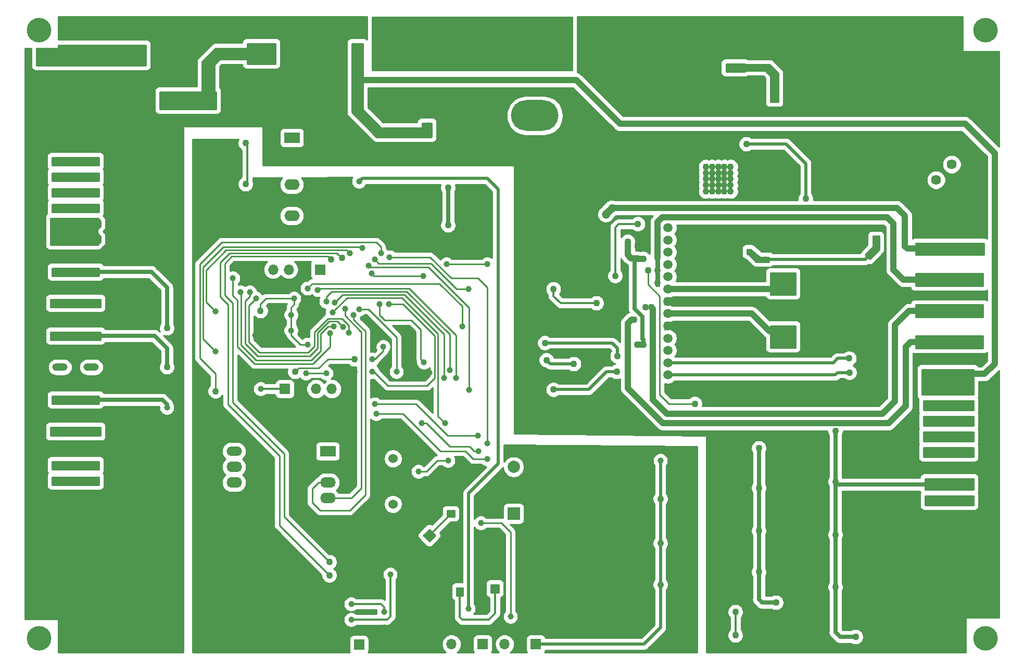
<source format=gbl>
G04 #@! TF.GenerationSoftware,KiCad,Pcbnew,(5.1.2)-2*
G04 #@! TF.CreationDate,2019-11-06T08:34:27+07:00*
G04 #@! TF.ProjectId,ph_door_fume_hood_controller_hw,70685f64-6f6f-4725-9f66-756d655f686f,VinhTho*
G04 #@! TF.SameCoordinates,Original*
G04 #@! TF.FileFunction,Copper,L2,Bot*
G04 #@! TF.FilePolarity,Positive*
%FSLAX46Y46*%
G04 Gerber Fmt 4.6, Leading zero omitted, Abs format (unit mm)*
G04 Created by KiCad (PCBNEW (5.1.2)-2) date 2019-11-06 08:34:27*
%MOMM*%
%LPD*%
G04 APERTURE LIST*
%ADD10C,4.000000*%
%ADD11R,1.700000X1.700000*%
%ADD12O,1.700000X1.700000*%
%ADD13C,1.500000*%
%ADD14O,2.500000X1.250000*%
%ADD15O,7.724000X5.000000*%
%ADD16O,0.850000X0.850000*%
%ADD17O,2.999740X1.501140*%
%ADD18C,1.524000*%
%ADD19C,2.000000*%
%ADD20R,2.000000X2.000000*%
%ADD21O,2.500000X1.750000*%
%ADD22R,2.500000X1.750000*%
%ADD23O,2.524000X1.524000*%
%ADD24O,2.524000X1.724000*%
%ADD25R,2.524000X1.724000*%
%ADD26C,1.100000*%
%ADD27C,1.624000*%
%ADD28O,4.000000X2.500000*%
%ADD29C,1.000000*%
%ADD30C,0.500000*%
%ADD31C,0.700000*%
%ADD32C,1.000000*%
%ADD33C,0.254000*%
%ADD34C,0.350000*%
G04 APERTURE END LIST*
D10*
X64008000Y-37846000D03*
X64008000Y-136906000D03*
X217932000Y-136906000D03*
X217932000Y-37846000D03*
D11*
X109728000Y-76835000D03*
D12*
X107188000Y-76835000D03*
X104648000Y-76835000D03*
X102108000Y-76835000D03*
D13*
X166324000Y-70008000D03*
X166324000Y-72008000D03*
X166324000Y-74008000D03*
X166324000Y-76008000D03*
X166324000Y-78008000D03*
X166324000Y-80008000D03*
X166324000Y-82008000D03*
X166324000Y-84008000D03*
X166324000Y-86008000D03*
X166324000Y-88008000D03*
X166324000Y-90008000D03*
X166324000Y-92008000D03*
X166324000Y-94008000D03*
D14*
X72540000Y-108665000D03*
X72540000Y-111205000D03*
X67460000Y-108665000D03*
X67460000Y-111205000D03*
D15*
X144701400Y-39766000D03*
X144676000Y-51766000D03*
D16*
X100288000Y-136153000D03*
X96188000Y-136153000D03*
D17*
X208280000Y-73406000D03*
X215900000Y-73406000D03*
X208280000Y-78486000D03*
X215900000Y-78486000D03*
X208280000Y-83566000D03*
X215900000Y-83566000D03*
X208280000Y-88646000D03*
X215900000Y-88646000D03*
X73660000Y-46736000D03*
X66040000Y-46736000D03*
X73660000Y-41656000D03*
X66040000Y-41656000D03*
D14*
X67460000Y-82313500D03*
X67460000Y-79773500D03*
X67460000Y-77233500D03*
X72540000Y-82313500D03*
X72540000Y-79773500D03*
X72540000Y-77233500D03*
D12*
X111633000Y-96266000D03*
X109093000Y-96266000D03*
X106553000Y-96266000D03*
D11*
X104013000Y-96266000D03*
D18*
X121596000Y-115032000D03*
X121596000Y-107632000D03*
D19*
X141224000Y-108986000D03*
D20*
X141224000Y-116586000D03*
D21*
X105156000Y-68072000D03*
X105156000Y-65532000D03*
X105156000Y-62992000D03*
X105156000Y-57912000D03*
D22*
X105156000Y-55372000D03*
D23*
X95758000Y-106426000D03*
D24*
X95758000Y-108966000D03*
X95758000Y-111506000D03*
X110998000Y-114046000D03*
X110998000Y-111506000D03*
X110998000Y-108966000D03*
D25*
X110998000Y-106426000D03*
D26*
X176503000Y-60087000D03*
X175503000Y-60087000D03*
X174503000Y-60087000D03*
X173503000Y-60087000D03*
X172503000Y-60087000D03*
X176503000Y-61087000D03*
X175503000Y-61087000D03*
X174503000Y-61087000D03*
X173503000Y-61087000D03*
X172503000Y-61087000D03*
X176503000Y-62087000D03*
X175503000Y-62087000D03*
X174503000Y-62087000D03*
X173503000Y-62087000D03*
X172503000Y-62087000D03*
X176503000Y-63087000D03*
X175503000Y-63087000D03*
X174503000Y-63087000D03*
X173503000Y-63087000D03*
X172503000Y-63087000D03*
X172503000Y-64087000D03*
X173503000Y-64087000D03*
X174503000Y-64087000D03*
X175503000Y-64087000D03*
X176503000Y-64087000D03*
D12*
X131113000Y-137841000D03*
X133653000Y-137841000D03*
D11*
X136193000Y-137841000D03*
D12*
X139749000Y-137841000D03*
X142289000Y-137841000D03*
D11*
X144829000Y-137841000D03*
D14*
X67460000Y-103141500D03*
X67460000Y-100601500D03*
X67460000Y-98061500D03*
X72540000Y-103141500D03*
X72540000Y-100601500D03*
X72540000Y-98061500D03*
X67460000Y-92727500D03*
X67460000Y-90187500D03*
X67460000Y-87647500D03*
X72540000Y-92727500D03*
X72540000Y-90187500D03*
X72540000Y-87647500D03*
D27*
X212470000Y-59690000D03*
X209930000Y-62230000D03*
X209930000Y-57150000D03*
D28*
X78232000Y-41656000D03*
X100232000Y-41656000D03*
D14*
X72540000Y-66802000D03*
X72540000Y-69342000D03*
X72540000Y-71882000D03*
X67460000Y-66802000D03*
X67460000Y-69342000D03*
X67460000Y-71882000D03*
X67460000Y-59182000D03*
X72540000Y-59182000D03*
X72540000Y-61722000D03*
X67460000Y-64262000D03*
X72540000Y-64262000D03*
X67460000Y-61722000D03*
X209400000Y-98922333D03*
X209400000Y-96382333D03*
X209400000Y-93842333D03*
X214480000Y-98922333D03*
X214480000Y-96382333D03*
X214480000Y-93842333D03*
X214480000Y-106542333D03*
X209400000Y-106542333D03*
X209400000Y-104002333D03*
X214480000Y-101462333D03*
X209400000Y-101462333D03*
X214480000Y-104002333D03*
X209402000Y-114381666D03*
X209402000Y-111841666D03*
X214482000Y-114381666D03*
X214482000Y-111841666D03*
D11*
X116078000Y-137922000D03*
D12*
X113538000Y-137922000D03*
D29*
X128270000Y-69723000D03*
X135890000Y-68453000D03*
X127381000Y-98679000D03*
X127508000Y-93599000D03*
X102997000Y-86741000D03*
X124841000Y-88265000D03*
X102997000Y-84201000D03*
X130619500Y-109982000D03*
X128524000Y-128905000D03*
X130429000Y-124841000D03*
X120142000Y-135128000D03*
X114046000Y-123063000D03*
X119126000Y-124587000D03*
D26*
X115316000Y-93472000D03*
X113030000Y-93472000D03*
X91948000Y-71374000D03*
X92710000Y-65278000D03*
D29*
X159004000Y-112268000D03*
X159004000Y-110998000D03*
X159004000Y-113538000D03*
D26*
X98425000Y-67437000D03*
X90297000Y-58039000D03*
X90297000Y-59436000D03*
X96647000Y-60706000D03*
X98806000Y-71120000D03*
X103378000Y-78740000D03*
X90805000Y-100965000D03*
X92075000Y-100965000D03*
X114808000Y-100457000D03*
X114808000Y-101727000D03*
X114808000Y-102997000D03*
X111760000Y-70358000D03*
D29*
X149860000Y-119126000D03*
X149860000Y-120523000D03*
X149860000Y-121920000D03*
X151257000Y-119126000D03*
X151257000Y-120523000D03*
X151257000Y-121920000D03*
X136017000Y-121412000D03*
X136017000Y-122682000D03*
X136017000Y-123952000D03*
X123698000Y-125349000D03*
X123698000Y-126619000D03*
X123698000Y-127889000D03*
X123698000Y-129159000D03*
X124460000Y-137160000D03*
X125857000Y-137160000D03*
X125095000Y-138303000D03*
X94996000Y-121920000D03*
X96520000Y-121920000D03*
X98044000Y-121920000D03*
X94996000Y-123444000D03*
X96520000Y-123444000D03*
X98044000Y-123444000D03*
X116078000Y-117856000D03*
X117094000Y-118872000D03*
X117602000Y-117602000D03*
X101727000Y-88646000D03*
X99187000Y-87503000D03*
X107442000Y-86995000D03*
X97629000Y-78232000D03*
X121031000Y-73025000D03*
X122555000Y-73025000D03*
X135636000Y-70231000D03*
X136906000Y-70231000D03*
X118491000Y-89916000D03*
X118999000Y-95885000D03*
D26*
X153670000Y-80772000D03*
X159893000Y-98806000D03*
X164592000Y-50038000D03*
X164592000Y-47244000D03*
X164592000Y-48641000D03*
D29*
X183642000Y-125730000D03*
X178816000Y-105918000D03*
X183642000Y-105156000D03*
X158115000Y-85852000D03*
D26*
X145034000Y-75946000D03*
X162306000Y-73025000D03*
X159766000Y-61214000D03*
X162052000Y-61214000D03*
X152400000Y-71628000D03*
X152400000Y-73025000D03*
X153670000Y-72390000D03*
D29*
X148590000Y-84582000D03*
X148590000Y-85852000D03*
X158115000Y-83312000D03*
X155956000Y-83566000D03*
X155956000Y-91440000D03*
X154051000Y-99568000D03*
X155575000Y-97536000D03*
X166370000Y-96139000D03*
X170942000Y-95631000D03*
X172212000Y-95631000D03*
X188468000Y-129667000D03*
X188468000Y-130937000D03*
X189865000Y-79946500D03*
X189865000Y-81216500D03*
X189865000Y-82486500D03*
X189865000Y-78676500D03*
D26*
X186436000Y-50800000D03*
X187833000Y-50800000D03*
X189230000Y-50800000D03*
X172593000Y-48133000D03*
X174117000Y-48133000D03*
X175641000Y-48133000D03*
X178358800Y-95859600D03*
X179832000Y-95859600D03*
X179070000Y-86614000D03*
X179070000Y-88138000D03*
X179070000Y-89662000D03*
X172466000Y-86868000D03*
X172466000Y-88392000D03*
X172466000Y-89916000D03*
X142494000Y-83820000D03*
X142494000Y-82296000D03*
X142494000Y-92202000D03*
X142494000Y-93726000D03*
X143764000Y-92964000D03*
X162306000Y-70993000D03*
X151003000Y-92202000D03*
X151003000Y-92202000D03*
X146558000Y-91567000D03*
X161290000Y-89027000D03*
X162306000Y-89027000D03*
X162306000Y-75057000D03*
X161290000Y-75008000D03*
X159766000Y-72263000D03*
X159766000Y-73533000D03*
X160084500Y-74738500D03*
D29*
X116078000Y-83312000D03*
X122174000Y-93472000D03*
D26*
X130556000Y-63500000D03*
X130556000Y-69596000D03*
X165100000Y-114173000D03*
X165100000Y-121412000D03*
X165100000Y-128143000D03*
D29*
X138176000Y-128778000D03*
X132448300Y-129235200D03*
X127508000Y-120142000D03*
X131064000Y-116586000D03*
X105500500Y-81534000D03*
X105038000Y-84201000D03*
X105038000Y-86741000D03*
X100076000Y-96266000D03*
D26*
X115316000Y-91440000D03*
X105664000Y-93472000D03*
X100060000Y-83550000D03*
D29*
X107696000Y-89027000D03*
X120015000Y-89408000D03*
X118237000Y-91440000D03*
X165100000Y-107950000D03*
D26*
X97629000Y-56245000D03*
X97629000Y-62891333D03*
D29*
X118237000Y-93472000D03*
X120904000Y-82423000D03*
X119380000Y-82423000D03*
X126619000Y-91948000D03*
X135890000Y-118110000D03*
X140716000Y-133350000D03*
D26*
X200152000Y-73406000D03*
X180848000Y-75184000D03*
D29*
X179832000Y-74168000D03*
X182118000Y-75184000D03*
D26*
X199136000Y-74422000D03*
X200152000Y-71882000D03*
X176530000Y-43933000D03*
X176530000Y-43933000D03*
X183642000Y-47625000D03*
D29*
X177936000Y-43933000D03*
X183642000Y-48895000D03*
X114808000Y-133858000D03*
X121158000Y-126492000D03*
X116078000Y-62484000D03*
X133858000Y-132080000D03*
X111355301Y-87164381D03*
X95579000Y-78231986D03*
X96774000Y-80518000D03*
X111941018Y-86117021D03*
X119634000Y-74168000D03*
D26*
X92730000Y-96642852D03*
D29*
X113515883Y-86214049D03*
X98298000Y-80518000D03*
X116586000Y-73343830D03*
X92729986Y-90144685D03*
X114427000Y-87121996D03*
X99314000Y-81534000D03*
X92729972Y-83646520D03*
X114553992Y-74168000D03*
D26*
X195834000Y-93599000D03*
D29*
X126238000Y-101854000D03*
X135509000Y-106426002D03*
X118872000Y-100330000D03*
X136906000Y-107696000D03*
X136906000Y-105156000D03*
X121031000Y-74803000D03*
D26*
X146304000Y-88773000D03*
X158109000Y-90932000D03*
X177292000Y-132588000D03*
X177292000Y-136398000D03*
X157226000Y-66802000D03*
X156210000Y-67818000D03*
X156718000Y-67310000D03*
X164592000Y-74930000D03*
X164592000Y-76962000D03*
X164592000Y-78994000D03*
X163575928Y-82931000D03*
X162687000Y-82931000D03*
X160782000Y-84963000D03*
D29*
X84836000Y-99314000D03*
D26*
X84836000Y-92710000D03*
X84836000Y-86360000D03*
X120396000Y-43688000D03*
X123444000Y-43688000D03*
X128016000Y-43688000D03*
X124968000Y-43688000D03*
X118872000Y-43688000D03*
X121920000Y-43688000D03*
X126492000Y-43688000D03*
X120396000Y-42164000D03*
X123444000Y-42164000D03*
X128016000Y-42164000D03*
X124968000Y-42164000D03*
X118872000Y-42164000D03*
X121920000Y-42164000D03*
X126492000Y-42164000D03*
X120396000Y-40640000D03*
X123444000Y-40640000D03*
X128016000Y-40640000D03*
X124968000Y-40640000D03*
X118872000Y-40640000D03*
X121920000Y-40640000D03*
X126492000Y-40640000D03*
X120396000Y-39116000D03*
X123444000Y-39116000D03*
X128016000Y-39116000D03*
X124968000Y-39116000D03*
X118872000Y-39116000D03*
X121920000Y-39116000D03*
X126492000Y-39116000D03*
X128016000Y-37592000D03*
X126492000Y-37592000D03*
X124968000Y-37592000D03*
X123444000Y-37592000D03*
X121920000Y-37592000D03*
X120396000Y-37592000D03*
X118872000Y-37592000D03*
D29*
X115189000Y-84201000D03*
X113792000Y-83185000D03*
D26*
X179070000Y-56388000D03*
X188722000Y-65297990D03*
D29*
X132842000Y-86106000D03*
X107696000Y-79883000D03*
D26*
X163068000Y-76962000D03*
X170688000Y-98679000D03*
X147701000Y-80010000D03*
X154686000Y-82296000D03*
D29*
X133858000Y-80010000D03*
X118618000Y-75184000D03*
D26*
X185945500Y-86868024D03*
X184531000Y-86550500D03*
X185945500Y-88438000D03*
X183642000Y-87820500D03*
X184594500Y-88963500D03*
X147701000Y-96384000D03*
X157988000Y-93472000D03*
X157734000Y-77851000D03*
X161417000Y-69405500D03*
D29*
X133985000Y-96393000D03*
X117602000Y-76200000D03*
D26*
X185945486Y-78994014D03*
X184404000Y-77978000D03*
X184404000Y-80264000D03*
X183578500Y-79057500D03*
X195782000Y-91297000D03*
X111252000Y-126619000D03*
X113284000Y-74930000D03*
X111252000Y-124460000D03*
X111506002Y-75184000D03*
D29*
X110744000Y-93726000D03*
X107442000Y-93737021D03*
X125730000Y-109728000D03*
X130556000Y-107950000D03*
X114808000Y-131318000D03*
X120142000Y-132588000D03*
X135382000Y-103886000D03*
X118618000Y-98742500D03*
X130048000Y-101854000D03*
X111760000Y-83820000D03*
X129921000Y-94488000D03*
X112141000Y-82169000D03*
X110744000Y-82042000D03*
X130810000Y-93218000D03*
X131826000Y-94488000D03*
X109347000Y-80137006D03*
X130302000Y-75946000D03*
X136906000Y-75946000D03*
X118110000Y-77470000D03*
X126491996Y-77851000D03*
D26*
X181102000Y-105918000D03*
X115824000Y-42164000D03*
X127000000Y-54610000D03*
X181102000Y-112395000D03*
X181102000Y-119380000D03*
X181102000Y-126102018D03*
X193548000Y-120015000D03*
X193548000Y-128524000D03*
X183896000Y-131064000D03*
X196850000Y-136652000D03*
X115824000Y-40640000D03*
D29*
X127381000Y-53340000D03*
D26*
X193548000Y-111379000D03*
X193548000Y-103104010D03*
D30*
X151003000Y-92202000D02*
X147193000Y-92202000D01*
X147193000Y-92202000D02*
X146558000Y-91567000D01*
X146558000Y-91567000D02*
X146558000Y-91567000D01*
X162306000Y-75057000D02*
X162306000Y-75057000D01*
D31*
X162306000Y-88249183D02*
X162306000Y-89027000D01*
X162179000Y-88122183D02*
X162306000Y-88249183D01*
X162179000Y-84455000D02*
X162179000Y-88122183D01*
X160909000Y-83185000D02*
X162179000Y-84455000D01*
D32*
X162306000Y-75057000D02*
X160909000Y-75057000D01*
D31*
X160909000Y-75057000D02*
X160909000Y-83185000D01*
D32*
X159766000Y-74422000D02*
X159766000Y-73533000D01*
X161339000Y-75008000D02*
X160352000Y-75008000D01*
X160352000Y-75008000D02*
X159766000Y-74422000D01*
X159766000Y-72390000D02*
X159766000Y-72263000D01*
X159766000Y-73533000D02*
X159766000Y-72390000D01*
X162306000Y-89027000D02*
X161290000Y-89027000D01*
D33*
X122174000Y-92764894D02*
X122174000Y-93472000D01*
X122174000Y-87884000D02*
X122174000Y-92764894D01*
X116078000Y-83312000D02*
X117602000Y-83312000D01*
X117602000Y-83312000D02*
X122174000Y-87884000D01*
D30*
X165100000Y-107950000D02*
X165100000Y-107950000D01*
X165100000Y-114173000D02*
X165100000Y-114173000D01*
X165100000Y-114173000D02*
X165100000Y-121412000D01*
X165100000Y-121412000D02*
X165100000Y-121412000D01*
X165100000Y-121412000D02*
X165100000Y-128143000D01*
X165100000Y-128143000D02*
X165100000Y-128143000D01*
D31*
X130556000Y-63500000D02*
X130556000Y-69596000D01*
D30*
X165100000Y-135128000D02*
X165100000Y-128143000D01*
X144829000Y-137841000D02*
X162387000Y-137841000D01*
X162387000Y-137841000D02*
X165100000Y-135128000D01*
D34*
X138176000Y-128778000D02*
X138176000Y-132842000D01*
X138176000Y-132842000D02*
X137160000Y-133858000D01*
X137160000Y-133858000D02*
X132842000Y-133858000D01*
X132842000Y-133858000D02*
X132448300Y-133464300D01*
X132448300Y-133464300D02*
X132448300Y-129235200D01*
X132448300Y-129235200D02*
X132448300Y-129235200D01*
X127508000Y-120142000D02*
X131064000Y-116586000D01*
D33*
X105500500Y-82509000D02*
X105029000Y-82980500D01*
X105500500Y-81534000D02*
X105500500Y-82509000D01*
X105029000Y-82980500D02*
X105029000Y-84192000D01*
X105029000Y-84192000D02*
X105038000Y-84201000D01*
X105038000Y-84201000D02*
X105038000Y-86741000D01*
D34*
X104013000Y-96266000D02*
X100076000Y-96266000D01*
D33*
X100060000Y-82439000D02*
X100060000Y-83550000D01*
X105500500Y-81534000D02*
X100965000Y-81534000D01*
X100965000Y-81534000D02*
X100060000Y-82439000D01*
X106213999Y-92922001D02*
X105664000Y-93472000D01*
X111005068Y-91440000D02*
X109535057Y-92910011D01*
X106225989Y-92910011D02*
X106213999Y-92922001D01*
X115316000Y-91440000D02*
X111005068Y-91440000D01*
X109535057Y-92910011D02*
X106225989Y-92910011D01*
X106553000Y-89027000D02*
X107696000Y-89027000D01*
X105038000Y-86741000D02*
X105038000Y-87512000D01*
X105038000Y-87512000D02*
X106553000Y-89027000D01*
X120015000Y-90115106D02*
X118690106Y-91440000D01*
X120015000Y-89408000D02*
X120015000Y-90115106D01*
X118690106Y-91440000D02*
X118237000Y-91440000D01*
D30*
X165100000Y-107950000D02*
X165100000Y-114173000D01*
D34*
X97917000Y-62603333D02*
X97629000Y-62891333D01*
X97629000Y-56245000D02*
X97917000Y-56533000D01*
X97917000Y-56533000D02*
X97917000Y-62603333D01*
D33*
X120904000Y-82423000D02*
X120904000Y-82423000D01*
X120904000Y-82423000D02*
X120904000Y-82423000D01*
X118491000Y-93472000D02*
X120777000Y-95758000D01*
X120777000Y-95758000D02*
X127127000Y-95758000D01*
X123190000Y-82423000D02*
X120904000Y-82423000D01*
X118237000Y-93472000D02*
X118491000Y-93472000D01*
X127127000Y-95758000D02*
X128397000Y-94488000D01*
X128397000Y-94488000D02*
X128397000Y-87630000D01*
X128397000Y-87630000D02*
X123190000Y-82423000D01*
X135890000Y-118110000D02*
X139192000Y-118110000D01*
X139192000Y-118110000D02*
X140716000Y-119634000D01*
X140716000Y-119634000D02*
X140716000Y-133350000D01*
X140716000Y-133350000D02*
X140716000Y-133350000D01*
X126119001Y-91448001D02*
X126619000Y-91948000D01*
X126119001Y-86622001D02*
X126119001Y-91448001D01*
X124587000Y-85090000D02*
X126119001Y-86622001D01*
X120269000Y-85090000D02*
X124587000Y-85090000D01*
X119380000Y-82423000D02*
X119380000Y-84201000D01*
X119380000Y-84201000D02*
X120269000Y-85090000D01*
D30*
X200152000Y-73406000D02*
X200152000Y-73406000D01*
X181625817Y-75184000D02*
X180848000Y-75184000D01*
X198374000Y-75184000D02*
X182118000Y-75184000D01*
X200152000Y-73406000D02*
X199136000Y-74422000D01*
X182118000Y-75184000D02*
X181625817Y-75184000D01*
X199136000Y-74422000D02*
X198374000Y-75184000D01*
D32*
X176530000Y-43933000D02*
X177936000Y-43933000D01*
X182490000Y-43933000D02*
X183642000Y-45085000D01*
X183642000Y-45085000D02*
X183642000Y-47625000D01*
X183642000Y-47625000D02*
X183642000Y-47625000D01*
X177936000Y-43933000D02*
X182490000Y-43933000D01*
D34*
X114808000Y-133858000D02*
X120650000Y-133858000D01*
X120650000Y-133858000D02*
X121158000Y-133350000D01*
X121158000Y-133350000D02*
X121158000Y-126492000D01*
X121158000Y-126492000D02*
X121158000Y-126492000D01*
D30*
X133858000Y-132080000D02*
X133858000Y-132080000D01*
X133858000Y-113284000D02*
X133858000Y-132080000D01*
X138684000Y-108458000D02*
X133858000Y-113284000D01*
X138684000Y-63754000D02*
X138684000Y-108458000D01*
X136906000Y-61976000D02*
X138684000Y-63754000D01*
X116078000Y-62484000D02*
X116586000Y-61976000D01*
X116586000Y-61976000D02*
X136906000Y-61976000D01*
D33*
X96266000Y-81788000D02*
X95579000Y-81101000D01*
X95579000Y-81101000D02*
X95579000Y-78939092D01*
X95579000Y-78939092D02*
X95579000Y-78231986D01*
X99060000Y-92202000D02*
X96266000Y-89408000D01*
X108585000Y-92202000D02*
X99060000Y-92202000D01*
X111355301Y-89431699D02*
X108585000Y-92202000D01*
X111355301Y-87164381D02*
X111355301Y-89431699D01*
X96266000Y-89408000D02*
X96266000Y-81788000D01*
X96901000Y-80645000D02*
X96774000Y-80518000D01*
X96901000Y-89154000D02*
X96901000Y-80645000D01*
X111941018Y-86117021D02*
X111001115Y-86117021D01*
X109855000Y-87263136D02*
X109855000Y-90043000D01*
X109855000Y-90043000D02*
X108331000Y-91567000D01*
X111001115Y-86117021D02*
X109855000Y-87263136D01*
X108331000Y-91567000D02*
X99314000Y-91567000D01*
X99314000Y-91567000D02*
X96901000Y-89154000D01*
X92730000Y-96642852D02*
X92730000Y-96642852D01*
X119634000Y-73152000D02*
X119634000Y-74168000D01*
X92730000Y-93824332D02*
X90170000Y-91264332D01*
X92730000Y-96642852D02*
X92730000Y-93824332D01*
X90170000Y-91264332D02*
X90170000Y-75946000D01*
X90170000Y-75946000D02*
X93726000Y-72390000D01*
X93726000Y-72390000D02*
X118872000Y-72390000D01*
X118872000Y-72390000D02*
X119634000Y-73152000D01*
X98298000Y-81225106D02*
X98298000Y-80518000D01*
X97536000Y-81987106D02*
X98298000Y-81225106D01*
X97536000Y-88900000D02*
X97536000Y-81987106D01*
X112591845Y-85290011D02*
X111186057Y-85290011D01*
X113515883Y-86214049D02*
X112591845Y-85290011D01*
X111186057Y-85290011D02*
X109347000Y-87129068D01*
X109347000Y-87129068D02*
X109347000Y-89662000D01*
X109347000Y-89662000D02*
X108077000Y-90932000D01*
X99568000Y-90932000D02*
X97536000Y-88900000D01*
X108077000Y-90932000D02*
X99568000Y-90932000D01*
X92229987Y-89644686D02*
X92729986Y-90144685D01*
X90678000Y-88092699D02*
X92229987Y-89644686D01*
X90678000Y-76454000D02*
X90678000Y-88092699D01*
X93980000Y-73152000D02*
X90678000Y-76454000D01*
X116586000Y-73343830D02*
X116394170Y-73152000D01*
X116394170Y-73152000D02*
X93980000Y-73152000D01*
X98171000Y-88646000D02*
X99822000Y-90297000D01*
X108839000Y-89281000D02*
X108839000Y-86995000D01*
X110998000Y-84836000D02*
X113330034Y-84836000D01*
X107823000Y-90297000D02*
X108839000Y-89281000D01*
X108839000Y-86995000D02*
X110998000Y-84836000D01*
X99822000Y-90297000D02*
X107823000Y-90297000D01*
X98171000Y-82677000D02*
X98171000Y-88646000D01*
X114427000Y-86414890D02*
X114427000Y-87121996D01*
X99314000Y-81534000D02*
X98171000Y-82677000D01*
X113330034Y-84836000D02*
X114427000Y-85932966D01*
X114427000Y-85932966D02*
X114427000Y-86414890D01*
X114053993Y-73668001D02*
X114553992Y-74168000D01*
X94479999Y-73668001D02*
X114053993Y-73668001D01*
X91186000Y-76962000D02*
X94479999Y-73668001D01*
X92729972Y-83646520D02*
X91186000Y-82102548D01*
X91186000Y-82102548D02*
X91186000Y-76962000D01*
D30*
X195834000Y-93599000D02*
X195834000Y-93599000D01*
X193929000Y-93599000D02*
X195834000Y-93599000D01*
X166324000Y-94008000D02*
X193520000Y-94008000D01*
X193520000Y-94008000D02*
X193929000Y-93599000D01*
D33*
X134801894Y-106426002D02*
X135509000Y-106426002D01*
X134039892Y-105664000D02*
X134801894Y-106426002D01*
X130810000Y-105664000D02*
X134039892Y-105664000D01*
X126238000Y-101854000D02*
X127000000Y-101854000D01*
X127000000Y-101854000D02*
X130810000Y-105664000D01*
X123190000Y-100330000D02*
X118872000Y-100330000D01*
X129286000Y-106426000D02*
X123190000Y-100330000D01*
X133350000Y-106426000D02*
X129286000Y-106426000D01*
X134620000Y-107696000D02*
X133350000Y-106426000D01*
X136906000Y-107696000D02*
X134620000Y-107696000D01*
X136906000Y-105156000D02*
X136906000Y-105156000D01*
X135382000Y-78232000D02*
X131064000Y-78232000D01*
X136906000Y-105156000D02*
X136906000Y-79756000D01*
X136906000Y-79756000D02*
X135382000Y-78232000D01*
X131064000Y-78232000D02*
X127635000Y-74803000D01*
X127635000Y-74803000D02*
X121738106Y-74803000D01*
X121738106Y-74803000D02*
X121031000Y-74803000D01*
D30*
X157226000Y-88773000D02*
X146304000Y-88773000D01*
X158115000Y-89662000D02*
X157226000Y-88773000D01*
X158109000Y-90932000D02*
X158115000Y-90926000D01*
X158115000Y-90926000D02*
X158115000Y-89662000D01*
D34*
X177292000Y-132588000D02*
X177292000Y-136398000D01*
X177292000Y-136398000D02*
X177292000Y-136398000D01*
D32*
X205232000Y-73406000D02*
X208280000Y-73406000D01*
X204851000Y-73025000D02*
X205232000Y-73406000D01*
X204851000Y-68072000D02*
X204851000Y-73025000D01*
X157226000Y-66802000D02*
X203581000Y-66802000D01*
X203581000Y-66802000D02*
X204851000Y-68072000D01*
X204597000Y-78486000D02*
X208280000Y-78486000D01*
X164592000Y-69088000D02*
X165354000Y-68326000D01*
X165354000Y-68326000D02*
X201930000Y-68326000D01*
X164592000Y-74930000D02*
X164592000Y-69088000D01*
X202946000Y-69342000D02*
X202946000Y-76835000D01*
X201930000Y-68326000D02*
X202946000Y-69342000D01*
X202946000Y-76835000D02*
X204597000Y-78486000D01*
X163830000Y-83185072D02*
X163575928Y-82931000D01*
X163830000Y-98044000D02*
X163830000Y-83185072D01*
X205486000Y-83566000D02*
X203200000Y-85852000D01*
X208280000Y-83566000D02*
X205486000Y-83566000D01*
X203200000Y-85852000D02*
X203200000Y-98298000D01*
X203200000Y-98298000D02*
X201168000Y-100330000D01*
X201168000Y-100330000D02*
X166116000Y-100330000D01*
X166116000Y-100330000D02*
X163830000Y-98044000D01*
X160782000Y-84963000D02*
X160377275Y-84963000D01*
X205740000Y-88646000D02*
X208280000Y-88646000D01*
X204978000Y-89408000D02*
X205740000Y-88646000D01*
X159766000Y-85582183D02*
X159766000Y-96139000D01*
X160385183Y-84963000D02*
X159766000Y-85582183D01*
X159766000Y-96139000D02*
X165481000Y-101854000D01*
X165481000Y-101854000D02*
X202184000Y-101854000D01*
X202184000Y-101854000D02*
X204978000Y-99060000D01*
X204978000Y-99060000D02*
X204978000Y-89408000D01*
D31*
X72540000Y-98061500D02*
X84091500Y-98061500D01*
X84091500Y-98061500D02*
X84836000Y-98806000D01*
X84836000Y-98806000D02*
X84836000Y-99314000D01*
X84836000Y-99314000D02*
X84836000Y-99314000D01*
X72540000Y-87647500D02*
X82821500Y-87647500D01*
X82821500Y-87647500D02*
X84836000Y-89662000D01*
X84836000Y-89662000D02*
X84836000Y-92710000D01*
X84836000Y-92710000D02*
X84836000Y-92710000D01*
X84836000Y-86360000D02*
X84836000Y-86360000D01*
X72540000Y-77233500D02*
X82313500Y-77233500D01*
X84836000Y-79756000D02*
X84836000Y-86360000D01*
X82313500Y-77233500D02*
X84836000Y-79756000D01*
D33*
X115189000Y-84963000D02*
X115189000Y-84201000D01*
X117094000Y-86868000D02*
X115189000Y-84963000D01*
X117094000Y-113538000D02*
X117094000Y-86868000D01*
X109482000Y-111506000D02*
X108458000Y-112530000D01*
X110998000Y-111506000D02*
X109482000Y-111506000D01*
X108458000Y-112530000D02*
X108458000Y-114808000D01*
X108458000Y-114808000D02*
X109728000Y-116078000D01*
X109728000Y-116078000D02*
X114554000Y-116078000D01*
X114554000Y-116078000D02*
X117094000Y-113538000D01*
X113792000Y-84328000D02*
X113792000Y-83185000D01*
X116459000Y-86995000D02*
X113792000Y-84328000D01*
X116459000Y-112395000D02*
X116459000Y-86995000D01*
X110998000Y-114046000D02*
X114808000Y-114046000D01*
X114808000Y-114046000D02*
X116459000Y-112395000D01*
D30*
X188722000Y-65532000D02*
X188722000Y-65532000D01*
X188722000Y-59563000D02*
X188722000Y-65297990D01*
X179070000Y-56388000D02*
X185547000Y-56388000D01*
X185547000Y-56388000D02*
X188722000Y-59563000D01*
D33*
X132842000Y-86106000D02*
X132842000Y-86106000D01*
X108195999Y-79383001D02*
X107696000Y-79883000D01*
X108458000Y-79121000D02*
X108195999Y-79383001D01*
X129159000Y-79121000D02*
X108458000Y-79121000D01*
X132842000Y-86106000D02*
X132842000Y-82804000D01*
X132842000Y-82804000D02*
X129159000Y-79121000D01*
D30*
X170688000Y-98679000D02*
X170688000Y-98679000D01*
D33*
X169910183Y-98679000D02*
X170688000Y-98679000D01*
X166497000Y-98679000D02*
X169910183Y-98679000D01*
X164973000Y-97155000D02*
X166497000Y-98679000D01*
X164973000Y-81153000D02*
X164973000Y-97155000D01*
X163068000Y-76962000D02*
X163068000Y-79248000D01*
X163068000Y-79248000D02*
X164973000Y-81153000D01*
D34*
X148844000Y-82296000D02*
X154686000Y-82296000D01*
X147701000Y-80010000D02*
X147701000Y-81153000D01*
X147701000Y-81153000D02*
X148844000Y-82296000D01*
D33*
X133858000Y-80010000D02*
X133858000Y-80010000D01*
X119253000Y-75819000D02*
X118618000Y-75184000D01*
X127762000Y-75819000D02*
X119253000Y-75819000D01*
X133858000Y-80010000D02*
X131953000Y-80010000D01*
X131953000Y-80010000D02*
X127762000Y-75819000D01*
D32*
X182816524Y-86868024D02*
X184022976Y-86868024D01*
X166324000Y-84008000D02*
X179956500Y-84008000D01*
X179956500Y-84008000D02*
X182816524Y-86868024D01*
X184022976Y-86868024D02*
X185945500Y-86868024D01*
D30*
X157988000Y-93472000D02*
X157988000Y-93472000D01*
X156337000Y-93472000D02*
X157988000Y-93472000D01*
X147701000Y-96384000D02*
X153425000Y-96384000D01*
X153425000Y-96384000D02*
X156337000Y-93472000D01*
X157734000Y-77851000D02*
X157734000Y-77851000D01*
D34*
X158305500Y-69405500D02*
X161417000Y-69405500D01*
X157734000Y-77851000D02*
X157734000Y-69977000D01*
X157734000Y-69977000D02*
X158305500Y-69405500D01*
D33*
X133985000Y-96393000D02*
X133985000Y-96393000D01*
X117856000Y-76454000D02*
X117602000Y-76200000D01*
X127381000Y-76454000D02*
X117856000Y-76454000D01*
X133985000Y-96393000D02*
X133985000Y-83058000D01*
X133985000Y-83058000D02*
X127381000Y-76454000D01*
D32*
X184931500Y-80008000D02*
X185945486Y-78994014D01*
X166324000Y-80008000D02*
X183707500Y-80008000D01*
X183707500Y-80008000D02*
X184912000Y-80008000D01*
D30*
X195834000Y-91186000D02*
X195834000Y-91186000D01*
X193234000Y-92008000D02*
X166324000Y-92008000D01*
X195782000Y-91297000D02*
X193945000Y-91297000D01*
X193945000Y-91297000D02*
X193234000Y-92008000D01*
D33*
X112480001Y-74126001D02*
X112734001Y-74380001D01*
X95037999Y-74126001D02*
X112480001Y-74126001D01*
X93472000Y-75692000D02*
X95037999Y-74126001D01*
X103124000Y-118491000D02*
X103124000Y-107188000D01*
X112734001Y-74380001D02*
X113284000Y-74930000D01*
X103124000Y-107188000D02*
X94742000Y-98806000D01*
X94742000Y-98806000D02*
X94742000Y-82550000D01*
X111252000Y-126619000D02*
X103124000Y-118491000D01*
X94742000Y-82550000D02*
X93472000Y-81280000D01*
X93472000Y-81280000D02*
X93472000Y-75692000D01*
X110998002Y-74676000D02*
X111506002Y-75184000D01*
X95377000Y-74676000D02*
X110998002Y-74676000D01*
X103886000Y-117094000D02*
X103886000Y-106807000D01*
X111252000Y-124460000D02*
X103886000Y-117094000D01*
X103886000Y-106807000D02*
X95504000Y-98425000D01*
X95504000Y-98425000D02*
X95504000Y-82296000D01*
X95504000Y-82296000D02*
X94234000Y-81026000D01*
X94234000Y-75819000D02*
X95377000Y-74676000D01*
X94234000Y-81026000D02*
X94234000Y-75819000D01*
X107453021Y-93726000D02*
X107442000Y-93737021D01*
X110744000Y-93726000D02*
X107453021Y-93726000D01*
X128778000Y-107950000D02*
X130556000Y-107950000D01*
X125730000Y-109728000D02*
X127000000Y-109728000D01*
X127000000Y-109728000D02*
X128778000Y-107950000D01*
D34*
X120142000Y-132588000D02*
X120142000Y-132588000D01*
X120142000Y-131826000D02*
X120142000Y-132588000D01*
X114808000Y-131318000D02*
X119634000Y-131318000D01*
X119634000Y-131318000D02*
X120142000Y-131826000D01*
D33*
X119325106Y-98742500D02*
X118618000Y-98742500D01*
X130492500Y-103886000D02*
X125349000Y-98742500D01*
X125349000Y-98742500D02*
X119325106Y-98742500D01*
X135382000Y-103886000D02*
X130492500Y-103886000D01*
X130048000Y-101854000D02*
X130048000Y-101854000D01*
X114173000Y-81407000D02*
X112259999Y-83320001D01*
X123063000Y-81407000D02*
X114173000Y-81407000D01*
X128905000Y-87249000D02*
X123063000Y-81407000D01*
X128905000Y-100711000D02*
X128905000Y-87249000D01*
X130048000Y-101854000D02*
X128905000Y-100711000D01*
X112259999Y-83320001D02*
X111760000Y-83820000D01*
X129921000Y-94488000D02*
X129921000Y-94488000D01*
X113411000Y-80899000D02*
X112640999Y-81669001D01*
X129921000Y-94488000D02*
X129921000Y-87376000D01*
X123444000Y-80899000D02*
X113411000Y-80899000D01*
X112640999Y-81669001D02*
X112141000Y-82169000D01*
X129921000Y-87376000D02*
X123444000Y-80899000D01*
X130810000Y-93218000D02*
X130810000Y-93218000D01*
X130810000Y-93218000D02*
X130556000Y-93472000D01*
X130810000Y-87376000D02*
X130810000Y-93218000D01*
X123825000Y-80391000D02*
X130810000Y-87376000D01*
X111633000Y-80391000D02*
X123825000Y-80391000D01*
X110744000Y-82042000D02*
X110744000Y-81280000D01*
X110744000Y-81280000D02*
X111633000Y-80391000D01*
X131826000Y-94488000D02*
X131826000Y-94488000D01*
X109601006Y-79883000D02*
X109347000Y-80137006D01*
X124206000Y-79883000D02*
X109601006Y-79883000D01*
X131826000Y-94488000D02*
X131826000Y-87503000D01*
X131826000Y-87503000D02*
X124206000Y-79883000D01*
X130302000Y-75946000D02*
X136906000Y-75946000D01*
X136906000Y-75946000D02*
X136906000Y-75946000D01*
X118491000Y-77851000D02*
X126491996Y-77851000D01*
X118110000Y-77470000D02*
X118491000Y-77851000D01*
D32*
X127000000Y-54610000D02*
X127000000Y-54610000D01*
X127000000Y-54610000D02*
X127000000Y-54610000D01*
D31*
X181102000Y-105918000D02*
X181102000Y-112395000D01*
X181102000Y-112395000D02*
X181102000Y-112395000D01*
X181102000Y-112395000D02*
X181102000Y-119380000D01*
X181102000Y-119380000D02*
X181102000Y-119380000D01*
X181102000Y-125984000D02*
X181102000Y-125984000D01*
X181102000Y-119380000D02*
X181102000Y-126102018D01*
X193548000Y-111379000D02*
X193548000Y-111379000D01*
X193548000Y-111379000D02*
X193548000Y-112156817D01*
X193548000Y-112156817D02*
X193548000Y-120015000D01*
X193548000Y-120015000D02*
X193548000Y-120015000D01*
X193548000Y-120015000D02*
X193548000Y-128524000D01*
X193548000Y-128524000D02*
X193548000Y-128524000D01*
X181102000Y-126102018D02*
X181102000Y-130556000D01*
X181102000Y-130556000D02*
X181610000Y-131064000D01*
X181610000Y-131064000D02*
X183896000Y-131064000D01*
X183896000Y-131064000D02*
X183896000Y-131064000D01*
X193548000Y-128524000D02*
X193548000Y-135890000D01*
X193548000Y-135890000D02*
X194310000Y-136652000D01*
X194310000Y-136652000D02*
X196850000Y-136652000D01*
X196850000Y-136652000D02*
X196850000Y-136652000D01*
D32*
X119380000Y-54610000D02*
X127000000Y-54610000D01*
X115824000Y-51054000D02*
X119380000Y-54610000D01*
X115824000Y-45974000D02*
X115824000Y-51054000D01*
X115824000Y-42164000D02*
X115824000Y-45974000D01*
X217815667Y-93842333D02*
X214480000Y-93842333D01*
X151384000Y-45974000D02*
X158496000Y-53086000D01*
X115824000Y-45974000D02*
X151384000Y-45974000D01*
X158496000Y-53086000D02*
X214630000Y-53086000D01*
X214630000Y-53086000D02*
X219456000Y-57912000D01*
X219456000Y-57912000D02*
X219456000Y-92202000D01*
X219456000Y-92202000D02*
X217815667Y-93842333D01*
D31*
X194010666Y-111841666D02*
X209402000Y-111841666D01*
X193548000Y-111379000D02*
X194010666Y-111841666D01*
X193548000Y-111379000D02*
X193548000Y-103104010D01*
D33*
G36*
X117358000Y-39334977D02*
G01*
X117257789Y-39252735D01*
X117127778Y-39183243D01*
X116986708Y-39140449D01*
X116840000Y-39126000D01*
X114808000Y-39126000D01*
X114661292Y-39140449D01*
X114520222Y-39183243D01*
X114390211Y-39252735D01*
X114276256Y-39346256D01*
X114182735Y-39460211D01*
X114113243Y-39590222D01*
X114070449Y-39731292D01*
X114056000Y-39878000D01*
X114056000Y-51308000D01*
X114070449Y-51454708D01*
X114113243Y-51595778D01*
X114182735Y-51725789D01*
X114276256Y-51839744D01*
X118340256Y-55903744D01*
X118454211Y-55997265D01*
X118584222Y-56066757D01*
X118725292Y-56109551D01*
X118872000Y-56124000D01*
X128016000Y-56124000D01*
X128162708Y-56109551D01*
X128303778Y-56066757D01*
X128433789Y-55997265D01*
X128547744Y-55903744D01*
X128641265Y-55789789D01*
X128710757Y-55659778D01*
X128753551Y-55518708D01*
X128768000Y-55372000D01*
X128768000Y-52832000D01*
X128753551Y-52685292D01*
X128710757Y-52544222D01*
X128641265Y-52414211D01*
X128547744Y-52300256D01*
X128433789Y-52206735D01*
X128303778Y-52137243D01*
X128162708Y-52094449D01*
X128016000Y-52080000D01*
X126238000Y-52080000D01*
X126091292Y-52094449D01*
X125950222Y-52137243D01*
X125820211Y-52206735D01*
X125706256Y-52300256D01*
X125612735Y-52414211D01*
X125543243Y-52544222D01*
X125500449Y-52685292D01*
X125486000Y-52832000D01*
X125486000Y-52842000D01*
X119945488Y-52842000D01*
X118869488Y-51766000D01*
X140046265Y-51766000D01*
X140109054Y-52403503D01*
X140295007Y-53016508D01*
X140596978Y-53581456D01*
X141003362Y-54076638D01*
X141498544Y-54483022D01*
X142063492Y-54784993D01*
X142676497Y-54970946D01*
X143154241Y-55018000D01*
X146197759Y-55018000D01*
X146675503Y-54970946D01*
X147288508Y-54784993D01*
X147853456Y-54483022D01*
X148348638Y-54076638D01*
X148755022Y-53581456D01*
X149056993Y-53016508D01*
X149242946Y-52403503D01*
X149305735Y-51766000D01*
X149242946Y-51128497D01*
X149056993Y-50515492D01*
X148755022Y-49950544D01*
X148348638Y-49455362D01*
X147853456Y-49048978D01*
X147288508Y-48747007D01*
X146675503Y-48561054D01*
X146197759Y-48514000D01*
X143154241Y-48514000D01*
X142676497Y-48561054D01*
X142063492Y-48747007D01*
X141498544Y-49048978D01*
X141003362Y-49455362D01*
X140596978Y-49950544D01*
X140295007Y-50515492D01*
X140109054Y-51128497D01*
X140046265Y-51766000D01*
X118869488Y-51766000D01*
X117592000Y-50488512D01*
X117592000Y-47226000D01*
X150865405Y-47226000D01*
X157567213Y-53927808D01*
X157606419Y-53975581D01*
X157797061Y-54132036D01*
X158014562Y-54248293D01*
X158250565Y-54319884D01*
X158434502Y-54338000D01*
X158434504Y-54338000D01*
X158496000Y-54344057D01*
X158557496Y-54338000D01*
X214111405Y-54338000D01*
X218204000Y-58430595D01*
X218204000Y-71754692D01*
X218092778Y-71695243D01*
X217951708Y-71652449D01*
X217805000Y-71638000D01*
X206502000Y-71638000D01*
X206355292Y-71652449D01*
X206214222Y-71695243D01*
X206103000Y-71754692D01*
X206103000Y-68133495D01*
X206109057Y-68071999D01*
X206097614Y-67955818D01*
X206084884Y-67826565D01*
X206013293Y-67590562D01*
X205974794Y-67518536D01*
X205897036Y-67373060D01*
X205779783Y-67230187D01*
X205740581Y-67182419D01*
X205692814Y-67143218D01*
X204509787Y-65960192D01*
X204470581Y-65912419D01*
X204279939Y-65755964D01*
X204062438Y-65639707D01*
X203826435Y-65568116D01*
X203642498Y-65550000D01*
X203642496Y-65550000D01*
X203581000Y-65543943D01*
X203519504Y-65550000D01*
X189999380Y-65550000D01*
X190024000Y-65426226D01*
X190024000Y-65169754D01*
X189973965Y-64918211D01*
X189875818Y-64681262D01*
X189733330Y-64468013D01*
X189724000Y-64458683D01*
X189724000Y-62075959D01*
X208366000Y-62075959D01*
X208366000Y-62384041D01*
X208426103Y-62686202D01*
X208544001Y-62970832D01*
X208715162Y-63226992D01*
X208933008Y-63444838D01*
X209189168Y-63615999D01*
X209473798Y-63733897D01*
X209775959Y-63794000D01*
X210084041Y-63794000D01*
X210386202Y-63733897D01*
X210670832Y-63615999D01*
X210926992Y-63444838D01*
X211144838Y-63226992D01*
X211315999Y-62970832D01*
X211433897Y-62686202D01*
X211494000Y-62384041D01*
X211494000Y-62075959D01*
X211433897Y-61773798D01*
X211315999Y-61489168D01*
X211144838Y-61233008D01*
X210926992Y-61015162D01*
X210670832Y-60844001D01*
X210386202Y-60726103D01*
X210084041Y-60666000D01*
X209775959Y-60666000D01*
X209473798Y-60726103D01*
X209189168Y-60844001D01*
X208933008Y-61015162D01*
X208715162Y-61233008D01*
X208544001Y-61489168D01*
X208426103Y-61773798D01*
X208366000Y-62075959D01*
X189724000Y-62075959D01*
X189724000Y-59612215D01*
X189728847Y-59562999D01*
X189726184Y-59535959D01*
X210906000Y-59535959D01*
X210906000Y-59844041D01*
X210966103Y-60146202D01*
X211084001Y-60430832D01*
X211255162Y-60686992D01*
X211473008Y-60904838D01*
X211729168Y-61075999D01*
X212013798Y-61193897D01*
X212315959Y-61254000D01*
X212624041Y-61254000D01*
X212926202Y-61193897D01*
X213210832Y-61075999D01*
X213466992Y-60904838D01*
X213684838Y-60686992D01*
X213855999Y-60430832D01*
X213973897Y-60146202D01*
X214034000Y-59844041D01*
X214034000Y-59535959D01*
X213973897Y-59233798D01*
X213855999Y-58949168D01*
X213684838Y-58693008D01*
X213466992Y-58475162D01*
X213210832Y-58304001D01*
X212926202Y-58186103D01*
X212624041Y-58126000D01*
X212315959Y-58126000D01*
X212013798Y-58186103D01*
X211729168Y-58304001D01*
X211473008Y-58475162D01*
X211255162Y-58693008D01*
X211084001Y-58949168D01*
X210966103Y-59233798D01*
X210906000Y-59535959D01*
X189726184Y-59535959D01*
X189724000Y-59513783D01*
X189724000Y-59513777D01*
X189709502Y-59366574D01*
X189652206Y-59177696D01*
X189559164Y-59003625D01*
X189433949Y-58851051D01*
X189395715Y-58819673D01*
X186290332Y-55714291D01*
X186258949Y-55676051D01*
X186106375Y-55550836D01*
X185932304Y-55457794D01*
X185743426Y-55400498D01*
X185596223Y-55386000D01*
X185596216Y-55386000D01*
X185547000Y-55381153D01*
X185497784Y-55386000D01*
X179909307Y-55386000D01*
X179899977Y-55376670D01*
X179686728Y-55234182D01*
X179449779Y-55136035D01*
X179198236Y-55086000D01*
X178941764Y-55086000D01*
X178690221Y-55136035D01*
X178453272Y-55234182D01*
X178240023Y-55376670D01*
X178058670Y-55558023D01*
X177916182Y-55771272D01*
X177818035Y-56008221D01*
X177768000Y-56259764D01*
X177768000Y-56516236D01*
X177818035Y-56767779D01*
X177916182Y-57004728D01*
X178058670Y-57217977D01*
X178240023Y-57399330D01*
X178453272Y-57541818D01*
X178690221Y-57639965D01*
X178941764Y-57690000D01*
X179198236Y-57690000D01*
X179449779Y-57639965D01*
X179686728Y-57541818D01*
X179899977Y-57399330D01*
X179909307Y-57390000D01*
X185131959Y-57390000D01*
X187720000Y-59978042D01*
X187720001Y-64458682D01*
X187710670Y-64468013D01*
X187568182Y-64681262D01*
X187470035Y-64918211D01*
X187420000Y-65169754D01*
X187420000Y-65426226D01*
X187444620Y-65550000D01*
X157812399Y-65550000D01*
X157810710Y-65549050D01*
X157772610Y-65531270D01*
X157733886Y-65514506D01*
X157683086Y-65494186D01*
X157586187Y-65462853D01*
X157535387Y-65450153D01*
X157436045Y-65432299D01*
X157321745Y-65419599D01*
X157238700Y-65415000D01*
X157175200Y-65415000D01*
X157068851Y-65422558D01*
X156979951Y-65435258D01*
X156879710Y-65456634D01*
X156790810Y-65482034D01*
X156718114Y-65506886D01*
X156654614Y-65532286D01*
X156560804Y-65577581D01*
X156471904Y-65628381D01*
X156363581Y-65703598D01*
X156287381Y-65767098D01*
X156237056Y-65813056D01*
X156160856Y-65889256D01*
X156098525Y-65959938D01*
X156026403Y-66074509D01*
X155486029Y-66614883D01*
X155463797Y-66627234D01*
X155367317Y-66691007D01*
X155253017Y-66779907D01*
X155143739Y-66884105D01*
X155067539Y-66973005D01*
X154951314Y-67156984D01*
X154900514Y-67271284D01*
X154862198Y-67378836D01*
X154824098Y-67518536D01*
X154797600Y-67716400D01*
X154797600Y-67868800D01*
X154809730Y-68003322D01*
X154835130Y-68143022D01*
X154868275Y-68265491D01*
X154919075Y-68405191D01*
X154953543Y-68485208D01*
X155032207Y-68609883D01*
X155121107Y-68724183D01*
X155182956Y-68794244D01*
X155297256Y-68908544D01*
X155463797Y-69034166D01*
X155578097Y-69097666D01*
X155745436Y-69165802D01*
X155885136Y-69203902D01*
X156020550Y-69227802D01*
X156172950Y-69240502D01*
X156349747Y-69234356D01*
X156514847Y-69208956D01*
X156715632Y-69148485D01*
X156880732Y-69072285D01*
X157027283Y-68983093D01*
X157141583Y-68894193D01*
X157267113Y-68770371D01*
X157368713Y-68643371D01*
X157424509Y-68563528D01*
X157480308Y-68447108D01*
X157865709Y-68054000D01*
X163855405Y-68054000D01*
X163750188Y-68159217D01*
X163702420Y-68198419D01*
X163663218Y-68246187D01*
X163663217Y-68246188D01*
X163545964Y-68389062D01*
X163429707Y-68606563D01*
X163358117Y-68842566D01*
X163333943Y-69088000D01*
X163340001Y-69149506D01*
X163340000Y-74260951D01*
X163317330Y-74227023D01*
X163135977Y-74045670D01*
X162922728Y-73903182D01*
X162685779Y-73805035D01*
X162434236Y-73755000D01*
X162177764Y-73755000D01*
X161926397Y-73805000D01*
X161787992Y-73805000D01*
X161669779Y-73756035D01*
X161418236Y-73706000D01*
X161161764Y-73706000D01*
X161054866Y-73727263D01*
X161068000Y-73661236D01*
X161068000Y-73404764D01*
X161018000Y-73153397D01*
X161018000Y-72642603D01*
X161068000Y-72391236D01*
X161068000Y-72134764D01*
X161017965Y-71883221D01*
X160919818Y-71646272D01*
X160777330Y-71433023D01*
X160595977Y-71251670D01*
X160382728Y-71109182D01*
X160145779Y-71011035D01*
X159894236Y-70961000D01*
X159637764Y-70961000D01*
X159386221Y-71011035D01*
X159149272Y-71109182D01*
X158936023Y-71251670D01*
X158754670Y-71433023D01*
X158661000Y-71573210D01*
X158661000Y-70360975D01*
X158689475Y-70332500D01*
X160502693Y-70332500D01*
X160587023Y-70416830D01*
X160800272Y-70559318D01*
X161037221Y-70657465D01*
X161288764Y-70707500D01*
X161545236Y-70707500D01*
X161796779Y-70657465D01*
X162033728Y-70559318D01*
X162246977Y-70416830D01*
X162428330Y-70235477D01*
X162570818Y-70022228D01*
X162668965Y-69785279D01*
X162719000Y-69533736D01*
X162719000Y-69277264D01*
X162668965Y-69025721D01*
X162570818Y-68788772D01*
X162428330Y-68575523D01*
X162246977Y-68394170D01*
X162033728Y-68251682D01*
X161796779Y-68153535D01*
X161545236Y-68103500D01*
X161288764Y-68103500D01*
X161037221Y-68153535D01*
X160800272Y-68251682D01*
X160587023Y-68394170D01*
X160502693Y-68478500D01*
X158351026Y-68478500D01*
X158305499Y-68474016D01*
X158259972Y-68478500D01*
X158259962Y-68478500D01*
X158123776Y-68491913D01*
X157949036Y-68544920D01*
X157787994Y-68630999D01*
X157717363Y-68688965D01*
X157646841Y-68746841D01*
X157617812Y-68782213D01*
X157110709Y-69289316D01*
X157075342Y-69318341D01*
X157046317Y-69353708D01*
X157046312Y-69353713D01*
X156959499Y-69459495D01*
X156873420Y-69620537D01*
X156849619Y-69699000D01*
X156820414Y-69795276D01*
X156815388Y-69846311D01*
X156802516Y-69977000D01*
X156807001Y-70022537D01*
X156807000Y-76936693D01*
X156722670Y-77021023D01*
X156580182Y-77234272D01*
X156482035Y-77471221D01*
X156432000Y-77722764D01*
X156432000Y-77979236D01*
X156482035Y-78230779D01*
X156580182Y-78467728D01*
X156722670Y-78680977D01*
X156904023Y-78862330D01*
X157117272Y-79004818D01*
X157354221Y-79102965D01*
X157605764Y-79153000D01*
X157862236Y-79153000D01*
X158113779Y-79102965D01*
X158350728Y-79004818D01*
X158563977Y-78862330D01*
X158745330Y-78680977D01*
X158887818Y-78467728D01*
X158985965Y-78230779D01*
X159036000Y-77979236D01*
X159036000Y-77722764D01*
X158985965Y-77471221D01*
X158887818Y-77234272D01*
X158745330Y-77021023D01*
X158661000Y-76936693D01*
X158661000Y-75010624D01*
X158719964Y-75120938D01*
X158876419Y-75311581D01*
X158924192Y-75350787D01*
X158934808Y-75361403D01*
X159073170Y-75568477D01*
X159254523Y-75749830D01*
X159446356Y-75878009D01*
X159462419Y-75897581D01*
X159653061Y-76054036D01*
X159807000Y-76136318D01*
X159807001Y-83130853D01*
X159801668Y-83185000D01*
X159822945Y-83401029D01*
X159885959Y-83608757D01*
X159975622Y-83776505D01*
X159895837Y-83800707D01*
X159678336Y-83916964D01*
X159487694Y-84073419D01*
X159412297Y-84165291D01*
X158924192Y-84653396D01*
X158876419Y-84692602D01*
X158719964Y-84883245D01*
X158603707Y-85100746D01*
X158532116Y-85336749D01*
X158514000Y-85520685D01*
X158507943Y-85582183D01*
X158514000Y-85643679D01*
X158514000Y-88643959D01*
X157969331Y-88099290D01*
X157937949Y-88061051D01*
X157785375Y-87935836D01*
X157611304Y-87842794D01*
X157422426Y-87785498D01*
X157275223Y-87771000D01*
X157275216Y-87771000D01*
X157226000Y-87766153D01*
X157176784Y-87771000D01*
X147143307Y-87771000D01*
X147133977Y-87761670D01*
X146920728Y-87619182D01*
X146683779Y-87521035D01*
X146432236Y-87471000D01*
X146175764Y-87471000D01*
X145924221Y-87521035D01*
X145687272Y-87619182D01*
X145474023Y-87761670D01*
X145292670Y-87943023D01*
X145150182Y-88156272D01*
X145052035Y-88393221D01*
X145002000Y-88644764D01*
X145002000Y-88901236D01*
X145052035Y-89152779D01*
X145150182Y-89389728D01*
X145292670Y-89602977D01*
X145474023Y-89784330D01*
X145687272Y-89926818D01*
X145924221Y-90024965D01*
X146175764Y-90075000D01*
X146432236Y-90075000D01*
X146683779Y-90024965D01*
X146920728Y-89926818D01*
X147133977Y-89784330D01*
X147143307Y-89775000D01*
X156810959Y-89775000D01*
X157113001Y-90077042D01*
X157113001Y-90086692D01*
X157097670Y-90102023D01*
X156955182Y-90315272D01*
X156857035Y-90552221D01*
X156807000Y-90803764D01*
X156807000Y-91060236D01*
X156857035Y-91311779D01*
X156955182Y-91548728D01*
X157097670Y-91761977D01*
X157279023Y-91943330D01*
X157492272Y-92085818D01*
X157729221Y-92183965D01*
X157759389Y-92189966D01*
X157608221Y-92220035D01*
X157371272Y-92318182D01*
X157158023Y-92460670D01*
X157148693Y-92470000D01*
X156386223Y-92470000D01*
X156337000Y-92465152D01*
X156140573Y-92484498D01*
X155980241Y-92533135D01*
X155951696Y-92541794D01*
X155777625Y-92634836D01*
X155625051Y-92760051D01*
X155593673Y-92798285D01*
X153009959Y-95382000D01*
X148540307Y-95382000D01*
X148530977Y-95372670D01*
X148317728Y-95230182D01*
X148080779Y-95132035D01*
X147829236Y-95082000D01*
X147572764Y-95082000D01*
X147321221Y-95132035D01*
X147084272Y-95230182D01*
X146871023Y-95372670D01*
X146689670Y-95554023D01*
X146547182Y-95767272D01*
X146449035Y-96004221D01*
X146399000Y-96255764D01*
X146399000Y-96512236D01*
X146449035Y-96763779D01*
X146547182Y-97000728D01*
X146689670Y-97213977D01*
X146871023Y-97395330D01*
X147084272Y-97537818D01*
X147321221Y-97635965D01*
X147572764Y-97686000D01*
X147829236Y-97686000D01*
X148080779Y-97635965D01*
X148317728Y-97537818D01*
X148530977Y-97395330D01*
X148540307Y-97386000D01*
X153375784Y-97386000D01*
X153425000Y-97390847D01*
X153474216Y-97386000D01*
X153474223Y-97386000D01*
X153621426Y-97371502D01*
X153810304Y-97314206D01*
X153984375Y-97221164D01*
X154136949Y-97095949D01*
X154168332Y-97057709D01*
X156752042Y-94474000D01*
X157148693Y-94474000D01*
X157158023Y-94483330D01*
X157371272Y-94625818D01*
X157608221Y-94723965D01*
X157859764Y-94774000D01*
X158116236Y-94774000D01*
X158367779Y-94723965D01*
X158514001Y-94663398D01*
X158514001Y-96077494D01*
X158507943Y-96139000D01*
X158532117Y-96384434D01*
X158603707Y-96620437D01*
X158719964Y-96837938D01*
X158832813Y-96975445D01*
X158876420Y-97028581D01*
X158924188Y-97067783D01*
X164552213Y-102695808D01*
X164591419Y-102743581D01*
X164782061Y-102900036D01*
X164999562Y-103016293D01*
X165176547Y-103069981D01*
X165235565Y-103087884D01*
X165481000Y-103112057D01*
X165542498Y-103106000D01*
X192246000Y-103106000D01*
X192246000Y-103232246D01*
X192296035Y-103483789D01*
X192394182Y-103720738D01*
X192446001Y-103798291D01*
X192446000Y-110684721D01*
X192394182Y-110762272D01*
X192296035Y-110999221D01*
X192246000Y-111250764D01*
X192246000Y-111507236D01*
X192296035Y-111758779D01*
X192394182Y-111995728D01*
X192446000Y-112073279D01*
X192446000Y-112102681D01*
X192446001Y-119320719D01*
X192394182Y-119398272D01*
X192296035Y-119635221D01*
X192246000Y-119886764D01*
X192246000Y-120143236D01*
X192296035Y-120394779D01*
X192394182Y-120631728D01*
X192446000Y-120709279D01*
X192446001Y-127829719D01*
X192394182Y-127907272D01*
X192296035Y-128144221D01*
X192246000Y-128395764D01*
X192246000Y-128652236D01*
X192296035Y-128903779D01*
X192394182Y-129140728D01*
X192446000Y-129218279D01*
X192446001Y-135835853D01*
X192440668Y-135890000D01*
X192461945Y-136106029D01*
X192524959Y-136313757D01*
X192627287Y-136505200D01*
X192730488Y-136630951D01*
X192730491Y-136630954D01*
X192764999Y-136673002D01*
X192807047Y-136707510D01*
X193492486Y-137392949D01*
X193526998Y-137435002D01*
X193694799Y-137572713D01*
X193886242Y-137675041D01*
X194093970Y-137738055D01*
X194310000Y-137759332D01*
X194364137Y-137754000D01*
X196155721Y-137754000D01*
X196233272Y-137805818D01*
X196470221Y-137903965D01*
X196721764Y-137954000D01*
X196978236Y-137954000D01*
X197229779Y-137903965D01*
X197466728Y-137805818D01*
X197679977Y-137663330D01*
X197861330Y-137481977D01*
X198003818Y-137268728D01*
X198101965Y-137031779D01*
X198152000Y-136780236D01*
X198152000Y-136523764D01*
X198101965Y-136272221D01*
X198003818Y-136035272D01*
X197861330Y-135822023D01*
X197679977Y-135640670D01*
X197466728Y-135498182D01*
X197229779Y-135400035D01*
X196978236Y-135350000D01*
X196721764Y-135350000D01*
X196470221Y-135400035D01*
X196233272Y-135498182D01*
X196155721Y-135550000D01*
X194766463Y-135550000D01*
X194650000Y-135433537D01*
X194650000Y-129218279D01*
X194701818Y-129140728D01*
X194799965Y-128903779D01*
X194850000Y-128652236D01*
X194850000Y-128395764D01*
X194799965Y-128144221D01*
X194701818Y-127907272D01*
X194650000Y-127829721D01*
X194650000Y-120709279D01*
X194701818Y-120631728D01*
X194799965Y-120394779D01*
X194850000Y-120143236D01*
X194850000Y-119886764D01*
X194799965Y-119635221D01*
X194701818Y-119398272D01*
X194650000Y-119320721D01*
X194650000Y-112943666D01*
X207294807Y-112943666D01*
X207331243Y-113063778D01*
X207381071Y-113157000D01*
X207331243Y-113250222D01*
X207288449Y-113391292D01*
X207274000Y-113538000D01*
X207274000Y-115316000D01*
X207288449Y-115462708D01*
X207331243Y-115603778D01*
X207400735Y-115733789D01*
X207494256Y-115847744D01*
X207608211Y-115941265D01*
X207738222Y-116010757D01*
X207879292Y-116053551D01*
X208026000Y-116068000D01*
X216154000Y-116068000D01*
X216300708Y-116053551D01*
X216441778Y-116010757D01*
X216571789Y-115941265D01*
X216685744Y-115847744D01*
X216779265Y-115733789D01*
X216848757Y-115603778D01*
X216891551Y-115462708D01*
X216906000Y-115316000D01*
X216906000Y-113538000D01*
X216891551Y-113391292D01*
X216848757Y-113250222D01*
X216798929Y-113157000D01*
X216848757Y-113063778D01*
X216891551Y-112922708D01*
X216906000Y-112776000D01*
X216906000Y-110744000D01*
X216891551Y-110597292D01*
X216848757Y-110456222D01*
X216779265Y-110326211D01*
X216685744Y-110212256D01*
X216571789Y-110118735D01*
X216441778Y-110049243D01*
X216300708Y-110006449D01*
X216154000Y-109992000D01*
X208026000Y-109992000D01*
X207879292Y-110006449D01*
X207738222Y-110049243D01*
X207608211Y-110118735D01*
X207494256Y-110212256D01*
X207400735Y-110326211D01*
X207331243Y-110456222D01*
X207288449Y-110597292D01*
X207274427Y-110739666D01*
X194686713Y-110739666D01*
X194650000Y-110684721D01*
X194650000Y-103798289D01*
X194701818Y-103720738D01*
X194799965Y-103483789D01*
X194850000Y-103232246D01*
X194850000Y-103106000D01*
X202122504Y-103106000D01*
X202184000Y-103112057D01*
X202245496Y-103106000D01*
X202245498Y-103106000D01*
X202429435Y-103087884D01*
X202665438Y-103016293D01*
X202882939Y-102900036D01*
X203073581Y-102743581D01*
X203112787Y-102695808D01*
X205819809Y-99988786D01*
X205867581Y-99949581D01*
X206024036Y-99758939D01*
X206140293Y-99541438D01*
X206211884Y-99305435D01*
X206230000Y-99121498D01*
X206230000Y-99121496D01*
X206236057Y-99060000D01*
X206230000Y-98998504D01*
X206230000Y-90488543D01*
X206355292Y-90526551D01*
X206502000Y-90541000D01*
X217678000Y-90541000D01*
X217824708Y-90526551D01*
X217965778Y-90483757D01*
X218095789Y-90414265D01*
X218204001Y-90325457D01*
X218204001Y-91683403D01*
X217297072Y-92590333D01*
X216802849Y-92590333D01*
X216779265Y-92546211D01*
X216685744Y-92432256D01*
X216571789Y-92338735D01*
X216441778Y-92269243D01*
X216300708Y-92226449D01*
X216154000Y-92212000D01*
X207518000Y-92212000D01*
X207371292Y-92226449D01*
X207230222Y-92269243D01*
X207100211Y-92338735D01*
X206986256Y-92432256D01*
X206892735Y-92546211D01*
X206823243Y-92676222D01*
X206780449Y-92817292D01*
X206766000Y-92964000D01*
X206766000Y-97282000D01*
X206780449Y-97428708D01*
X206823243Y-97569778D01*
X206892735Y-97699789D01*
X206986256Y-97813744D01*
X207045135Y-97862065D01*
X207034449Y-97897292D01*
X207020000Y-98044000D01*
X207020000Y-99822000D01*
X207034449Y-99968708D01*
X207077243Y-100109778D01*
X207127071Y-100203000D01*
X207077243Y-100296222D01*
X207034449Y-100437292D01*
X207020000Y-100584000D01*
X207020000Y-102362000D01*
X207034449Y-102508708D01*
X207077243Y-102649778D01*
X207127071Y-102743000D01*
X207077243Y-102836222D01*
X207034449Y-102977292D01*
X207020000Y-103124000D01*
X207020000Y-104902000D01*
X207034449Y-105048708D01*
X207077243Y-105189778D01*
X207127071Y-105283000D01*
X207077243Y-105376222D01*
X207034449Y-105517292D01*
X207020000Y-105664000D01*
X207020000Y-107442000D01*
X207034449Y-107588708D01*
X207077243Y-107729778D01*
X207146735Y-107859789D01*
X207240256Y-107973744D01*
X207354211Y-108067265D01*
X207484222Y-108136757D01*
X207625292Y-108179551D01*
X207772000Y-108194000D01*
X216154000Y-108194000D01*
X216300708Y-108179551D01*
X216441778Y-108136757D01*
X216571789Y-108067265D01*
X216685744Y-107973744D01*
X216779265Y-107859789D01*
X216848757Y-107729778D01*
X216891551Y-107588708D01*
X216906000Y-107442000D01*
X216906000Y-105664000D01*
X216891551Y-105517292D01*
X216848757Y-105376222D01*
X216798929Y-105283000D01*
X216848757Y-105189778D01*
X216891551Y-105048708D01*
X216906000Y-104902000D01*
X216906000Y-103124000D01*
X216891551Y-102977292D01*
X216848757Y-102836222D01*
X216798929Y-102743000D01*
X216848757Y-102649778D01*
X216891551Y-102508708D01*
X216906000Y-102362000D01*
X216906000Y-100584000D01*
X216891551Y-100437292D01*
X216848757Y-100296222D01*
X216798929Y-100203000D01*
X216848757Y-100109778D01*
X216891551Y-99968708D01*
X216906000Y-99822000D01*
X216906000Y-98044000D01*
X216891551Y-97897292D01*
X216848757Y-97756222D01*
X216798929Y-97663000D01*
X216848757Y-97569778D01*
X216891551Y-97428708D01*
X216906000Y-97282000D01*
X216906000Y-95094333D01*
X217754171Y-95094333D01*
X217815667Y-95100390D01*
X217877163Y-95094333D01*
X217877165Y-95094333D01*
X218061102Y-95076217D01*
X218297105Y-95004626D01*
X218514606Y-94888369D01*
X218705248Y-94731914D01*
X218744454Y-94684141D01*
X220153001Y-93275595D01*
X220153001Y-133477000D01*
X214884000Y-133477000D01*
X214859224Y-133479440D01*
X214835399Y-133486667D01*
X214813443Y-133498403D01*
X214794197Y-133514197D01*
X214778403Y-133533443D01*
X214766667Y-133555399D01*
X214759440Y-133579224D01*
X214757000Y-133604000D01*
X214757000Y-139173000D01*
X172593000Y-139173000D01*
X172593000Y-132459764D01*
X175990000Y-132459764D01*
X175990000Y-132716236D01*
X176040035Y-132967779D01*
X176138182Y-133204728D01*
X176280670Y-133417977D01*
X176365000Y-133502307D01*
X176365001Y-135483692D01*
X176280670Y-135568023D01*
X176138182Y-135781272D01*
X176040035Y-136018221D01*
X175990000Y-136269764D01*
X175990000Y-136526236D01*
X176040035Y-136777779D01*
X176138182Y-137014728D01*
X176280670Y-137227977D01*
X176462023Y-137409330D01*
X176675272Y-137551818D01*
X176912221Y-137649965D01*
X177163764Y-137700000D01*
X177420236Y-137700000D01*
X177671779Y-137649965D01*
X177908728Y-137551818D01*
X178121977Y-137409330D01*
X178303330Y-137227977D01*
X178445818Y-137014728D01*
X178543965Y-136777779D01*
X178594000Y-136526236D01*
X178594000Y-136269764D01*
X178543965Y-136018221D01*
X178445818Y-135781272D01*
X178303330Y-135568023D01*
X178219000Y-135483693D01*
X178219000Y-133502307D01*
X178303330Y-133417977D01*
X178445818Y-133204728D01*
X178543965Y-132967779D01*
X178594000Y-132716236D01*
X178594000Y-132459764D01*
X178543965Y-132208221D01*
X178445818Y-131971272D01*
X178303330Y-131758023D01*
X178121977Y-131576670D01*
X177908728Y-131434182D01*
X177671779Y-131336035D01*
X177420236Y-131286000D01*
X177163764Y-131286000D01*
X176912221Y-131336035D01*
X176675272Y-131434182D01*
X176462023Y-131576670D01*
X176280670Y-131758023D01*
X176138182Y-131971272D01*
X176040035Y-132208221D01*
X175990000Y-132459764D01*
X172593000Y-132459764D01*
X172593000Y-105789764D01*
X179800000Y-105789764D01*
X179800000Y-106046236D01*
X179850035Y-106297779D01*
X179948182Y-106534728D01*
X180000000Y-106612280D01*
X180000001Y-111700719D01*
X179948182Y-111778272D01*
X179850035Y-112015221D01*
X179800000Y-112266764D01*
X179800000Y-112523236D01*
X179850035Y-112774779D01*
X179948182Y-113011728D01*
X180000000Y-113089280D01*
X180000001Y-118685719D01*
X179948182Y-118763272D01*
X179850035Y-119000221D01*
X179800000Y-119251764D01*
X179800000Y-119508236D01*
X179850035Y-119759779D01*
X179948182Y-119996728D01*
X180000000Y-120074280D01*
X180000001Y-125407737D01*
X179948182Y-125485290D01*
X179850035Y-125722239D01*
X179800000Y-125973782D01*
X179800000Y-126230254D01*
X179850035Y-126481797D01*
X179948182Y-126718746D01*
X180000000Y-126796298D01*
X180000001Y-130501853D01*
X179994668Y-130556000D01*
X180015945Y-130772029D01*
X180078959Y-130979757D01*
X180181287Y-131171200D01*
X180284488Y-131296951D01*
X180284491Y-131296954D01*
X180318999Y-131339002D01*
X180361048Y-131373510D01*
X180792482Y-131804944D01*
X180826998Y-131847002D01*
X180994799Y-131984713D01*
X181186242Y-132087041D01*
X181393970Y-132150055D01*
X181555863Y-132166000D01*
X181555872Y-132166000D01*
X181609999Y-132171331D01*
X181664126Y-132166000D01*
X183201721Y-132166000D01*
X183279272Y-132217818D01*
X183516221Y-132315965D01*
X183767764Y-132366000D01*
X184024236Y-132366000D01*
X184275779Y-132315965D01*
X184512728Y-132217818D01*
X184725977Y-132075330D01*
X184907330Y-131893977D01*
X185049818Y-131680728D01*
X185147965Y-131443779D01*
X185198000Y-131192236D01*
X185198000Y-130935764D01*
X185147965Y-130684221D01*
X185049818Y-130447272D01*
X184907330Y-130234023D01*
X184725977Y-130052670D01*
X184512728Y-129910182D01*
X184275779Y-129812035D01*
X184024236Y-129762000D01*
X183767764Y-129762000D01*
X183516221Y-129812035D01*
X183279272Y-129910182D01*
X183201721Y-129962000D01*
X182204000Y-129962000D01*
X182204000Y-126796297D01*
X182255818Y-126718746D01*
X182353965Y-126481797D01*
X182404000Y-126230254D01*
X182404000Y-125973782D01*
X182353965Y-125722239D01*
X182255818Y-125485290D01*
X182204000Y-125407739D01*
X182204000Y-120074279D01*
X182255818Y-119996728D01*
X182353965Y-119759779D01*
X182404000Y-119508236D01*
X182404000Y-119251764D01*
X182353965Y-119000221D01*
X182255818Y-118763272D01*
X182204000Y-118685721D01*
X182204000Y-113089279D01*
X182255818Y-113011728D01*
X182353965Y-112774779D01*
X182404000Y-112523236D01*
X182404000Y-112266764D01*
X182353965Y-112015221D01*
X182255818Y-111778272D01*
X182204000Y-111700721D01*
X182204000Y-106612279D01*
X182255818Y-106534728D01*
X182353965Y-106297779D01*
X182404000Y-106046236D01*
X182404000Y-105789764D01*
X182353965Y-105538221D01*
X182255818Y-105301272D01*
X182113330Y-105088023D01*
X181931977Y-104906670D01*
X181718728Y-104764182D01*
X181481779Y-104666035D01*
X181230236Y-104616000D01*
X180973764Y-104616000D01*
X180722221Y-104666035D01*
X180485272Y-104764182D01*
X180272023Y-104906670D01*
X180090670Y-105088023D01*
X179948182Y-105301272D01*
X179850035Y-105538221D01*
X179800000Y-105789764D01*
X172593000Y-105789764D01*
X172593000Y-104013000D01*
X172590560Y-103988224D01*
X172583333Y-103964399D01*
X172571597Y-103942443D01*
X172555803Y-103923197D01*
X172536557Y-103907403D01*
X172514601Y-103895667D01*
X172490776Y-103888440D01*
X172467549Y-103886009D01*
X141351000Y-103506539D01*
X141351000Y-91438764D01*
X145256000Y-91438764D01*
X145256000Y-91695236D01*
X145306035Y-91946779D01*
X145404182Y-92183728D01*
X145546670Y-92396977D01*
X145728023Y-92578330D01*
X145941272Y-92720818D01*
X146178221Y-92818965D01*
X146429764Y-92869000D01*
X146442959Y-92869000D01*
X146449668Y-92875709D01*
X146481051Y-92913949D01*
X146633625Y-93039164D01*
X146750148Y-93101446D01*
X146807696Y-93132206D01*
X146996573Y-93189502D01*
X147193000Y-93208848D01*
X147242223Y-93204000D01*
X150163693Y-93204000D01*
X150173023Y-93213330D01*
X150386272Y-93355818D01*
X150623221Y-93453965D01*
X150874764Y-93504000D01*
X151131236Y-93504000D01*
X151382779Y-93453965D01*
X151619728Y-93355818D01*
X151832977Y-93213330D01*
X152014330Y-93031977D01*
X152156818Y-92818728D01*
X152254965Y-92581779D01*
X152305000Y-92330236D01*
X152305000Y-92073764D01*
X152254965Y-91822221D01*
X152156818Y-91585272D01*
X152014330Y-91372023D01*
X151832977Y-91190670D01*
X151619728Y-91048182D01*
X151382779Y-90950035D01*
X151131236Y-90900000D01*
X150874764Y-90900000D01*
X150623221Y-90950035D01*
X150386272Y-91048182D01*
X150173023Y-91190670D01*
X150163693Y-91200000D01*
X147812507Y-91200000D01*
X147809965Y-91187221D01*
X147711818Y-90950272D01*
X147569330Y-90737023D01*
X147387977Y-90555670D01*
X147174728Y-90413182D01*
X146937779Y-90315035D01*
X146686236Y-90265000D01*
X146429764Y-90265000D01*
X146178221Y-90315035D01*
X145941272Y-90413182D01*
X145728023Y-90555670D01*
X145546670Y-90737023D01*
X145404182Y-90950272D01*
X145306035Y-91187221D01*
X145256000Y-91438764D01*
X141351000Y-91438764D01*
X141351000Y-79881764D01*
X146399000Y-79881764D01*
X146399000Y-80138236D01*
X146449035Y-80389779D01*
X146547182Y-80626728D01*
X146689670Y-80839977D01*
X146774001Y-80924308D01*
X146774001Y-81107463D01*
X146769516Y-81153000D01*
X146774001Y-81198537D01*
X146774001Y-81198538D01*
X146776046Y-81219296D01*
X146787414Y-81334723D01*
X146840420Y-81509463D01*
X146926499Y-81670505D01*
X147013312Y-81776287D01*
X147013317Y-81776292D01*
X147042342Y-81811659D01*
X147077708Y-81840683D01*
X148156316Y-82919292D01*
X148185341Y-82954659D01*
X148220708Y-82983684D01*
X148220712Y-82983688D01*
X148326494Y-83070501D01*
X148364997Y-83091081D01*
X148487536Y-83156580D01*
X148662276Y-83209587D01*
X148798462Y-83223000D01*
X148798472Y-83223000D01*
X148843999Y-83227484D01*
X148889526Y-83223000D01*
X153771693Y-83223000D01*
X153856023Y-83307330D01*
X154069272Y-83449818D01*
X154306221Y-83547965D01*
X154557764Y-83598000D01*
X154814236Y-83598000D01*
X155065779Y-83547965D01*
X155302728Y-83449818D01*
X155515977Y-83307330D01*
X155697330Y-83125977D01*
X155839818Y-82912728D01*
X155937965Y-82675779D01*
X155988000Y-82424236D01*
X155988000Y-82167764D01*
X155937965Y-81916221D01*
X155839818Y-81679272D01*
X155697330Y-81466023D01*
X155515977Y-81284670D01*
X155302728Y-81142182D01*
X155065779Y-81044035D01*
X154814236Y-80994000D01*
X154557764Y-80994000D01*
X154306221Y-81044035D01*
X154069272Y-81142182D01*
X153856023Y-81284670D01*
X153771693Y-81369000D01*
X149227976Y-81369000D01*
X148705641Y-80846666D01*
X148712330Y-80839977D01*
X148854818Y-80626728D01*
X148952965Y-80389779D01*
X149003000Y-80138236D01*
X149003000Y-79881764D01*
X148952965Y-79630221D01*
X148854818Y-79393272D01*
X148712330Y-79180023D01*
X148530977Y-78998670D01*
X148317728Y-78856182D01*
X148080779Y-78758035D01*
X147829236Y-78708000D01*
X147572764Y-78708000D01*
X147321221Y-78758035D01*
X147084272Y-78856182D01*
X146871023Y-78998670D01*
X146689670Y-79180023D01*
X146547182Y-79393272D01*
X146449035Y-79630221D01*
X146399000Y-79881764D01*
X141351000Y-79881764D01*
X141351000Y-59958764D01*
X171201000Y-59958764D01*
X171201000Y-60215236D01*
X171251035Y-60466779D01*
X171300832Y-60587000D01*
X171251035Y-60707221D01*
X171201000Y-60958764D01*
X171201000Y-61215236D01*
X171251035Y-61466779D01*
X171300832Y-61587000D01*
X171251035Y-61707221D01*
X171201000Y-61958764D01*
X171201000Y-62215236D01*
X171251035Y-62466779D01*
X171300832Y-62587000D01*
X171251035Y-62707221D01*
X171201000Y-62958764D01*
X171201000Y-63215236D01*
X171251035Y-63466779D01*
X171300832Y-63587000D01*
X171251035Y-63707221D01*
X171201000Y-63958764D01*
X171201000Y-64215236D01*
X171251035Y-64466779D01*
X171349182Y-64703728D01*
X171491670Y-64916977D01*
X171673023Y-65098330D01*
X171886272Y-65240818D01*
X172123221Y-65338965D01*
X172374764Y-65389000D01*
X172631236Y-65389000D01*
X172882779Y-65338965D01*
X173003000Y-65289168D01*
X173123221Y-65338965D01*
X173374764Y-65389000D01*
X173631236Y-65389000D01*
X173882779Y-65338965D01*
X174003000Y-65289168D01*
X174123221Y-65338965D01*
X174374764Y-65389000D01*
X174631236Y-65389000D01*
X174882779Y-65338965D01*
X175003000Y-65289168D01*
X175123221Y-65338965D01*
X175374764Y-65389000D01*
X175631236Y-65389000D01*
X175882779Y-65338965D01*
X176003000Y-65289168D01*
X176123221Y-65338965D01*
X176374764Y-65389000D01*
X176631236Y-65389000D01*
X176882779Y-65338965D01*
X177119728Y-65240818D01*
X177332977Y-65098330D01*
X177514330Y-64916977D01*
X177656818Y-64703728D01*
X177754965Y-64466779D01*
X177805000Y-64215236D01*
X177805000Y-63958764D01*
X177754965Y-63707221D01*
X177705168Y-63587000D01*
X177754965Y-63466779D01*
X177805000Y-63215236D01*
X177805000Y-62958764D01*
X177754965Y-62707221D01*
X177705168Y-62587000D01*
X177754965Y-62466779D01*
X177805000Y-62215236D01*
X177805000Y-61958764D01*
X177754965Y-61707221D01*
X177705168Y-61587000D01*
X177754965Y-61466779D01*
X177805000Y-61215236D01*
X177805000Y-60958764D01*
X177754965Y-60707221D01*
X177705168Y-60587000D01*
X177754965Y-60466779D01*
X177805000Y-60215236D01*
X177805000Y-59958764D01*
X177754965Y-59707221D01*
X177656818Y-59470272D01*
X177514330Y-59257023D01*
X177332977Y-59075670D01*
X177119728Y-58933182D01*
X176882779Y-58835035D01*
X176631236Y-58785000D01*
X176374764Y-58785000D01*
X176123221Y-58835035D01*
X176003000Y-58884832D01*
X175882779Y-58835035D01*
X175631236Y-58785000D01*
X175374764Y-58785000D01*
X175123221Y-58835035D01*
X175003000Y-58884832D01*
X174882779Y-58835035D01*
X174631236Y-58785000D01*
X174374764Y-58785000D01*
X174123221Y-58835035D01*
X174003000Y-58884832D01*
X173882779Y-58835035D01*
X173631236Y-58785000D01*
X173374764Y-58785000D01*
X173123221Y-58835035D01*
X173003000Y-58884832D01*
X172882779Y-58835035D01*
X172631236Y-58785000D01*
X172374764Y-58785000D01*
X172123221Y-58835035D01*
X171886272Y-58933182D01*
X171673023Y-59075670D01*
X171491670Y-59257023D01*
X171349182Y-59470272D01*
X171251035Y-59707221D01*
X171201000Y-59958764D01*
X141351000Y-59958764D01*
X141351000Y-59944000D01*
X141348560Y-59919224D01*
X141341333Y-59895399D01*
X141329597Y-59873443D01*
X141313803Y-59854197D01*
X141294557Y-59838403D01*
X141272601Y-59826667D01*
X141248776Y-59819440D01*
X141224000Y-59817000D01*
X100457000Y-59817000D01*
X100457000Y-54497000D01*
X103150362Y-54497000D01*
X103150362Y-56247000D01*
X103164881Y-56394418D01*
X103207882Y-56536170D01*
X103277710Y-56666810D01*
X103371683Y-56781317D01*
X103486190Y-56875290D01*
X103616830Y-56945118D01*
X103758582Y-56988119D01*
X103906000Y-57002638D01*
X106406000Y-57002638D01*
X106553418Y-56988119D01*
X106695170Y-56945118D01*
X106825810Y-56875290D01*
X106940317Y-56781317D01*
X107034290Y-56666810D01*
X107104118Y-56536170D01*
X107147119Y-56394418D01*
X107161638Y-56247000D01*
X107161638Y-54497000D01*
X107147119Y-54349582D01*
X107104118Y-54207830D01*
X107034290Y-54077190D01*
X106940317Y-53962683D01*
X106825810Y-53868710D01*
X106695170Y-53798882D01*
X106553418Y-53755881D01*
X106406000Y-53741362D01*
X103906000Y-53741362D01*
X103758582Y-53755881D01*
X103616830Y-53798882D01*
X103486190Y-53868710D01*
X103371683Y-53962683D01*
X103277710Y-54077190D01*
X103207882Y-54207830D01*
X103164881Y-54349582D01*
X103150362Y-54497000D01*
X100457000Y-54497000D01*
X100457000Y-53594000D01*
X100454560Y-53569224D01*
X100447333Y-53545399D01*
X100435597Y-53523443D01*
X100419803Y-53504197D01*
X100400557Y-53488403D01*
X100378601Y-53476667D01*
X100354776Y-53469440D01*
X100330000Y-53467000D01*
X87630000Y-53467000D01*
X87605224Y-53469440D01*
X87581399Y-53476667D01*
X87559443Y-53488403D01*
X87540197Y-53504197D01*
X87524403Y-53523443D01*
X87512667Y-53545399D01*
X87505440Y-53569224D01*
X87503000Y-53594000D01*
X87503000Y-139173000D01*
X67183000Y-139173000D01*
X67183000Y-133858000D01*
X67180560Y-133833224D01*
X67173333Y-133809399D01*
X67161597Y-133787443D01*
X67145803Y-133768197D01*
X67126557Y-133752403D01*
X67104601Y-133740667D01*
X67080776Y-133733440D01*
X67056000Y-133731000D01*
X61787000Y-133731000D01*
X61787000Y-107950000D01*
X65288000Y-107950000D01*
X65288000Y-109474000D01*
X65302449Y-109620708D01*
X65345243Y-109761778D01*
X65414735Y-109891789D01*
X65488770Y-109982000D01*
X65414735Y-110072211D01*
X65345243Y-110202222D01*
X65302449Y-110343292D01*
X65288000Y-110490000D01*
X65288000Y-112014000D01*
X65302449Y-112160708D01*
X65345243Y-112301778D01*
X65414735Y-112431789D01*
X65508256Y-112545744D01*
X65622211Y-112639265D01*
X65752222Y-112708757D01*
X65893292Y-112751551D01*
X66040000Y-112766000D01*
X73914000Y-112766000D01*
X74060708Y-112751551D01*
X74201778Y-112708757D01*
X74331789Y-112639265D01*
X74445744Y-112545744D01*
X74539265Y-112431789D01*
X74608757Y-112301778D01*
X74651551Y-112160708D01*
X74666000Y-112014000D01*
X74666000Y-110490000D01*
X74651551Y-110343292D01*
X74608757Y-110202222D01*
X74539265Y-110072211D01*
X74465230Y-109982000D01*
X74539265Y-109891789D01*
X74608757Y-109761778D01*
X74651551Y-109620708D01*
X74666000Y-109474000D01*
X74666000Y-107950000D01*
X74651551Y-107803292D01*
X74608757Y-107662222D01*
X74539265Y-107532211D01*
X74445744Y-107418256D01*
X74331789Y-107324735D01*
X74201778Y-107255243D01*
X74060708Y-107212449D01*
X73914000Y-107198000D01*
X66040000Y-107198000D01*
X65893292Y-107212449D01*
X65752222Y-107255243D01*
X65622211Y-107324735D01*
X65508256Y-107418256D01*
X65414735Y-107532211D01*
X65345243Y-107662222D01*
X65302449Y-107803292D01*
X65288000Y-107950000D01*
X61787000Y-107950000D01*
X61787000Y-102362000D01*
X65034000Y-102362000D01*
X65034000Y-104013000D01*
X65048449Y-104159708D01*
X65091243Y-104300778D01*
X65160735Y-104430789D01*
X65254256Y-104544744D01*
X65368211Y-104638265D01*
X65498222Y-104707757D01*
X65639292Y-104750551D01*
X65786000Y-104765000D01*
X74168000Y-104765000D01*
X74314708Y-104750551D01*
X74455778Y-104707757D01*
X74585789Y-104638265D01*
X74699744Y-104544744D01*
X74793265Y-104430789D01*
X74862757Y-104300778D01*
X74905551Y-104159708D01*
X74920000Y-104013000D01*
X74920000Y-102362000D01*
X74905551Y-102215292D01*
X74862757Y-102074222D01*
X74793265Y-101944211D01*
X74699744Y-101830256D01*
X74585789Y-101736735D01*
X74455778Y-101667243D01*
X74314708Y-101624449D01*
X74168000Y-101610000D01*
X65786000Y-101610000D01*
X65639292Y-101624449D01*
X65498222Y-101667243D01*
X65368211Y-101736735D01*
X65254256Y-101830256D01*
X65160735Y-101944211D01*
X65091243Y-102074222D01*
X65048449Y-102215292D01*
X65034000Y-102362000D01*
X61787000Y-102362000D01*
X61787000Y-97282000D01*
X65288000Y-97282000D01*
X65288000Y-98806000D01*
X65302449Y-98952708D01*
X65345243Y-99093778D01*
X65414735Y-99223789D01*
X65508256Y-99337744D01*
X65622211Y-99431265D01*
X65752222Y-99500757D01*
X65893292Y-99543551D01*
X66040000Y-99558000D01*
X73914000Y-99558000D01*
X74060708Y-99543551D01*
X74201778Y-99500757D01*
X74331789Y-99431265D01*
X74445744Y-99337744D01*
X74539265Y-99223789D01*
X74571490Y-99163500D01*
X83589408Y-99163500D01*
X83584000Y-99190689D01*
X83584000Y-99437311D01*
X83632114Y-99679195D01*
X83726492Y-99907044D01*
X83863508Y-100112104D01*
X84037896Y-100286492D01*
X84242956Y-100423508D01*
X84470805Y-100517886D01*
X84712689Y-100566000D01*
X84959311Y-100566000D01*
X85201195Y-100517886D01*
X85429044Y-100423508D01*
X85634104Y-100286492D01*
X85808492Y-100112104D01*
X85945508Y-99907044D01*
X86039886Y-99679195D01*
X86088000Y-99437311D01*
X86088000Y-99190689D01*
X86039886Y-98948805D01*
X85945508Y-98720956D01*
X85933132Y-98702433D01*
X85922055Y-98589970D01*
X85859041Y-98382242D01*
X85756713Y-98190799D01*
X85653512Y-98065048D01*
X85653510Y-98065046D01*
X85619002Y-98022998D01*
X85576954Y-97988490D01*
X84909014Y-97320551D01*
X84874502Y-97278498D01*
X84706701Y-97140787D01*
X84515258Y-97038459D01*
X84307530Y-96975445D01*
X84145637Y-96959500D01*
X84091500Y-96954168D01*
X84037363Y-96959500D01*
X74590198Y-96959500D01*
X74539265Y-96864211D01*
X74445744Y-96750256D01*
X74331789Y-96656735D01*
X74201778Y-96587243D01*
X74060708Y-96544449D01*
X73914000Y-96530000D01*
X66040000Y-96530000D01*
X65893292Y-96544449D01*
X65752222Y-96587243D01*
X65622211Y-96656735D01*
X65508256Y-96750256D01*
X65414735Y-96864211D01*
X65345243Y-96994222D01*
X65302449Y-97135292D01*
X65288000Y-97282000D01*
X61787000Y-97282000D01*
X61787000Y-92727500D01*
X65451338Y-92727500D01*
X65477925Y-92997439D01*
X65556663Y-93257005D01*
X65684527Y-93496221D01*
X65856603Y-93705897D01*
X66066279Y-93877973D01*
X66305495Y-94005837D01*
X66565061Y-94084575D01*
X66767360Y-94104500D01*
X68152640Y-94104500D01*
X68354939Y-94084575D01*
X68614505Y-94005837D01*
X68853721Y-93877973D01*
X69063397Y-93705897D01*
X69235473Y-93496221D01*
X69363337Y-93257005D01*
X69442075Y-92997439D01*
X69468662Y-92727500D01*
X70531338Y-92727500D01*
X70557925Y-92997439D01*
X70636663Y-93257005D01*
X70764527Y-93496221D01*
X70936603Y-93705897D01*
X71146279Y-93877973D01*
X71385495Y-94005837D01*
X71645061Y-94084575D01*
X71847360Y-94104500D01*
X73232640Y-94104500D01*
X73434939Y-94084575D01*
X73694505Y-94005837D01*
X73933721Y-93877973D01*
X74143397Y-93705897D01*
X74315473Y-93496221D01*
X74443337Y-93257005D01*
X74522075Y-92997439D01*
X74548662Y-92727500D01*
X74522075Y-92457561D01*
X74443337Y-92197995D01*
X74315473Y-91958779D01*
X74143397Y-91749103D01*
X73933721Y-91577027D01*
X73694505Y-91449163D01*
X73434939Y-91370425D01*
X73232640Y-91350500D01*
X71847360Y-91350500D01*
X71645061Y-91370425D01*
X71385495Y-91449163D01*
X71146279Y-91577027D01*
X70936603Y-91749103D01*
X70764527Y-91958779D01*
X70636663Y-92197995D01*
X70557925Y-92457561D01*
X70531338Y-92727500D01*
X69468662Y-92727500D01*
X69442075Y-92457561D01*
X69363337Y-92197995D01*
X69235473Y-91958779D01*
X69063397Y-91749103D01*
X68853721Y-91577027D01*
X68614505Y-91449163D01*
X68354939Y-91370425D01*
X68152640Y-91350500D01*
X66767360Y-91350500D01*
X66565061Y-91370425D01*
X66305495Y-91449163D01*
X66066279Y-91577027D01*
X65856603Y-91749103D01*
X65684527Y-91958779D01*
X65556663Y-92197995D01*
X65477925Y-92457561D01*
X65451338Y-92727500D01*
X61787000Y-92727500D01*
X61787000Y-86868000D01*
X65034000Y-86868000D01*
X65034000Y-88392000D01*
X65048449Y-88538708D01*
X65091243Y-88679778D01*
X65160735Y-88809789D01*
X65254256Y-88923744D01*
X65368211Y-89017265D01*
X65498222Y-89086757D01*
X65639292Y-89129551D01*
X65786000Y-89144000D01*
X74168000Y-89144000D01*
X74314708Y-89129551D01*
X74455778Y-89086757D01*
X74585789Y-89017265D01*
X74699744Y-88923744D01*
X74793265Y-88809789D01*
X74825490Y-88749500D01*
X82365037Y-88749500D01*
X83734000Y-90118464D01*
X83734001Y-92015720D01*
X83682182Y-92093272D01*
X83584035Y-92330221D01*
X83534000Y-92581764D01*
X83534000Y-92838236D01*
X83584035Y-93089779D01*
X83682182Y-93326728D01*
X83824670Y-93539977D01*
X84006023Y-93721330D01*
X84219272Y-93863818D01*
X84456221Y-93961965D01*
X84707764Y-94012000D01*
X84964236Y-94012000D01*
X85215779Y-93961965D01*
X85452728Y-93863818D01*
X85665977Y-93721330D01*
X85847330Y-93539977D01*
X85989818Y-93326728D01*
X86087965Y-93089779D01*
X86138000Y-92838236D01*
X86138000Y-92581764D01*
X86087965Y-92330221D01*
X85989818Y-92093272D01*
X85938000Y-92015721D01*
X85938000Y-89716128D01*
X85943331Y-89661999D01*
X85938000Y-89607870D01*
X85938000Y-89607863D01*
X85922055Y-89445970D01*
X85859041Y-89238242D01*
X85756713Y-89046799D01*
X85671944Y-88943508D01*
X85653512Y-88921048D01*
X85653510Y-88921046D01*
X85619002Y-88878998D01*
X85576954Y-88844490D01*
X84265380Y-87532916D01*
X84456221Y-87611965D01*
X84707764Y-87662000D01*
X84964236Y-87662000D01*
X85215779Y-87611965D01*
X85452728Y-87513818D01*
X85665977Y-87371330D01*
X85847330Y-87189977D01*
X85989818Y-86976728D01*
X86087965Y-86739779D01*
X86138000Y-86488236D01*
X86138000Y-86231764D01*
X86087965Y-85980221D01*
X85989818Y-85743272D01*
X85938000Y-85665721D01*
X85938000Y-79810137D01*
X85943332Y-79756000D01*
X85922055Y-79539970D01*
X85912964Y-79510000D01*
X85859041Y-79332242D01*
X85756713Y-79140799D01*
X85619002Y-78972998D01*
X85576949Y-78938486D01*
X83131014Y-76492551D01*
X83096502Y-76450498D01*
X82928701Y-76312787D01*
X82737258Y-76210459D01*
X82529530Y-76147445D01*
X82367637Y-76131500D01*
X82313500Y-76126168D01*
X82259363Y-76131500D01*
X74590198Y-76131500D01*
X74539265Y-76036211D01*
X74445744Y-75922256D01*
X74331789Y-75828735D01*
X74201778Y-75759243D01*
X74060708Y-75716449D01*
X73914000Y-75702000D01*
X66040000Y-75702000D01*
X65893292Y-75716449D01*
X65752222Y-75759243D01*
X65622211Y-75828735D01*
X65508256Y-75922256D01*
X65414735Y-76036211D01*
X65345243Y-76166222D01*
X65302449Y-76307292D01*
X65288000Y-76454000D01*
X65288000Y-77978000D01*
X65302449Y-78124708D01*
X65345243Y-78265778D01*
X65414735Y-78395789D01*
X65508256Y-78509744D01*
X65622211Y-78603265D01*
X65752222Y-78672757D01*
X65893292Y-78715551D01*
X66040000Y-78730000D01*
X73914000Y-78730000D01*
X74060708Y-78715551D01*
X74201778Y-78672757D01*
X74331789Y-78603265D01*
X74445744Y-78509744D01*
X74539265Y-78395789D01*
X74571490Y-78335500D01*
X81857037Y-78335500D01*
X83734000Y-80212463D01*
X83734001Y-85665719D01*
X83682182Y-85743272D01*
X83584035Y-85980221D01*
X83534000Y-86231764D01*
X83534000Y-86488236D01*
X83584035Y-86739779D01*
X83663084Y-86930621D01*
X83639014Y-86906551D01*
X83604502Y-86864498D01*
X83436701Y-86726787D01*
X83245258Y-86624459D01*
X83037530Y-86561445D01*
X82875637Y-86545500D01*
X82821500Y-86540168D01*
X82767363Y-86545500D01*
X74844198Y-86545500D01*
X74793265Y-86450211D01*
X74699744Y-86336256D01*
X74585789Y-86242735D01*
X74455778Y-86173243D01*
X74314708Y-86130449D01*
X74168000Y-86116000D01*
X65786000Y-86116000D01*
X65639292Y-86130449D01*
X65498222Y-86173243D01*
X65368211Y-86242735D01*
X65254256Y-86336256D01*
X65160735Y-86450211D01*
X65091243Y-86580222D01*
X65048449Y-86721292D01*
X65034000Y-86868000D01*
X61787000Y-86868000D01*
X61787000Y-81534000D01*
X65034000Y-81534000D01*
X65034000Y-83058000D01*
X65048449Y-83204708D01*
X65091243Y-83345778D01*
X65160735Y-83475789D01*
X65254256Y-83589744D01*
X65368211Y-83683265D01*
X65498222Y-83752757D01*
X65639292Y-83795551D01*
X65786000Y-83810000D01*
X74168000Y-83810000D01*
X74314708Y-83795551D01*
X74455778Y-83752757D01*
X74585789Y-83683265D01*
X74699744Y-83589744D01*
X74793265Y-83475789D01*
X74862757Y-83345778D01*
X74905551Y-83204708D01*
X74920000Y-83058000D01*
X74920000Y-81534000D01*
X74905551Y-81387292D01*
X74862757Y-81246222D01*
X74793265Y-81116211D01*
X74699744Y-81002256D01*
X74585789Y-80908735D01*
X74455778Y-80839243D01*
X74314708Y-80796449D01*
X74168000Y-80782000D01*
X65786000Y-80782000D01*
X65639292Y-80796449D01*
X65498222Y-80839243D01*
X65368211Y-80908735D01*
X65254256Y-81002256D01*
X65160735Y-81116211D01*
X65091243Y-81246222D01*
X65048449Y-81387292D01*
X65034000Y-81534000D01*
X61787000Y-81534000D01*
X61787000Y-68326000D01*
X65034000Y-68326000D01*
X65034000Y-72898000D01*
X65048449Y-73044708D01*
X65091243Y-73185778D01*
X65160735Y-73315789D01*
X65254256Y-73429744D01*
X65368211Y-73523265D01*
X65498222Y-73592757D01*
X65639292Y-73635551D01*
X65786000Y-73650000D01*
X73660000Y-73650000D01*
X73806708Y-73635551D01*
X73947778Y-73592757D01*
X74077789Y-73523265D01*
X74191744Y-73429744D01*
X74699744Y-72921744D01*
X74793265Y-72807789D01*
X74862757Y-72677778D01*
X74905551Y-72536708D01*
X74920000Y-72390000D01*
X74920000Y-71374000D01*
X74905551Y-71227292D01*
X74862757Y-71086222D01*
X74793265Y-70956211D01*
X74699744Y-70842256D01*
X74469488Y-70612000D01*
X74699744Y-70381744D01*
X74793265Y-70267789D01*
X74862757Y-70137778D01*
X74905551Y-69996708D01*
X74920000Y-69850000D01*
X74920000Y-68834000D01*
X74905551Y-68687292D01*
X74862757Y-68546222D01*
X74793265Y-68416211D01*
X74699744Y-68302256D01*
X74467149Y-68069661D01*
X74539265Y-67981789D01*
X74608757Y-67851778D01*
X74651551Y-67710708D01*
X74666000Y-67564000D01*
X74666000Y-66040000D01*
X74651551Y-65893292D01*
X74608757Y-65752222D01*
X74539265Y-65622211D01*
X74465230Y-65532000D01*
X74539265Y-65441789D01*
X74608757Y-65311778D01*
X74651551Y-65170708D01*
X74666000Y-65024000D01*
X74666000Y-63500000D01*
X74651551Y-63353292D01*
X74608757Y-63212222D01*
X74539265Y-63082211D01*
X74465230Y-62992000D01*
X74539265Y-62901789D01*
X74608757Y-62771778D01*
X74651551Y-62630708D01*
X74666000Y-62484000D01*
X74666000Y-60960000D01*
X74651551Y-60813292D01*
X74608757Y-60672222D01*
X74539265Y-60542211D01*
X74465230Y-60452000D01*
X74539265Y-60361789D01*
X74608757Y-60231778D01*
X74651551Y-60090708D01*
X74666000Y-59944000D01*
X74666000Y-58420000D01*
X74651551Y-58273292D01*
X74608757Y-58132222D01*
X74539265Y-58002211D01*
X74445744Y-57888256D01*
X74331789Y-57794735D01*
X74201778Y-57725243D01*
X74060708Y-57682449D01*
X73914000Y-57668000D01*
X66040000Y-57668000D01*
X65893292Y-57682449D01*
X65752222Y-57725243D01*
X65622211Y-57794735D01*
X65508256Y-57888256D01*
X65414735Y-58002211D01*
X65345243Y-58132222D01*
X65302449Y-58273292D01*
X65288000Y-58420000D01*
X65288000Y-59944000D01*
X65302449Y-60090708D01*
X65345243Y-60231778D01*
X65414735Y-60361789D01*
X65488770Y-60452000D01*
X65414735Y-60542211D01*
X65345243Y-60672222D01*
X65302449Y-60813292D01*
X65288000Y-60960000D01*
X65288000Y-62484000D01*
X65302449Y-62630708D01*
X65345243Y-62771778D01*
X65414735Y-62901789D01*
X65488770Y-62992000D01*
X65414735Y-63082211D01*
X65345243Y-63212222D01*
X65302449Y-63353292D01*
X65288000Y-63500000D01*
X65288000Y-65024000D01*
X65302449Y-65170708D01*
X65345243Y-65311778D01*
X65414735Y-65441789D01*
X65488770Y-65532000D01*
X65414735Y-65622211D01*
X65345243Y-65752222D01*
X65302449Y-65893292D01*
X65288000Y-66040000D01*
X65288000Y-67564000D01*
X65302449Y-67710708D01*
X65313135Y-67745935D01*
X65254256Y-67794256D01*
X65160735Y-67908211D01*
X65091243Y-68038222D01*
X65048449Y-68179292D01*
X65034000Y-68326000D01*
X61787000Y-68326000D01*
X61787000Y-47752000D01*
X82814000Y-47752000D01*
X82814000Y-50800000D01*
X82828449Y-50946708D01*
X82871243Y-51087778D01*
X82940735Y-51217789D01*
X83034256Y-51331744D01*
X83148211Y-51425265D01*
X83278222Y-51494757D01*
X83419292Y-51537551D01*
X83566000Y-51552000D01*
X92964000Y-51552000D01*
X93110708Y-51537551D01*
X93251778Y-51494757D01*
X93381789Y-51425265D01*
X93495744Y-51331744D01*
X93589265Y-51217789D01*
X93658757Y-51087778D01*
X93701551Y-50946708D01*
X93716000Y-50800000D01*
X93716000Y-47752000D01*
X93701551Y-47605292D01*
X93658757Y-47464222D01*
X93589265Y-47334211D01*
X93495744Y-47220256D01*
X93462000Y-47192563D01*
X93462000Y-43745488D01*
X93783488Y-43424000D01*
X97038000Y-43424000D01*
X97038000Y-43434000D01*
X97052449Y-43580708D01*
X97095243Y-43721778D01*
X97164735Y-43851789D01*
X97258256Y-43965744D01*
X97372211Y-44059265D01*
X97502222Y-44128757D01*
X97643292Y-44171551D01*
X97790000Y-44186000D01*
X102616000Y-44186000D01*
X102762708Y-44171551D01*
X102903778Y-44128757D01*
X103033789Y-44059265D01*
X103147744Y-43965744D01*
X103241265Y-43851789D01*
X103310757Y-43721778D01*
X103353551Y-43580708D01*
X103368000Y-43434000D01*
X103368000Y-39878000D01*
X103353551Y-39731292D01*
X103310757Y-39590222D01*
X103241265Y-39460211D01*
X103147744Y-39346256D01*
X103033789Y-39252735D01*
X102903778Y-39183243D01*
X102762708Y-39140449D01*
X102616000Y-39126000D01*
X97790000Y-39126000D01*
X97643292Y-39140449D01*
X97502222Y-39183243D01*
X97372211Y-39252735D01*
X97258256Y-39346256D01*
X97164735Y-39460211D01*
X97095243Y-39590222D01*
X97052449Y-39731292D01*
X97038000Y-39878000D01*
X97038000Y-39888000D01*
X92710000Y-39888000D01*
X92563292Y-39902449D01*
X92422222Y-39945243D01*
X92292211Y-40014735D01*
X92178256Y-40108256D01*
X89892256Y-42394256D01*
X89798735Y-42508211D01*
X89729243Y-42638222D01*
X89686449Y-42779292D01*
X89672000Y-42926000D01*
X89672000Y-47000000D01*
X83566000Y-47000000D01*
X83419292Y-47014449D01*
X83278222Y-47057243D01*
X83148211Y-47126735D01*
X83034256Y-47220256D01*
X82940735Y-47334211D01*
X82871243Y-47464222D01*
X82828449Y-47605292D01*
X82814000Y-47752000D01*
X61787000Y-47752000D01*
X61787000Y-40767000D01*
X62748000Y-40767000D01*
X62748000Y-43688000D01*
X62762449Y-43834708D01*
X62805243Y-43975778D01*
X62874735Y-44105789D01*
X62968256Y-44219744D01*
X63082211Y-44313265D01*
X63212222Y-44382757D01*
X63353292Y-44425551D01*
X63500000Y-44440000D01*
X81534000Y-44440000D01*
X81680708Y-44425551D01*
X81821778Y-44382757D01*
X81951789Y-44313265D01*
X82065744Y-44219744D01*
X82159265Y-44105789D01*
X82228757Y-43975778D01*
X82271551Y-43834708D01*
X82286000Y-43688000D01*
X82286000Y-40132000D01*
X82271551Y-39985292D01*
X82228757Y-39844222D01*
X82159265Y-39714211D01*
X82065744Y-39600256D01*
X81951789Y-39506735D01*
X81821778Y-39437243D01*
X81680708Y-39394449D01*
X81534000Y-39380000D01*
X67183000Y-39380000D01*
X67183000Y-35607000D01*
X117358000Y-35607000D01*
X117358000Y-39334977D01*
X117358000Y-39334977D01*
G37*
X117358000Y-39334977D02*
X117257789Y-39252735D01*
X117127778Y-39183243D01*
X116986708Y-39140449D01*
X116840000Y-39126000D01*
X114808000Y-39126000D01*
X114661292Y-39140449D01*
X114520222Y-39183243D01*
X114390211Y-39252735D01*
X114276256Y-39346256D01*
X114182735Y-39460211D01*
X114113243Y-39590222D01*
X114070449Y-39731292D01*
X114056000Y-39878000D01*
X114056000Y-51308000D01*
X114070449Y-51454708D01*
X114113243Y-51595778D01*
X114182735Y-51725789D01*
X114276256Y-51839744D01*
X118340256Y-55903744D01*
X118454211Y-55997265D01*
X118584222Y-56066757D01*
X118725292Y-56109551D01*
X118872000Y-56124000D01*
X128016000Y-56124000D01*
X128162708Y-56109551D01*
X128303778Y-56066757D01*
X128433789Y-55997265D01*
X128547744Y-55903744D01*
X128641265Y-55789789D01*
X128710757Y-55659778D01*
X128753551Y-55518708D01*
X128768000Y-55372000D01*
X128768000Y-52832000D01*
X128753551Y-52685292D01*
X128710757Y-52544222D01*
X128641265Y-52414211D01*
X128547744Y-52300256D01*
X128433789Y-52206735D01*
X128303778Y-52137243D01*
X128162708Y-52094449D01*
X128016000Y-52080000D01*
X126238000Y-52080000D01*
X126091292Y-52094449D01*
X125950222Y-52137243D01*
X125820211Y-52206735D01*
X125706256Y-52300256D01*
X125612735Y-52414211D01*
X125543243Y-52544222D01*
X125500449Y-52685292D01*
X125486000Y-52832000D01*
X125486000Y-52842000D01*
X119945488Y-52842000D01*
X118869488Y-51766000D01*
X140046265Y-51766000D01*
X140109054Y-52403503D01*
X140295007Y-53016508D01*
X140596978Y-53581456D01*
X141003362Y-54076638D01*
X141498544Y-54483022D01*
X142063492Y-54784993D01*
X142676497Y-54970946D01*
X143154241Y-55018000D01*
X146197759Y-55018000D01*
X146675503Y-54970946D01*
X147288508Y-54784993D01*
X147853456Y-54483022D01*
X148348638Y-54076638D01*
X148755022Y-53581456D01*
X149056993Y-53016508D01*
X149242946Y-52403503D01*
X149305735Y-51766000D01*
X149242946Y-51128497D01*
X149056993Y-50515492D01*
X148755022Y-49950544D01*
X148348638Y-49455362D01*
X147853456Y-49048978D01*
X147288508Y-48747007D01*
X146675503Y-48561054D01*
X146197759Y-48514000D01*
X143154241Y-48514000D01*
X142676497Y-48561054D01*
X142063492Y-48747007D01*
X141498544Y-49048978D01*
X141003362Y-49455362D01*
X140596978Y-49950544D01*
X140295007Y-50515492D01*
X140109054Y-51128497D01*
X140046265Y-51766000D01*
X118869488Y-51766000D01*
X117592000Y-50488512D01*
X117592000Y-47226000D01*
X150865405Y-47226000D01*
X157567213Y-53927808D01*
X157606419Y-53975581D01*
X157797061Y-54132036D01*
X158014562Y-54248293D01*
X158250565Y-54319884D01*
X158434502Y-54338000D01*
X158434504Y-54338000D01*
X158496000Y-54344057D01*
X158557496Y-54338000D01*
X214111405Y-54338000D01*
X218204000Y-58430595D01*
X218204000Y-71754692D01*
X218092778Y-71695243D01*
X217951708Y-71652449D01*
X217805000Y-71638000D01*
X206502000Y-71638000D01*
X206355292Y-71652449D01*
X206214222Y-71695243D01*
X206103000Y-71754692D01*
X206103000Y-68133495D01*
X206109057Y-68071999D01*
X206097614Y-67955818D01*
X206084884Y-67826565D01*
X206013293Y-67590562D01*
X205974794Y-67518536D01*
X205897036Y-67373060D01*
X205779783Y-67230187D01*
X205740581Y-67182419D01*
X205692814Y-67143218D01*
X204509787Y-65960192D01*
X204470581Y-65912419D01*
X204279939Y-65755964D01*
X204062438Y-65639707D01*
X203826435Y-65568116D01*
X203642498Y-65550000D01*
X203642496Y-65550000D01*
X203581000Y-65543943D01*
X203519504Y-65550000D01*
X189999380Y-65550000D01*
X190024000Y-65426226D01*
X190024000Y-65169754D01*
X189973965Y-64918211D01*
X189875818Y-64681262D01*
X189733330Y-64468013D01*
X189724000Y-64458683D01*
X189724000Y-62075959D01*
X208366000Y-62075959D01*
X208366000Y-62384041D01*
X208426103Y-62686202D01*
X208544001Y-62970832D01*
X208715162Y-63226992D01*
X208933008Y-63444838D01*
X209189168Y-63615999D01*
X209473798Y-63733897D01*
X209775959Y-63794000D01*
X210084041Y-63794000D01*
X210386202Y-63733897D01*
X210670832Y-63615999D01*
X210926992Y-63444838D01*
X211144838Y-63226992D01*
X211315999Y-62970832D01*
X211433897Y-62686202D01*
X211494000Y-62384041D01*
X211494000Y-62075959D01*
X211433897Y-61773798D01*
X211315999Y-61489168D01*
X211144838Y-61233008D01*
X210926992Y-61015162D01*
X210670832Y-60844001D01*
X210386202Y-60726103D01*
X210084041Y-60666000D01*
X209775959Y-60666000D01*
X209473798Y-60726103D01*
X209189168Y-60844001D01*
X208933008Y-61015162D01*
X208715162Y-61233008D01*
X208544001Y-61489168D01*
X208426103Y-61773798D01*
X208366000Y-62075959D01*
X189724000Y-62075959D01*
X189724000Y-59612215D01*
X189728847Y-59562999D01*
X189726184Y-59535959D01*
X210906000Y-59535959D01*
X210906000Y-59844041D01*
X210966103Y-60146202D01*
X211084001Y-60430832D01*
X211255162Y-60686992D01*
X211473008Y-60904838D01*
X211729168Y-61075999D01*
X212013798Y-61193897D01*
X212315959Y-61254000D01*
X212624041Y-61254000D01*
X212926202Y-61193897D01*
X213210832Y-61075999D01*
X213466992Y-60904838D01*
X213684838Y-60686992D01*
X213855999Y-60430832D01*
X213973897Y-60146202D01*
X214034000Y-59844041D01*
X214034000Y-59535959D01*
X213973897Y-59233798D01*
X213855999Y-58949168D01*
X213684838Y-58693008D01*
X213466992Y-58475162D01*
X213210832Y-58304001D01*
X212926202Y-58186103D01*
X212624041Y-58126000D01*
X212315959Y-58126000D01*
X212013798Y-58186103D01*
X211729168Y-58304001D01*
X211473008Y-58475162D01*
X211255162Y-58693008D01*
X211084001Y-58949168D01*
X210966103Y-59233798D01*
X210906000Y-59535959D01*
X189726184Y-59535959D01*
X189724000Y-59513783D01*
X189724000Y-59513777D01*
X189709502Y-59366574D01*
X189652206Y-59177696D01*
X189559164Y-59003625D01*
X189433949Y-58851051D01*
X189395715Y-58819673D01*
X186290332Y-55714291D01*
X186258949Y-55676051D01*
X186106375Y-55550836D01*
X185932304Y-55457794D01*
X185743426Y-55400498D01*
X185596223Y-55386000D01*
X185596216Y-55386000D01*
X185547000Y-55381153D01*
X185497784Y-55386000D01*
X179909307Y-55386000D01*
X179899977Y-55376670D01*
X179686728Y-55234182D01*
X179449779Y-55136035D01*
X179198236Y-55086000D01*
X178941764Y-55086000D01*
X178690221Y-55136035D01*
X178453272Y-55234182D01*
X178240023Y-55376670D01*
X178058670Y-55558023D01*
X177916182Y-55771272D01*
X177818035Y-56008221D01*
X177768000Y-56259764D01*
X177768000Y-56516236D01*
X177818035Y-56767779D01*
X177916182Y-57004728D01*
X178058670Y-57217977D01*
X178240023Y-57399330D01*
X178453272Y-57541818D01*
X178690221Y-57639965D01*
X178941764Y-57690000D01*
X179198236Y-57690000D01*
X179449779Y-57639965D01*
X179686728Y-57541818D01*
X179899977Y-57399330D01*
X179909307Y-57390000D01*
X185131959Y-57390000D01*
X187720000Y-59978042D01*
X187720001Y-64458682D01*
X187710670Y-64468013D01*
X187568182Y-64681262D01*
X187470035Y-64918211D01*
X187420000Y-65169754D01*
X187420000Y-65426226D01*
X187444620Y-65550000D01*
X157812399Y-65550000D01*
X157810710Y-65549050D01*
X157772610Y-65531270D01*
X157733886Y-65514506D01*
X157683086Y-65494186D01*
X157586187Y-65462853D01*
X157535387Y-65450153D01*
X157436045Y-65432299D01*
X157321745Y-65419599D01*
X157238700Y-65415000D01*
X157175200Y-65415000D01*
X157068851Y-65422558D01*
X156979951Y-65435258D01*
X156879710Y-65456634D01*
X156790810Y-65482034D01*
X156718114Y-65506886D01*
X156654614Y-65532286D01*
X156560804Y-65577581D01*
X156471904Y-65628381D01*
X156363581Y-65703598D01*
X156287381Y-65767098D01*
X156237056Y-65813056D01*
X156160856Y-65889256D01*
X156098525Y-65959938D01*
X156026403Y-66074509D01*
X155486029Y-66614883D01*
X155463797Y-66627234D01*
X155367317Y-66691007D01*
X155253017Y-66779907D01*
X155143739Y-66884105D01*
X155067539Y-66973005D01*
X154951314Y-67156984D01*
X154900514Y-67271284D01*
X154862198Y-67378836D01*
X154824098Y-67518536D01*
X154797600Y-67716400D01*
X154797600Y-67868800D01*
X154809730Y-68003322D01*
X154835130Y-68143022D01*
X154868275Y-68265491D01*
X154919075Y-68405191D01*
X154953543Y-68485208D01*
X155032207Y-68609883D01*
X155121107Y-68724183D01*
X155182956Y-68794244D01*
X155297256Y-68908544D01*
X155463797Y-69034166D01*
X155578097Y-69097666D01*
X155745436Y-69165802D01*
X155885136Y-69203902D01*
X156020550Y-69227802D01*
X156172950Y-69240502D01*
X156349747Y-69234356D01*
X156514847Y-69208956D01*
X156715632Y-69148485D01*
X156880732Y-69072285D01*
X157027283Y-68983093D01*
X157141583Y-68894193D01*
X157267113Y-68770371D01*
X157368713Y-68643371D01*
X157424509Y-68563528D01*
X157480308Y-68447108D01*
X157865709Y-68054000D01*
X163855405Y-68054000D01*
X163750188Y-68159217D01*
X163702420Y-68198419D01*
X163663218Y-68246187D01*
X163663217Y-68246188D01*
X163545964Y-68389062D01*
X163429707Y-68606563D01*
X163358117Y-68842566D01*
X163333943Y-69088000D01*
X163340001Y-69149506D01*
X163340000Y-74260951D01*
X163317330Y-74227023D01*
X163135977Y-74045670D01*
X162922728Y-73903182D01*
X162685779Y-73805035D01*
X162434236Y-73755000D01*
X162177764Y-73755000D01*
X161926397Y-73805000D01*
X161787992Y-73805000D01*
X161669779Y-73756035D01*
X161418236Y-73706000D01*
X161161764Y-73706000D01*
X161054866Y-73727263D01*
X161068000Y-73661236D01*
X161068000Y-73404764D01*
X161018000Y-73153397D01*
X161018000Y-72642603D01*
X161068000Y-72391236D01*
X161068000Y-72134764D01*
X161017965Y-71883221D01*
X160919818Y-71646272D01*
X160777330Y-71433023D01*
X160595977Y-71251670D01*
X160382728Y-71109182D01*
X160145779Y-71011035D01*
X159894236Y-70961000D01*
X159637764Y-70961000D01*
X159386221Y-71011035D01*
X159149272Y-71109182D01*
X158936023Y-71251670D01*
X158754670Y-71433023D01*
X158661000Y-71573210D01*
X158661000Y-70360975D01*
X158689475Y-70332500D01*
X160502693Y-70332500D01*
X160587023Y-70416830D01*
X160800272Y-70559318D01*
X161037221Y-70657465D01*
X161288764Y-70707500D01*
X161545236Y-70707500D01*
X161796779Y-70657465D01*
X162033728Y-70559318D01*
X162246977Y-70416830D01*
X162428330Y-70235477D01*
X162570818Y-70022228D01*
X162668965Y-69785279D01*
X162719000Y-69533736D01*
X162719000Y-69277264D01*
X162668965Y-69025721D01*
X162570818Y-68788772D01*
X162428330Y-68575523D01*
X162246977Y-68394170D01*
X162033728Y-68251682D01*
X161796779Y-68153535D01*
X161545236Y-68103500D01*
X161288764Y-68103500D01*
X161037221Y-68153535D01*
X160800272Y-68251682D01*
X160587023Y-68394170D01*
X160502693Y-68478500D01*
X158351026Y-68478500D01*
X158305499Y-68474016D01*
X158259972Y-68478500D01*
X158259962Y-68478500D01*
X158123776Y-68491913D01*
X157949036Y-68544920D01*
X157787994Y-68630999D01*
X157717363Y-68688965D01*
X157646841Y-68746841D01*
X157617812Y-68782213D01*
X157110709Y-69289316D01*
X157075342Y-69318341D01*
X157046317Y-69353708D01*
X157046312Y-69353713D01*
X156959499Y-69459495D01*
X156873420Y-69620537D01*
X156849619Y-69699000D01*
X156820414Y-69795276D01*
X156815388Y-69846311D01*
X156802516Y-69977000D01*
X156807001Y-70022537D01*
X156807000Y-76936693D01*
X156722670Y-77021023D01*
X156580182Y-77234272D01*
X156482035Y-77471221D01*
X156432000Y-77722764D01*
X156432000Y-77979236D01*
X156482035Y-78230779D01*
X156580182Y-78467728D01*
X156722670Y-78680977D01*
X156904023Y-78862330D01*
X157117272Y-79004818D01*
X157354221Y-79102965D01*
X157605764Y-79153000D01*
X157862236Y-79153000D01*
X158113779Y-79102965D01*
X158350728Y-79004818D01*
X158563977Y-78862330D01*
X158745330Y-78680977D01*
X158887818Y-78467728D01*
X158985965Y-78230779D01*
X159036000Y-77979236D01*
X159036000Y-77722764D01*
X158985965Y-77471221D01*
X158887818Y-77234272D01*
X158745330Y-77021023D01*
X158661000Y-76936693D01*
X158661000Y-75010624D01*
X158719964Y-75120938D01*
X158876419Y-75311581D01*
X158924192Y-75350787D01*
X158934808Y-75361403D01*
X159073170Y-75568477D01*
X159254523Y-75749830D01*
X159446356Y-75878009D01*
X159462419Y-75897581D01*
X159653061Y-76054036D01*
X159807000Y-76136318D01*
X159807001Y-83130853D01*
X159801668Y-83185000D01*
X159822945Y-83401029D01*
X159885959Y-83608757D01*
X159975622Y-83776505D01*
X159895837Y-83800707D01*
X159678336Y-83916964D01*
X159487694Y-84073419D01*
X159412297Y-84165291D01*
X158924192Y-84653396D01*
X158876419Y-84692602D01*
X158719964Y-84883245D01*
X158603707Y-85100746D01*
X158532116Y-85336749D01*
X158514000Y-85520685D01*
X158507943Y-85582183D01*
X158514000Y-85643679D01*
X158514000Y-88643959D01*
X157969331Y-88099290D01*
X157937949Y-88061051D01*
X157785375Y-87935836D01*
X157611304Y-87842794D01*
X157422426Y-87785498D01*
X157275223Y-87771000D01*
X157275216Y-87771000D01*
X157226000Y-87766153D01*
X157176784Y-87771000D01*
X147143307Y-87771000D01*
X147133977Y-87761670D01*
X146920728Y-87619182D01*
X146683779Y-87521035D01*
X146432236Y-87471000D01*
X146175764Y-87471000D01*
X145924221Y-87521035D01*
X145687272Y-87619182D01*
X145474023Y-87761670D01*
X145292670Y-87943023D01*
X145150182Y-88156272D01*
X145052035Y-88393221D01*
X145002000Y-88644764D01*
X145002000Y-88901236D01*
X145052035Y-89152779D01*
X145150182Y-89389728D01*
X145292670Y-89602977D01*
X145474023Y-89784330D01*
X145687272Y-89926818D01*
X145924221Y-90024965D01*
X146175764Y-90075000D01*
X146432236Y-90075000D01*
X146683779Y-90024965D01*
X146920728Y-89926818D01*
X147133977Y-89784330D01*
X147143307Y-89775000D01*
X156810959Y-89775000D01*
X157113001Y-90077042D01*
X157113001Y-90086692D01*
X157097670Y-90102023D01*
X156955182Y-90315272D01*
X156857035Y-90552221D01*
X156807000Y-90803764D01*
X156807000Y-91060236D01*
X156857035Y-91311779D01*
X156955182Y-91548728D01*
X157097670Y-91761977D01*
X157279023Y-91943330D01*
X157492272Y-92085818D01*
X157729221Y-92183965D01*
X157759389Y-92189966D01*
X157608221Y-92220035D01*
X157371272Y-92318182D01*
X157158023Y-92460670D01*
X157148693Y-92470000D01*
X156386223Y-92470000D01*
X156337000Y-92465152D01*
X156140573Y-92484498D01*
X155980241Y-92533135D01*
X155951696Y-92541794D01*
X155777625Y-92634836D01*
X155625051Y-92760051D01*
X155593673Y-92798285D01*
X153009959Y-95382000D01*
X148540307Y-95382000D01*
X148530977Y-95372670D01*
X148317728Y-95230182D01*
X148080779Y-95132035D01*
X147829236Y-95082000D01*
X147572764Y-95082000D01*
X147321221Y-95132035D01*
X147084272Y-95230182D01*
X146871023Y-95372670D01*
X146689670Y-95554023D01*
X146547182Y-95767272D01*
X146449035Y-96004221D01*
X146399000Y-96255764D01*
X146399000Y-96512236D01*
X146449035Y-96763779D01*
X146547182Y-97000728D01*
X146689670Y-97213977D01*
X146871023Y-97395330D01*
X147084272Y-97537818D01*
X147321221Y-97635965D01*
X147572764Y-97686000D01*
X147829236Y-97686000D01*
X148080779Y-97635965D01*
X148317728Y-97537818D01*
X148530977Y-97395330D01*
X148540307Y-97386000D01*
X153375784Y-97386000D01*
X153425000Y-97390847D01*
X153474216Y-97386000D01*
X153474223Y-97386000D01*
X153621426Y-97371502D01*
X153810304Y-97314206D01*
X153984375Y-97221164D01*
X154136949Y-97095949D01*
X154168332Y-97057709D01*
X156752042Y-94474000D01*
X157148693Y-94474000D01*
X157158023Y-94483330D01*
X157371272Y-94625818D01*
X157608221Y-94723965D01*
X157859764Y-94774000D01*
X158116236Y-94774000D01*
X158367779Y-94723965D01*
X158514001Y-94663398D01*
X158514001Y-96077494D01*
X158507943Y-96139000D01*
X158532117Y-96384434D01*
X158603707Y-96620437D01*
X158719964Y-96837938D01*
X158832813Y-96975445D01*
X158876420Y-97028581D01*
X158924188Y-97067783D01*
X164552213Y-102695808D01*
X164591419Y-102743581D01*
X164782061Y-102900036D01*
X164999562Y-103016293D01*
X165176547Y-103069981D01*
X165235565Y-103087884D01*
X165481000Y-103112057D01*
X165542498Y-103106000D01*
X192246000Y-103106000D01*
X192246000Y-103232246D01*
X192296035Y-103483789D01*
X192394182Y-103720738D01*
X192446001Y-103798291D01*
X192446000Y-110684721D01*
X192394182Y-110762272D01*
X192296035Y-110999221D01*
X192246000Y-111250764D01*
X192246000Y-111507236D01*
X192296035Y-111758779D01*
X192394182Y-111995728D01*
X192446000Y-112073279D01*
X192446000Y-112102681D01*
X192446001Y-119320719D01*
X192394182Y-119398272D01*
X192296035Y-119635221D01*
X192246000Y-119886764D01*
X192246000Y-120143236D01*
X192296035Y-120394779D01*
X192394182Y-120631728D01*
X192446000Y-120709279D01*
X192446001Y-127829719D01*
X192394182Y-127907272D01*
X192296035Y-128144221D01*
X192246000Y-128395764D01*
X192246000Y-128652236D01*
X192296035Y-128903779D01*
X192394182Y-129140728D01*
X192446000Y-129218279D01*
X192446001Y-135835853D01*
X192440668Y-135890000D01*
X192461945Y-136106029D01*
X192524959Y-136313757D01*
X192627287Y-136505200D01*
X192730488Y-136630951D01*
X192730491Y-136630954D01*
X192764999Y-136673002D01*
X192807047Y-136707510D01*
X193492486Y-137392949D01*
X193526998Y-137435002D01*
X193694799Y-137572713D01*
X193886242Y-137675041D01*
X194093970Y-137738055D01*
X194310000Y-137759332D01*
X194364137Y-137754000D01*
X196155721Y-137754000D01*
X196233272Y-137805818D01*
X196470221Y-137903965D01*
X196721764Y-137954000D01*
X196978236Y-137954000D01*
X197229779Y-137903965D01*
X197466728Y-137805818D01*
X197679977Y-137663330D01*
X197861330Y-137481977D01*
X198003818Y-137268728D01*
X198101965Y-137031779D01*
X198152000Y-136780236D01*
X198152000Y-136523764D01*
X198101965Y-136272221D01*
X198003818Y-136035272D01*
X197861330Y-135822023D01*
X197679977Y-135640670D01*
X197466728Y-135498182D01*
X197229779Y-135400035D01*
X196978236Y-135350000D01*
X196721764Y-135350000D01*
X196470221Y-135400035D01*
X196233272Y-135498182D01*
X196155721Y-135550000D01*
X194766463Y-135550000D01*
X194650000Y-135433537D01*
X194650000Y-129218279D01*
X194701818Y-129140728D01*
X194799965Y-128903779D01*
X194850000Y-128652236D01*
X194850000Y-128395764D01*
X194799965Y-128144221D01*
X194701818Y-127907272D01*
X194650000Y-127829721D01*
X194650000Y-120709279D01*
X194701818Y-120631728D01*
X194799965Y-120394779D01*
X194850000Y-120143236D01*
X194850000Y-119886764D01*
X194799965Y-119635221D01*
X194701818Y-119398272D01*
X194650000Y-119320721D01*
X194650000Y-112943666D01*
X207294807Y-112943666D01*
X207331243Y-113063778D01*
X207381071Y-113157000D01*
X207331243Y-113250222D01*
X207288449Y-113391292D01*
X207274000Y-113538000D01*
X207274000Y-115316000D01*
X207288449Y-115462708D01*
X207331243Y-115603778D01*
X207400735Y-115733789D01*
X207494256Y-115847744D01*
X207608211Y-115941265D01*
X207738222Y-116010757D01*
X207879292Y-116053551D01*
X208026000Y-116068000D01*
X216154000Y-116068000D01*
X216300708Y-116053551D01*
X216441778Y-116010757D01*
X216571789Y-115941265D01*
X216685744Y-115847744D01*
X216779265Y-115733789D01*
X216848757Y-115603778D01*
X216891551Y-115462708D01*
X216906000Y-115316000D01*
X216906000Y-113538000D01*
X216891551Y-113391292D01*
X216848757Y-113250222D01*
X216798929Y-113157000D01*
X216848757Y-113063778D01*
X216891551Y-112922708D01*
X216906000Y-112776000D01*
X216906000Y-110744000D01*
X216891551Y-110597292D01*
X216848757Y-110456222D01*
X216779265Y-110326211D01*
X216685744Y-110212256D01*
X216571789Y-110118735D01*
X216441778Y-110049243D01*
X216300708Y-110006449D01*
X216154000Y-109992000D01*
X208026000Y-109992000D01*
X207879292Y-110006449D01*
X207738222Y-110049243D01*
X207608211Y-110118735D01*
X207494256Y-110212256D01*
X207400735Y-110326211D01*
X207331243Y-110456222D01*
X207288449Y-110597292D01*
X207274427Y-110739666D01*
X194686713Y-110739666D01*
X194650000Y-110684721D01*
X194650000Y-103798289D01*
X194701818Y-103720738D01*
X194799965Y-103483789D01*
X194850000Y-103232246D01*
X194850000Y-103106000D01*
X202122504Y-103106000D01*
X202184000Y-103112057D01*
X202245496Y-103106000D01*
X202245498Y-103106000D01*
X202429435Y-103087884D01*
X202665438Y-103016293D01*
X202882939Y-102900036D01*
X203073581Y-102743581D01*
X203112787Y-102695808D01*
X205819809Y-99988786D01*
X205867581Y-99949581D01*
X206024036Y-99758939D01*
X206140293Y-99541438D01*
X206211884Y-99305435D01*
X206230000Y-99121498D01*
X206230000Y-99121496D01*
X206236057Y-99060000D01*
X206230000Y-98998504D01*
X206230000Y-90488543D01*
X206355292Y-90526551D01*
X206502000Y-90541000D01*
X217678000Y-90541000D01*
X217824708Y-90526551D01*
X217965778Y-90483757D01*
X218095789Y-90414265D01*
X218204001Y-90325457D01*
X218204001Y-91683403D01*
X217297072Y-92590333D01*
X216802849Y-92590333D01*
X216779265Y-92546211D01*
X216685744Y-92432256D01*
X216571789Y-92338735D01*
X216441778Y-92269243D01*
X216300708Y-92226449D01*
X216154000Y-92212000D01*
X207518000Y-92212000D01*
X207371292Y-92226449D01*
X207230222Y-92269243D01*
X207100211Y-92338735D01*
X206986256Y-92432256D01*
X206892735Y-92546211D01*
X206823243Y-92676222D01*
X206780449Y-92817292D01*
X206766000Y-92964000D01*
X206766000Y-97282000D01*
X206780449Y-97428708D01*
X206823243Y-97569778D01*
X206892735Y-97699789D01*
X206986256Y-97813744D01*
X207045135Y-97862065D01*
X207034449Y-97897292D01*
X207020000Y-98044000D01*
X207020000Y-99822000D01*
X207034449Y-99968708D01*
X207077243Y-100109778D01*
X207127071Y-100203000D01*
X207077243Y-100296222D01*
X207034449Y-100437292D01*
X207020000Y-100584000D01*
X207020000Y-102362000D01*
X207034449Y-102508708D01*
X207077243Y-102649778D01*
X207127071Y-102743000D01*
X207077243Y-102836222D01*
X207034449Y-102977292D01*
X207020000Y-103124000D01*
X207020000Y-104902000D01*
X207034449Y-105048708D01*
X207077243Y-105189778D01*
X207127071Y-105283000D01*
X207077243Y-105376222D01*
X207034449Y-105517292D01*
X207020000Y-105664000D01*
X207020000Y-107442000D01*
X207034449Y-107588708D01*
X207077243Y-107729778D01*
X207146735Y-107859789D01*
X207240256Y-107973744D01*
X207354211Y-108067265D01*
X207484222Y-108136757D01*
X207625292Y-108179551D01*
X207772000Y-108194000D01*
X216154000Y-108194000D01*
X216300708Y-108179551D01*
X216441778Y-108136757D01*
X216571789Y-108067265D01*
X216685744Y-107973744D01*
X216779265Y-107859789D01*
X216848757Y-107729778D01*
X216891551Y-107588708D01*
X216906000Y-107442000D01*
X216906000Y-105664000D01*
X216891551Y-105517292D01*
X216848757Y-105376222D01*
X216798929Y-105283000D01*
X216848757Y-105189778D01*
X216891551Y-105048708D01*
X216906000Y-104902000D01*
X216906000Y-103124000D01*
X216891551Y-102977292D01*
X216848757Y-102836222D01*
X216798929Y-102743000D01*
X216848757Y-102649778D01*
X216891551Y-102508708D01*
X216906000Y-102362000D01*
X216906000Y-100584000D01*
X216891551Y-100437292D01*
X216848757Y-100296222D01*
X216798929Y-100203000D01*
X216848757Y-100109778D01*
X216891551Y-99968708D01*
X216906000Y-99822000D01*
X216906000Y-98044000D01*
X216891551Y-97897292D01*
X216848757Y-97756222D01*
X216798929Y-97663000D01*
X216848757Y-97569778D01*
X216891551Y-97428708D01*
X216906000Y-97282000D01*
X216906000Y-95094333D01*
X217754171Y-95094333D01*
X217815667Y-95100390D01*
X217877163Y-95094333D01*
X217877165Y-95094333D01*
X218061102Y-95076217D01*
X218297105Y-95004626D01*
X218514606Y-94888369D01*
X218705248Y-94731914D01*
X218744454Y-94684141D01*
X220153001Y-93275595D01*
X220153001Y-133477000D01*
X214884000Y-133477000D01*
X214859224Y-133479440D01*
X214835399Y-133486667D01*
X214813443Y-133498403D01*
X214794197Y-133514197D01*
X214778403Y-133533443D01*
X214766667Y-133555399D01*
X214759440Y-133579224D01*
X214757000Y-133604000D01*
X214757000Y-139173000D01*
X172593000Y-139173000D01*
X172593000Y-132459764D01*
X175990000Y-132459764D01*
X175990000Y-132716236D01*
X176040035Y-132967779D01*
X176138182Y-133204728D01*
X176280670Y-133417977D01*
X176365000Y-133502307D01*
X176365001Y-135483692D01*
X176280670Y-135568023D01*
X176138182Y-135781272D01*
X176040035Y-136018221D01*
X175990000Y-136269764D01*
X175990000Y-136526236D01*
X176040035Y-136777779D01*
X176138182Y-137014728D01*
X176280670Y-137227977D01*
X176462023Y-137409330D01*
X176675272Y-137551818D01*
X176912221Y-137649965D01*
X177163764Y-137700000D01*
X177420236Y-137700000D01*
X177671779Y-137649965D01*
X177908728Y-137551818D01*
X178121977Y-137409330D01*
X178303330Y-137227977D01*
X178445818Y-137014728D01*
X178543965Y-136777779D01*
X178594000Y-136526236D01*
X178594000Y-136269764D01*
X178543965Y-136018221D01*
X178445818Y-135781272D01*
X178303330Y-135568023D01*
X178219000Y-135483693D01*
X178219000Y-133502307D01*
X178303330Y-133417977D01*
X178445818Y-133204728D01*
X178543965Y-132967779D01*
X178594000Y-132716236D01*
X178594000Y-132459764D01*
X178543965Y-132208221D01*
X178445818Y-131971272D01*
X178303330Y-131758023D01*
X178121977Y-131576670D01*
X177908728Y-131434182D01*
X177671779Y-131336035D01*
X177420236Y-131286000D01*
X177163764Y-131286000D01*
X176912221Y-131336035D01*
X176675272Y-131434182D01*
X176462023Y-131576670D01*
X176280670Y-131758023D01*
X176138182Y-131971272D01*
X176040035Y-132208221D01*
X175990000Y-132459764D01*
X172593000Y-132459764D01*
X172593000Y-105789764D01*
X179800000Y-105789764D01*
X179800000Y-106046236D01*
X179850035Y-106297779D01*
X179948182Y-106534728D01*
X180000000Y-106612280D01*
X180000001Y-111700719D01*
X179948182Y-111778272D01*
X179850035Y-112015221D01*
X179800000Y-112266764D01*
X179800000Y-112523236D01*
X179850035Y-112774779D01*
X179948182Y-113011728D01*
X180000000Y-113089280D01*
X180000001Y-118685719D01*
X179948182Y-118763272D01*
X179850035Y-119000221D01*
X179800000Y-119251764D01*
X179800000Y-119508236D01*
X179850035Y-119759779D01*
X179948182Y-119996728D01*
X180000000Y-120074280D01*
X180000001Y-125407737D01*
X179948182Y-125485290D01*
X179850035Y-125722239D01*
X179800000Y-125973782D01*
X179800000Y-126230254D01*
X179850035Y-126481797D01*
X179948182Y-126718746D01*
X180000000Y-126796298D01*
X180000001Y-130501853D01*
X179994668Y-130556000D01*
X180015945Y-130772029D01*
X180078959Y-130979757D01*
X180181287Y-131171200D01*
X180284488Y-131296951D01*
X180284491Y-131296954D01*
X180318999Y-131339002D01*
X180361048Y-131373510D01*
X180792482Y-131804944D01*
X180826998Y-131847002D01*
X180994799Y-131984713D01*
X181186242Y-132087041D01*
X181393970Y-132150055D01*
X181555863Y-132166000D01*
X181555872Y-132166000D01*
X181609999Y-132171331D01*
X181664126Y-132166000D01*
X183201721Y-132166000D01*
X183279272Y-132217818D01*
X183516221Y-132315965D01*
X183767764Y-132366000D01*
X184024236Y-132366000D01*
X184275779Y-132315965D01*
X184512728Y-132217818D01*
X184725977Y-132075330D01*
X184907330Y-131893977D01*
X185049818Y-131680728D01*
X185147965Y-131443779D01*
X185198000Y-131192236D01*
X185198000Y-130935764D01*
X185147965Y-130684221D01*
X185049818Y-130447272D01*
X184907330Y-130234023D01*
X184725977Y-130052670D01*
X184512728Y-129910182D01*
X184275779Y-129812035D01*
X184024236Y-129762000D01*
X183767764Y-129762000D01*
X183516221Y-129812035D01*
X183279272Y-129910182D01*
X183201721Y-129962000D01*
X182204000Y-129962000D01*
X182204000Y-126796297D01*
X182255818Y-126718746D01*
X182353965Y-126481797D01*
X182404000Y-126230254D01*
X182404000Y-125973782D01*
X182353965Y-125722239D01*
X182255818Y-125485290D01*
X182204000Y-125407739D01*
X182204000Y-120074279D01*
X182255818Y-119996728D01*
X182353965Y-119759779D01*
X182404000Y-119508236D01*
X182404000Y-119251764D01*
X182353965Y-119000221D01*
X182255818Y-118763272D01*
X182204000Y-118685721D01*
X182204000Y-113089279D01*
X182255818Y-113011728D01*
X182353965Y-112774779D01*
X182404000Y-112523236D01*
X182404000Y-112266764D01*
X182353965Y-112015221D01*
X182255818Y-111778272D01*
X182204000Y-111700721D01*
X182204000Y-106612279D01*
X182255818Y-106534728D01*
X182353965Y-106297779D01*
X182404000Y-106046236D01*
X182404000Y-105789764D01*
X182353965Y-105538221D01*
X182255818Y-105301272D01*
X182113330Y-105088023D01*
X181931977Y-104906670D01*
X181718728Y-104764182D01*
X181481779Y-104666035D01*
X181230236Y-104616000D01*
X180973764Y-104616000D01*
X180722221Y-104666035D01*
X180485272Y-104764182D01*
X180272023Y-104906670D01*
X180090670Y-105088023D01*
X179948182Y-105301272D01*
X179850035Y-105538221D01*
X179800000Y-105789764D01*
X172593000Y-105789764D01*
X172593000Y-104013000D01*
X172590560Y-103988224D01*
X172583333Y-103964399D01*
X172571597Y-103942443D01*
X172555803Y-103923197D01*
X172536557Y-103907403D01*
X172514601Y-103895667D01*
X172490776Y-103888440D01*
X172467549Y-103886009D01*
X141351000Y-103506539D01*
X141351000Y-91438764D01*
X145256000Y-91438764D01*
X145256000Y-91695236D01*
X145306035Y-91946779D01*
X145404182Y-92183728D01*
X145546670Y-92396977D01*
X145728023Y-92578330D01*
X145941272Y-92720818D01*
X146178221Y-92818965D01*
X146429764Y-92869000D01*
X146442959Y-92869000D01*
X146449668Y-92875709D01*
X146481051Y-92913949D01*
X146633625Y-93039164D01*
X146750148Y-93101446D01*
X146807696Y-93132206D01*
X146996573Y-93189502D01*
X147193000Y-93208848D01*
X147242223Y-93204000D01*
X150163693Y-93204000D01*
X150173023Y-93213330D01*
X150386272Y-93355818D01*
X150623221Y-93453965D01*
X150874764Y-93504000D01*
X151131236Y-93504000D01*
X151382779Y-93453965D01*
X151619728Y-93355818D01*
X151832977Y-93213330D01*
X152014330Y-93031977D01*
X152156818Y-92818728D01*
X152254965Y-92581779D01*
X152305000Y-92330236D01*
X152305000Y-92073764D01*
X152254965Y-91822221D01*
X152156818Y-91585272D01*
X152014330Y-91372023D01*
X151832977Y-91190670D01*
X151619728Y-91048182D01*
X151382779Y-90950035D01*
X151131236Y-90900000D01*
X150874764Y-90900000D01*
X150623221Y-90950035D01*
X150386272Y-91048182D01*
X150173023Y-91190670D01*
X150163693Y-91200000D01*
X147812507Y-91200000D01*
X147809965Y-91187221D01*
X147711818Y-90950272D01*
X147569330Y-90737023D01*
X147387977Y-90555670D01*
X147174728Y-90413182D01*
X146937779Y-90315035D01*
X146686236Y-90265000D01*
X146429764Y-90265000D01*
X146178221Y-90315035D01*
X145941272Y-90413182D01*
X145728023Y-90555670D01*
X145546670Y-90737023D01*
X145404182Y-90950272D01*
X145306035Y-91187221D01*
X145256000Y-91438764D01*
X141351000Y-91438764D01*
X141351000Y-79881764D01*
X146399000Y-79881764D01*
X146399000Y-80138236D01*
X146449035Y-80389779D01*
X146547182Y-80626728D01*
X146689670Y-80839977D01*
X146774001Y-80924308D01*
X146774001Y-81107463D01*
X146769516Y-81153000D01*
X146774001Y-81198537D01*
X146774001Y-81198538D01*
X146776046Y-81219296D01*
X146787414Y-81334723D01*
X146840420Y-81509463D01*
X146926499Y-81670505D01*
X147013312Y-81776287D01*
X147013317Y-81776292D01*
X147042342Y-81811659D01*
X147077708Y-81840683D01*
X148156316Y-82919292D01*
X148185341Y-82954659D01*
X148220708Y-82983684D01*
X148220712Y-82983688D01*
X148326494Y-83070501D01*
X148364997Y-83091081D01*
X148487536Y-83156580D01*
X148662276Y-83209587D01*
X148798462Y-83223000D01*
X148798472Y-83223000D01*
X148843999Y-83227484D01*
X148889526Y-83223000D01*
X153771693Y-83223000D01*
X153856023Y-83307330D01*
X154069272Y-83449818D01*
X154306221Y-83547965D01*
X154557764Y-83598000D01*
X154814236Y-83598000D01*
X155065779Y-83547965D01*
X155302728Y-83449818D01*
X155515977Y-83307330D01*
X155697330Y-83125977D01*
X155839818Y-82912728D01*
X155937965Y-82675779D01*
X155988000Y-82424236D01*
X155988000Y-82167764D01*
X155937965Y-81916221D01*
X155839818Y-81679272D01*
X155697330Y-81466023D01*
X155515977Y-81284670D01*
X155302728Y-81142182D01*
X155065779Y-81044035D01*
X154814236Y-80994000D01*
X154557764Y-80994000D01*
X154306221Y-81044035D01*
X154069272Y-81142182D01*
X153856023Y-81284670D01*
X153771693Y-81369000D01*
X149227976Y-81369000D01*
X148705641Y-80846666D01*
X148712330Y-80839977D01*
X148854818Y-80626728D01*
X148952965Y-80389779D01*
X149003000Y-80138236D01*
X149003000Y-79881764D01*
X148952965Y-79630221D01*
X148854818Y-79393272D01*
X148712330Y-79180023D01*
X148530977Y-78998670D01*
X148317728Y-78856182D01*
X148080779Y-78758035D01*
X147829236Y-78708000D01*
X147572764Y-78708000D01*
X147321221Y-78758035D01*
X147084272Y-78856182D01*
X146871023Y-78998670D01*
X146689670Y-79180023D01*
X146547182Y-79393272D01*
X146449035Y-79630221D01*
X146399000Y-79881764D01*
X141351000Y-79881764D01*
X141351000Y-59958764D01*
X171201000Y-59958764D01*
X171201000Y-60215236D01*
X171251035Y-60466779D01*
X171300832Y-60587000D01*
X171251035Y-60707221D01*
X171201000Y-60958764D01*
X171201000Y-61215236D01*
X171251035Y-61466779D01*
X171300832Y-61587000D01*
X171251035Y-61707221D01*
X171201000Y-61958764D01*
X171201000Y-62215236D01*
X171251035Y-62466779D01*
X171300832Y-62587000D01*
X171251035Y-62707221D01*
X171201000Y-62958764D01*
X171201000Y-63215236D01*
X171251035Y-63466779D01*
X171300832Y-63587000D01*
X171251035Y-63707221D01*
X171201000Y-63958764D01*
X171201000Y-64215236D01*
X171251035Y-64466779D01*
X171349182Y-64703728D01*
X171491670Y-64916977D01*
X171673023Y-65098330D01*
X171886272Y-65240818D01*
X172123221Y-65338965D01*
X172374764Y-65389000D01*
X172631236Y-65389000D01*
X172882779Y-65338965D01*
X173003000Y-65289168D01*
X173123221Y-65338965D01*
X173374764Y-65389000D01*
X173631236Y-65389000D01*
X173882779Y-65338965D01*
X174003000Y-65289168D01*
X174123221Y-65338965D01*
X174374764Y-65389000D01*
X174631236Y-65389000D01*
X174882779Y-65338965D01*
X175003000Y-65289168D01*
X175123221Y-65338965D01*
X175374764Y-65389000D01*
X175631236Y-65389000D01*
X175882779Y-65338965D01*
X176003000Y-65289168D01*
X176123221Y-65338965D01*
X176374764Y-65389000D01*
X176631236Y-65389000D01*
X176882779Y-65338965D01*
X177119728Y-65240818D01*
X177332977Y-65098330D01*
X177514330Y-64916977D01*
X177656818Y-64703728D01*
X177754965Y-64466779D01*
X177805000Y-64215236D01*
X177805000Y-63958764D01*
X177754965Y-63707221D01*
X177705168Y-63587000D01*
X177754965Y-63466779D01*
X177805000Y-63215236D01*
X177805000Y-62958764D01*
X177754965Y-62707221D01*
X177705168Y-62587000D01*
X177754965Y-62466779D01*
X177805000Y-62215236D01*
X177805000Y-61958764D01*
X177754965Y-61707221D01*
X177705168Y-61587000D01*
X177754965Y-61466779D01*
X177805000Y-61215236D01*
X177805000Y-60958764D01*
X177754965Y-60707221D01*
X177705168Y-60587000D01*
X177754965Y-60466779D01*
X177805000Y-60215236D01*
X177805000Y-59958764D01*
X177754965Y-59707221D01*
X177656818Y-59470272D01*
X177514330Y-59257023D01*
X177332977Y-59075670D01*
X177119728Y-58933182D01*
X176882779Y-58835035D01*
X176631236Y-58785000D01*
X176374764Y-58785000D01*
X176123221Y-58835035D01*
X176003000Y-58884832D01*
X175882779Y-58835035D01*
X175631236Y-58785000D01*
X175374764Y-58785000D01*
X175123221Y-58835035D01*
X175003000Y-58884832D01*
X174882779Y-58835035D01*
X174631236Y-58785000D01*
X174374764Y-58785000D01*
X174123221Y-58835035D01*
X174003000Y-58884832D01*
X173882779Y-58835035D01*
X173631236Y-58785000D01*
X173374764Y-58785000D01*
X173123221Y-58835035D01*
X173003000Y-58884832D01*
X172882779Y-58835035D01*
X172631236Y-58785000D01*
X172374764Y-58785000D01*
X172123221Y-58835035D01*
X171886272Y-58933182D01*
X171673023Y-59075670D01*
X171491670Y-59257023D01*
X171349182Y-59470272D01*
X171251035Y-59707221D01*
X171201000Y-59958764D01*
X141351000Y-59958764D01*
X141351000Y-59944000D01*
X141348560Y-59919224D01*
X141341333Y-59895399D01*
X141329597Y-59873443D01*
X141313803Y-59854197D01*
X141294557Y-59838403D01*
X141272601Y-59826667D01*
X141248776Y-59819440D01*
X141224000Y-59817000D01*
X100457000Y-59817000D01*
X100457000Y-54497000D01*
X103150362Y-54497000D01*
X103150362Y-56247000D01*
X103164881Y-56394418D01*
X103207882Y-56536170D01*
X103277710Y-56666810D01*
X103371683Y-56781317D01*
X103486190Y-56875290D01*
X103616830Y-56945118D01*
X103758582Y-56988119D01*
X103906000Y-57002638D01*
X106406000Y-57002638D01*
X106553418Y-56988119D01*
X106695170Y-56945118D01*
X106825810Y-56875290D01*
X106940317Y-56781317D01*
X107034290Y-56666810D01*
X107104118Y-56536170D01*
X107147119Y-56394418D01*
X107161638Y-56247000D01*
X107161638Y-54497000D01*
X107147119Y-54349582D01*
X107104118Y-54207830D01*
X107034290Y-54077190D01*
X106940317Y-53962683D01*
X106825810Y-53868710D01*
X106695170Y-53798882D01*
X106553418Y-53755881D01*
X106406000Y-53741362D01*
X103906000Y-53741362D01*
X103758582Y-53755881D01*
X103616830Y-53798882D01*
X103486190Y-53868710D01*
X103371683Y-53962683D01*
X103277710Y-54077190D01*
X103207882Y-54207830D01*
X103164881Y-54349582D01*
X103150362Y-54497000D01*
X100457000Y-54497000D01*
X100457000Y-53594000D01*
X100454560Y-53569224D01*
X100447333Y-53545399D01*
X100435597Y-53523443D01*
X100419803Y-53504197D01*
X100400557Y-53488403D01*
X100378601Y-53476667D01*
X100354776Y-53469440D01*
X100330000Y-53467000D01*
X87630000Y-53467000D01*
X87605224Y-53469440D01*
X87581399Y-53476667D01*
X87559443Y-53488403D01*
X87540197Y-53504197D01*
X87524403Y-53523443D01*
X87512667Y-53545399D01*
X87505440Y-53569224D01*
X87503000Y-53594000D01*
X87503000Y-139173000D01*
X67183000Y-139173000D01*
X67183000Y-133858000D01*
X67180560Y-133833224D01*
X67173333Y-133809399D01*
X67161597Y-133787443D01*
X67145803Y-133768197D01*
X67126557Y-133752403D01*
X67104601Y-133740667D01*
X67080776Y-133733440D01*
X67056000Y-133731000D01*
X61787000Y-133731000D01*
X61787000Y-107950000D01*
X65288000Y-107950000D01*
X65288000Y-109474000D01*
X65302449Y-109620708D01*
X65345243Y-109761778D01*
X65414735Y-109891789D01*
X65488770Y-109982000D01*
X65414735Y-110072211D01*
X65345243Y-110202222D01*
X65302449Y-110343292D01*
X65288000Y-110490000D01*
X65288000Y-112014000D01*
X65302449Y-112160708D01*
X65345243Y-112301778D01*
X65414735Y-112431789D01*
X65508256Y-112545744D01*
X65622211Y-112639265D01*
X65752222Y-112708757D01*
X65893292Y-112751551D01*
X66040000Y-112766000D01*
X73914000Y-112766000D01*
X74060708Y-112751551D01*
X74201778Y-112708757D01*
X74331789Y-112639265D01*
X74445744Y-112545744D01*
X74539265Y-112431789D01*
X74608757Y-112301778D01*
X74651551Y-112160708D01*
X74666000Y-112014000D01*
X74666000Y-110490000D01*
X74651551Y-110343292D01*
X74608757Y-110202222D01*
X74539265Y-110072211D01*
X74465230Y-109982000D01*
X74539265Y-109891789D01*
X74608757Y-109761778D01*
X74651551Y-109620708D01*
X74666000Y-109474000D01*
X74666000Y-107950000D01*
X74651551Y-107803292D01*
X74608757Y-107662222D01*
X74539265Y-107532211D01*
X74445744Y-107418256D01*
X74331789Y-107324735D01*
X74201778Y-107255243D01*
X74060708Y-107212449D01*
X73914000Y-107198000D01*
X66040000Y-107198000D01*
X65893292Y-107212449D01*
X65752222Y-107255243D01*
X65622211Y-107324735D01*
X65508256Y-107418256D01*
X65414735Y-107532211D01*
X65345243Y-107662222D01*
X65302449Y-107803292D01*
X65288000Y-107950000D01*
X61787000Y-107950000D01*
X61787000Y-102362000D01*
X65034000Y-102362000D01*
X65034000Y-104013000D01*
X65048449Y-104159708D01*
X65091243Y-104300778D01*
X65160735Y-104430789D01*
X65254256Y-104544744D01*
X65368211Y-104638265D01*
X65498222Y-104707757D01*
X65639292Y-104750551D01*
X65786000Y-104765000D01*
X74168000Y-104765000D01*
X74314708Y-104750551D01*
X74455778Y-104707757D01*
X74585789Y-104638265D01*
X74699744Y-104544744D01*
X74793265Y-104430789D01*
X74862757Y-104300778D01*
X74905551Y-104159708D01*
X74920000Y-104013000D01*
X74920000Y-102362000D01*
X74905551Y-102215292D01*
X74862757Y-102074222D01*
X74793265Y-101944211D01*
X74699744Y-101830256D01*
X74585789Y-101736735D01*
X74455778Y-101667243D01*
X74314708Y-101624449D01*
X74168000Y-101610000D01*
X65786000Y-101610000D01*
X65639292Y-101624449D01*
X65498222Y-101667243D01*
X65368211Y-101736735D01*
X65254256Y-101830256D01*
X65160735Y-101944211D01*
X65091243Y-102074222D01*
X65048449Y-102215292D01*
X65034000Y-102362000D01*
X61787000Y-102362000D01*
X61787000Y-97282000D01*
X65288000Y-97282000D01*
X65288000Y-98806000D01*
X65302449Y-98952708D01*
X65345243Y-99093778D01*
X65414735Y-99223789D01*
X65508256Y-99337744D01*
X65622211Y-99431265D01*
X65752222Y-99500757D01*
X65893292Y-99543551D01*
X66040000Y-99558000D01*
X73914000Y-99558000D01*
X74060708Y-99543551D01*
X74201778Y-99500757D01*
X74331789Y-99431265D01*
X74445744Y-99337744D01*
X74539265Y-99223789D01*
X74571490Y-99163500D01*
X83589408Y-99163500D01*
X83584000Y-99190689D01*
X83584000Y-99437311D01*
X83632114Y-99679195D01*
X83726492Y-99907044D01*
X83863508Y-100112104D01*
X84037896Y-100286492D01*
X84242956Y-100423508D01*
X84470805Y-100517886D01*
X84712689Y-100566000D01*
X84959311Y-100566000D01*
X85201195Y-100517886D01*
X85429044Y-100423508D01*
X85634104Y-100286492D01*
X85808492Y-100112104D01*
X85945508Y-99907044D01*
X86039886Y-99679195D01*
X86088000Y-99437311D01*
X86088000Y-99190689D01*
X86039886Y-98948805D01*
X85945508Y-98720956D01*
X85933132Y-98702433D01*
X85922055Y-98589970D01*
X85859041Y-98382242D01*
X85756713Y-98190799D01*
X85653512Y-98065048D01*
X85653510Y-98065046D01*
X85619002Y-98022998D01*
X85576954Y-97988490D01*
X84909014Y-97320551D01*
X84874502Y-97278498D01*
X84706701Y-97140787D01*
X84515258Y-97038459D01*
X84307530Y-96975445D01*
X84145637Y-96959500D01*
X84091500Y-96954168D01*
X84037363Y-96959500D01*
X74590198Y-96959500D01*
X74539265Y-96864211D01*
X74445744Y-96750256D01*
X74331789Y-96656735D01*
X74201778Y-96587243D01*
X74060708Y-96544449D01*
X73914000Y-96530000D01*
X66040000Y-96530000D01*
X65893292Y-96544449D01*
X65752222Y-96587243D01*
X65622211Y-96656735D01*
X65508256Y-96750256D01*
X65414735Y-96864211D01*
X65345243Y-96994222D01*
X65302449Y-97135292D01*
X65288000Y-97282000D01*
X61787000Y-97282000D01*
X61787000Y-92727500D01*
X65451338Y-92727500D01*
X65477925Y-92997439D01*
X65556663Y-93257005D01*
X65684527Y-93496221D01*
X65856603Y-93705897D01*
X66066279Y-93877973D01*
X66305495Y-94005837D01*
X66565061Y-94084575D01*
X66767360Y-94104500D01*
X68152640Y-94104500D01*
X68354939Y-94084575D01*
X68614505Y-94005837D01*
X68853721Y-93877973D01*
X69063397Y-93705897D01*
X69235473Y-93496221D01*
X69363337Y-93257005D01*
X69442075Y-92997439D01*
X69468662Y-92727500D01*
X70531338Y-92727500D01*
X70557925Y-92997439D01*
X70636663Y-93257005D01*
X70764527Y-93496221D01*
X70936603Y-93705897D01*
X71146279Y-93877973D01*
X71385495Y-94005837D01*
X71645061Y-94084575D01*
X71847360Y-94104500D01*
X73232640Y-94104500D01*
X73434939Y-94084575D01*
X73694505Y-94005837D01*
X73933721Y-93877973D01*
X74143397Y-93705897D01*
X74315473Y-93496221D01*
X74443337Y-93257005D01*
X74522075Y-92997439D01*
X74548662Y-92727500D01*
X74522075Y-92457561D01*
X74443337Y-92197995D01*
X74315473Y-91958779D01*
X74143397Y-91749103D01*
X73933721Y-91577027D01*
X73694505Y-91449163D01*
X73434939Y-91370425D01*
X73232640Y-91350500D01*
X71847360Y-91350500D01*
X71645061Y-91370425D01*
X71385495Y-91449163D01*
X71146279Y-91577027D01*
X70936603Y-91749103D01*
X70764527Y-91958779D01*
X70636663Y-92197995D01*
X70557925Y-92457561D01*
X70531338Y-92727500D01*
X69468662Y-92727500D01*
X69442075Y-92457561D01*
X69363337Y-92197995D01*
X69235473Y-91958779D01*
X69063397Y-91749103D01*
X68853721Y-91577027D01*
X68614505Y-91449163D01*
X68354939Y-91370425D01*
X68152640Y-91350500D01*
X66767360Y-91350500D01*
X66565061Y-91370425D01*
X66305495Y-91449163D01*
X66066279Y-91577027D01*
X65856603Y-91749103D01*
X65684527Y-91958779D01*
X65556663Y-92197995D01*
X65477925Y-92457561D01*
X65451338Y-92727500D01*
X61787000Y-92727500D01*
X61787000Y-86868000D01*
X65034000Y-86868000D01*
X65034000Y-88392000D01*
X65048449Y-88538708D01*
X65091243Y-88679778D01*
X65160735Y-88809789D01*
X65254256Y-88923744D01*
X65368211Y-89017265D01*
X65498222Y-89086757D01*
X65639292Y-89129551D01*
X65786000Y-89144000D01*
X74168000Y-89144000D01*
X74314708Y-89129551D01*
X74455778Y-89086757D01*
X74585789Y-89017265D01*
X74699744Y-88923744D01*
X74793265Y-88809789D01*
X74825490Y-88749500D01*
X82365037Y-88749500D01*
X83734000Y-90118464D01*
X83734001Y-92015720D01*
X83682182Y-92093272D01*
X83584035Y-92330221D01*
X83534000Y-92581764D01*
X83534000Y-92838236D01*
X83584035Y-93089779D01*
X83682182Y-93326728D01*
X83824670Y-93539977D01*
X84006023Y-93721330D01*
X84219272Y-93863818D01*
X84456221Y-93961965D01*
X84707764Y-94012000D01*
X84964236Y-94012000D01*
X85215779Y-93961965D01*
X85452728Y-93863818D01*
X85665977Y-93721330D01*
X85847330Y-93539977D01*
X85989818Y-93326728D01*
X86087965Y-93089779D01*
X86138000Y-92838236D01*
X86138000Y-92581764D01*
X86087965Y-92330221D01*
X85989818Y-92093272D01*
X85938000Y-92015721D01*
X85938000Y-89716128D01*
X85943331Y-89661999D01*
X85938000Y-89607870D01*
X85938000Y-89607863D01*
X85922055Y-89445970D01*
X85859041Y-89238242D01*
X85756713Y-89046799D01*
X85671944Y-88943508D01*
X85653512Y-88921048D01*
X85653510Y-88921046D01*
X85619002Y-88878998D01*
X85576954Y-88844490D01*
X84265380Y-87532916D01*
X84456221Y-87611965D01*
X84707764Y-87662000D01*
X84964236Y-87662000D01*
X85215779Y-87611965D01*
X85452728Y-87513818D01*
X85665977Y-87371330D01*
X85847330Y-87189977D01*
X85989818Y-86976728D01*
X86087965Y-86739779D01*
X86138000Y-86488236D01*
X86138000Y-86231764D01*
X86087965Y-85980221D01*
X85989818Y-85743272D01*
X85938000Y-85665721D01*
X85938000Y-79810137D01*
X85943332Y-79756000D01*
X85922055Y-79539970D01*
X85912964Y-79510000D01*
X85859041Y-79332242D01*
X85756713Y-79140799D01*
X85619002Y-78972998D01*
X85576949Y-78938486D01*
X83131014Y-76492551D01*
X83096502Y-76450498D01*
X82928701Y-76312787D01*
X82737258Y-76210459D01*
X82529530Y-76147445D01*
X82367637Y-76131500D01*
X82313500Y-76126168D01*
X82259363Y-76131500D01*
X74590198Y-76131500D01*
X74539265Y-76036211D01*
X74445744Y-75922256D01*
X74331789Y-75828735D01*
X74201778Y-75759243D01*
X74060708Y-75716449D01*
X73914000Y-75702000D01*
X66040000Y-75702000D01*
X65893292Y-75716449D01*
X65752222Y-75759243D01*
X65622211Y-75828735D01*
X65508256Y-75922256D01*
X65414735Y-76036211D01*
X65345243Y-76166222D01*
X65302449Y-76307292D01*
X65288000Y-76454000D01*
X65288000Y-77978000D01*
X65302449Y-78124708D01*
X65345243Y-78265778D01*
X65414735Y-78395789D01*
X65508256Y-78509744D01*
X65622211Y-78603265D01*
X65752222Y-78672757D01*
X65893292Y-78715551D01*
X66040000Y-78730000D01*
X73914000Y-78730000D01*
X74060708Y-78715551D01*
X74201778Y-78672757D01*
X74331789Y-78603265D01*
X74445744Y-78509744D01*
X74539265Y-78395789D01*
X74571490Y-78335500D01*
X81857037Y-78335500D01*
X83734000Y-80212463D01*
X83734001Y-85665719D01*
X83682182Y-85743272D01*
X83584035Y-85980221D01*
X83534000Y-86231764D01*
X83534000Y-86488236D01*
X83584035Y-86739779D01*
X83663084Y-86930621D01*
X83639014Y-86906551D01*
X83604502Y-86864498D01*
X83436701Y-86726787D01*
X83245258Y-86624459D01*
X83037530Y-86561445D01*
X82875637Y-86545500D01*
X82821500Y-86540168D01*
X82767363Y-86545500D01*
X74844198Y-86545500D01*
X74793265Y-86450211D01*
X74699744Y-86336256D01*
X74585789Y-86242735D01*
X74455778Y-86173243D01*
X74314708Y-86130449D01*
X74168000Y-86116000D01*
X65786000Y-86116000D01*
X65639292Y-86130449D01*
X65498222Y-86173243D01*
X65368211Y-86242735D01*
X65254256Y-86336256D01*
X65160735Y-86450211D01*
X65091243Y-86580222D01*
X65048449Y-86721292D01*
X65034000Y-86868000D01*
X61787000Y-86868000D01*
X61787000Y-81534000D01*
X65034000Y-81534000D01*
X65034000Y-83058000D01*
X65048449Y-83204708D01*
X65091243Y-83345778D01*
X65160735Y-83475789D01*
X65254256Y-83589744D01*
X65368211Y-83683265D01*
X65498222Y-83752757D01*
X65639292Y-83795551D01*
X65786000Y-83810000D01*
X74168000Y-83810000D01*
X74314708Y-83795551D01*
X74455778Y-83752757D01*
X74585789Y-83683265D01*
X74699744Y-83589744D01*
X74793265Y-83475789D01*
X74862757Y-83345778D01*
X74905551Y-83204708D01*
X74920000Y-83058000D01*
X74920000Y-81534000D01*
X74905551Y-81387292D01*
X74862757Y-81246222D01*
X74793265Y-81116211D01*
X74699744Y-81002256D01*
X74585789Y-80908735D01*
X74455778Y-80839243D01*
X74314708Y-80796449D01*
X74168000Y-80782000D01*
X65786000Y-80782000D01*
X65639292Y-80796449D01*
X65498222Y-80839243D01*
X65368211Y-80908735D01*
X65254256Y-81002256D01*
X65160735Y-81116211D01*
X65091243Y-81246222D01*
X65048449Y-81387292D01*
X65034000Y-81534000D01*
X61787000Y-81534000D01*
X61787000Y-68326000D01*
X65034000Y-68326000D01*
X65034000Y-72898000D01*
X65048449Y-73044708D01*
X65091243Y-73185778D01*
X65160735Y-73315789D01*
X65254256Y-73429744D01*
X65368211Y-73523265D01*
X65498222Y-73592757D01*
X65639292Y-73635551D01*
X65786000Y-73650000D01*
X73660000Y-73650000D01*
X73806708Y-73635551D01*
X73947778Y-73592757D01*
X74077789Y-73523265D01*
X74191744Y-73429744D01*
X74699744Y-72921744D01*
X74793265Y-72807789D01*
X74862757Y-72677778D01*
X74905551Y-72536708D01*
X74920000Y-72390000D01*
X74920000Y-71374000D01*
X74905551Y-71227292D01*
X74862757Y-71086222D01*
X74793265Y-70956211D01*
X74699744Y-70842256D01*
X74469488Y-70612000D01*
X74699744Y-70381744D01*
X74793265Y-70267789D01*
X74862757Y-70137778D01*
X74905551Y-69996708D01*
X74920000Y-69850000D01*
X74920000Y-68834000D01*
X74905551Y-68687292D01*
X74862757Y-68546222D01*
X74793265Y-68416211D01*
X74699744Y-68302256D01*
X74467149Y-68069661D01*
X74539265Y-67981789D01*
X74608757Y-67851778D01*
X74651551Y-67710708D01*
X74666000Y-67564000D01*
X74666000Y-66040000D01*
X74651551Y-65893292D01*
X74608757Y-65752222D01*
X74539265Y-65622211D01*
X74465230Y-65532000D01*
X74539265Y-65441789D01*
X74608757Y-65311778D01*
X74651551Y-65170708D01*
X74666000Y-65024000D01*
X74666000Y-63500000D01*
X74651551Y-63353292D01*
X74608757Y-63212222D01*
X74539265Y-63082211D01*
X74465230Y-62992000D01*
X74539265Y-62901789D01*
X74608757Y-62771778D01*
X74651551Y-62630708D01*
X74666000Y-62484000D01*
X74666000Y-60960000D01*
X74651551Y-60813292D01*
X74608757Y-60672222D01*
X74539265Y-60542211D01*
X74465230Y-60452000D01*
X74539265Y-60361789D01*
X74608757Y-60231778D01*
X74651551Y-60090708D01*
X74666000Y-59944000D01*
X74666000Y-58420000D01*
X74651551Y-58273292D01*
X74608757Y-58132222D01*
X74539265Y-58002211D01*
X74445744Y-57888256D01*
X74331789Y-57794735D01*
X74201778Y-57725243D01*
X74060708Y-57682449D01*
X73914000Y-57668000D01*
X66040000Y-57668000D01*
X65893292Y-57682449D01*
X65752222Y-57725243D01*
X65622211Y-57794735D01*
X65508256Y-57888256D01*
X65414735Y-58002211D01*
X65345243Y-58132222D01*
X65302449Y-58273292D01*
X65288000Y-58420000D01*
X65288000Y-59944000D01*
X65302449Y-60090708D01*
X65345243Y-60231778D01*
X65414735Y-60361789D01*
X65488770Y-60452000D01*
X65414735Y-60542211D01*
X65345243Y-60672222D01*
X65302449Y-60813292D01*
X65288000Y-60960000D01*
X65288000Y-62484000D01*
X65302449Y-62630708D01*
X65345243Y-62771778D01*
X65414735Y-62901789D01*
X65488770Y-62992000D01*
X65414735Y-63082211D01*
X65345243Y-63212222D01*
X65302449Y-63353292D01*
X65288000Y-63500000D01*
X65288000Y-65024000D01*
X65302449Y-65170708D01*
X65345243Y-65311778D01*
X65414735Y-65441789D01*
X65488770Y-65532000D01*
X65414735Y-65622211D01*
X65345243Y-65752222D01*
X65302449Y-65893292D01*
X65288000Y-66040000D01*
X65288000Y-67564000D01*
X65302449Y-67710708D01*
X65313135Y-67745935D01*
X65254256Y-67794256D01*
X65160735Y-67908211D01*
X65091243Y-68038222D01*
X65048449Y-68179292D01*
X65034000Y-68326000D01*
X61787000Y-68326000D01*
X61787000Y-47752000D01*
X82814000Y-47752000D01*
X82814000Y-50800000D01*
X82828449Y-50946708D01*
X82871243Y-51087778D01*
X82940735Y-51217789D01*
X83034256Y-51331744D01*
X83148211Y-51425265D01*
X83278222Y-51494757D01*
X83419292Y-51537551D01*
X83566000Y-51552000D01*
X92964000Y-51552000D01*
X93110708Y-51537551D01*
X93251778Y-51494757D01*
X93381789Y-51425265D01*
X93495744Y-51331744D01*
X93589265Y-51217789D01*
X93658757Y-51087778D01*
X93701551Y-50946708D01*
X93716000Y-50800000D01*
X93716000Y-47752000D01*
X93701551Y-47605292D01*
X93658757Y-47464222D01*
X93589265Y-47334211D01*
X93495744Y-47220256D01*
X93462000Y-47192563D01*
X93462000Y-43745488D01*
X93783488Y-43424000D01*
X97038000Y-43424000D01*
X97038000Y-43434000D01*
X97052449Y-43580708D01*
X97095243Y-43721778D01*
X97164735Y-43851789D01*
X97258256Y-43965744D01*
X97372211Y-44059265D01*
X97502222Y-44128757D01*
X97643292Y-44171551D01*
X97790000Y-44186000D01*
X102616000Y-44186000D01*
X102762708Y-44171551D01*
X102903778Y-44128757D01*
X103033789Y-44059265D01*
X103147744Y-43965744D01*
X103241265Y-43851789D01*
X103310757Y-43721778D01*
X103353551Y-43580708D01*
X103368000Y-43434000D01*
X103368000Y-39878000D01*
X103353551Y-39731292D01*
X103310757Y-39590222D01*
X103241265Y-39460211D01*
X103147744Y-39346256D01*
X103033789Y-39252735D01*
X102903778Y-39183243D01*
X102762708Y-39140449D01*
X102616000Y-39126000D01*
X97790000Y-39126000D01*
X97643292Y-39140449D01*
X97502222Y-39183243D01*
X97372211Y-39252735D01*
X97258256Y-39346256D01*
X97164735Y-39460211D01*
X97095243Y-39590222D01*
X97052449Y-39731292D01*
X97038000Y-39878000D01*
X97038000Y-39888000D01*
X92710000Y-39888000D01*
X92563292Y-39902449D01*
X92422222Y-39945243D01*
X92292211Y-40014735D01*
X92178256Y-40108256D01*
X89892256Y-42394256D01*
X89798735Y-42508211D01*
X89729243Y-42638222D01*
X89686449Y-42779292D01*
X89672000Y-42926000D01*
X89672000Y-47000000D01*
X83566000Y-47000000D01*
X83419292Y-47014449D01*
X83278222Y-47057243D01*
X83148211Y-47126735D01*
X83034256Y-47220256D01*
X82940735Y-47334211D01*
X82871243Y-47464222D01*
X82828449Y-47605292D01*
X82814000Y-47752000D01*
X61787000Y-47752000D01*
X61787000Y-40767000D01*
X62748000Y-40767000D01*
X62748000Y-43688000D01*
X62762449Y-43834708D01*
X62805243Y-43975778D01*
X62874735Y-44105789D01*
X62968256Y-44219744D01*
X63082211Y-44313265D01*
X63212222Y-44382757D01*
X63353292Y-44425551D01*
X63500000Y-44440000D01*
X81534000Y-44440000D01*
X81680708Y-44425551D01*
X81821778Y-44382757D01*
X81951789Y-44313265D01*
X82065744Y-44219744D01*
X82159265Y-44105789D01*
X82228757Y-43975778D01*
X82271551Y-43834708D01*
X82286000Y-43688000D01*
X82286000Y-40132000D01*
X82271551Y-39985292D01*
X82228757Y-39844222D01*
X82159265Y-39714211D01*
X82065744Y-39600256D01*
X81951789Y-39506735D01*
X81821778Y-39437243D01*
X81680708Y-39394449D01*
X81534000Y-39380000D01*
X67183000Y-39380000D01*
X67183000Y-35607000D01*
X117358000Y-35607000D01*
X117358000Y-39334977D01*
G36*
X201694000Y-69860596D02*
G01*
X201694001Y-76773494D01*
X201687943Y-76835000D01*
X201712117Y-77080434D01*
X201783707Y-77316437D01*
X201899964Y-77533938D01*
X201990444Y-77644188D01*
X202056420Y-77724581D01*
X202104188Y-77763783D01*
X203668213Y-79327808D01*
X203707419Y-79375581D01*
X203898061Y-79532036D01*
X204115562Y-79648293D01*
X204351565Y-79719884D01*
X204535502Y-79738000D01*
X204535504Y-79738000D01*
X204597000Y-79744057D01*
X204658496Y-79738000D01*
X205760735Y-79738000D01*
X205764449Y-79775708D01*
X205807243Y-79916778D01*
X205876735Y-80046789D01*
X205970256Y-80160744D01*
X206084211Y-80254265D01*
X206214222Y-80323757D01*
X206355292Y-80366551D01*
X206502000Y-80381000D01*
X217678000Y-80381000D01*
X217824708Y-80366551D01*
X217965778Y-80323757D01*
X218095789Y-80254265D01*
X218204001Y-80165457D01*
X218204001Y-81886543D01*
X218095789Y-81797735D01*
X217965778Y-81728243D01*
X217824708Y-81685449D01*
X217678000Y-81671000D01*
X206502000Y-81671000D01*
X206355292Y-81685449D01*
X206214222Y-81728243D01*
X206084211Y-81797735D01*
X205970256Y-81891256D01*
X205876735Y-82005211D01*
X205807243Y-82135222D01*
X205764449Y-82276292D01*
X205760735Y-82314000D01*
X205547495Y-82314000D01*
X205485999Y-82307943D01*
X205424503Y-82314000D01*
X205424502Y-82314000D01*
X205240565Y-82332116D01*
X205005577Y-82403399D01*
X205004562Y-82403707D01*
X204787060Y-82519964D01*
X204695246Y-82595314D01*
X204596419Y-82676419D01*
X204557217Y-82724187D01*
X202358192Y-84923213D01*
X202310419Y-84962419D01*
X202153964Y-85153062D01*
X202037707Y-85370563D01*
X201966116Y-85606566D01*
X201948000Y-85790502D01*
X201941943Y-85852000D01*
X201948000Y-85913496D01*
X201948001Y-97779403D01*
X200649405Y-99078000D01*
X171932003Y-99078000D01*
X171939965Y-99058779D01*
X171990000Y-98807236D01*
X171990000Y-98550764D01*
X171939965Y-98299221D01*
X171841818Y-98062272D01*
X171699330Y-97849023D01*
X171517977Y-97667670D01*
X171304728Y-97525182D01*
X171067779Y-97427035D01*
X170816236Y-97377000D01*
X170559764Y-97377000D01*
X170308221Y-97427035D01*
X170071272Y-97525182D01*
X169858023Y-97667670D01*
X169725693Y-97800000D01*
X166861094Y-97800000D01*
X165852000Y-96790908D01*
X165852000Y-95438244D01*
X165885883Y-95452279D01*
X166176066Y-95510000D01*
X166471934Y-95510000D01*
X166762117Y-95452279D01*
X167035464Y-95339056D01*
X167281469Y-95174680D01*
X167446149Y-95010000D01*
X193470784Y-95010000D01*
X193520000Y-95014847D01*
X193569216Y-95010000D01*
X193569223Y-95010000D01*
X193716426Y-94995502D01*
X193905304Y-94938206D01*
X194079375Y-94845164D01*
X194231949Y-94719949D01*
X194263332Y-94681709D01*
X194344041Y-94601000D01*
X194994693Y-94601000D01*
X195004023Y-94610330D01*
X195217272Y-94752818D01*
X195454221Y-94850965D01*
X195705764Y-94901000D01*
X195962236Y-94901000D01*
X196213779Y-94850965D01*
X196450728Y-94752818D01*
X196663977Y-94610330D01*
X196845330Y-94428977D01*
X196987818Y-94215728D01*
X197085965Y-93978779D01*
X197136000Y-93727236D01*
X197136000Y-93470764D01*
X197085965Y-93219221D01*
X196987818Y-92982272D01*
X196845330Y-92769023D01*
X196663977Y-92587670D01*
X196450728Y-92445182D01*
X196423835Y-92434042D01*
X196611977Y-92308330D01*
X196793330Y-92126977D01*
X196935818Y-91913728D01*
X197033965Y-91676779D01*
X197084000Y-91425236D01*
X197084000Y-91168764D01*
X197033965Y-90917221D01*
X196935818Y-90680272D01*
X196793330Y-90467023D01*
X196611977Y-90285670D01*
X196398728Y-90143182D01*
X196161779Y-90045035D01*
X195910236Y-89995000D01*
X195653764Y-89995000D01*
X195402221Y-90045035D01*
X195165272Y-90143182D01*
X194952023Y-90285670D01*
X194942693Y-90295000D01*
X193994223Y-90295000D01*
X193945000Y-90290152D01*
X193748573Y-90309498D01*
X193658628Y-90336783D01*
X193559696Y-90366794D01*
X193385625Y-90459836D01*
X193233051Y-90585051D01*
X193201672Y-90623286D01*
X192818959Y-91006000D01*
X167450149Y-91006000D01*
X167490680Y-90965469D01*
X167655056Y-90719464D01*
X167768279Y-90446117D01*
X167826000Y-90155934D01*
X167826000Y-89860066D01*
X167768279Y-89569883D01*
X167655056Y-89296536D01*
X167490680Y-89050531D01*
X167448149Y-89008000D01*
X167490680Y-88965469D01*
X167655056Y-88719464D01*
X167768279Y-88446117D01*
X167826000Y-88155934D01*
X167826000Y-87860066D01*
X167768279Y-87569883D01*
X167655056Y-87296536D01*
X167490680Y-87050531D01*
X167281469Y-86841320D01*
X167035464Y-86676944D01*
X166762117Y-86563721D01*
X166471934Y-86506000D01*
X166176066Y-86506000D01*
X165885883Y-86563721D01*
X165852000Y-86577756D01*
X165852000Y-85438244D01*
X165885883Y-85452279D01*
X166176066Y-85510000D01*
X166471934Y-85510000D01*
X166762117Y-85452279D01*
X167035464Y-85339056D01*
X167153779Y-85260000D01*
X179437905Y-85260000D01*
X181887737Y-87709832D01*
X181926943Y-87757605D01*
X182117585Y-87914060D01*
X182128000Y-87919627D01*
X182128000Y-89662000D01*
X182142449Y-89808708D01*
X182185243Y-89949778D01*
X182254735Y-90079789D01*
X182348256Y-90193744D01*
X182462211Y-90287265D01*
X182592222Y-90356757D01*
X182733292Y-90399551D01*
X182880000Y-90414000D01*
X187198000Y-90414000D01*
X187344708Y-90399551D01*
X187485778Y-90356757D01*
X187615789Y-90287265D01*
X187729744Y-90193744D01*
X187823265Y-90079789D01*
X187892757Y-89949778D01*
X187935551Y-89808708D01*
X187950000Y-89662000D01*
X187950000Y-85852000D01*
X187935551Y-85705292D01*
X187892757Y-85564222D01*
X187823265Y-85434211D01*
X187729744Y-85320256D01*
X187615789Y-85226735D01*
X187485778Y-85157243D01*
X187344708Y-85114449D01*
X187198000Y-85100000D01*
X182880000Y-85100000D01*
X182824556Y-85105461D01*
X180885287Y-83166192D01*
X180846081Y-83118419D01*
X180655439Y-82961964D01*
X180437938Y-82845707D01*
X180201935Y-82774116D01*
X180017998Y-82756000D01*
X180017996Y-82756000D01*
X179956500Y-82749943D01*
X179895004Y-82756000D01*
X167153779Y-82756000D01*
X167035464Y-82676944D01*
X166762117Y-82563721D01*
X166471934Y-82506000D01*
X166176066Y-82506000D01*
X165885883Y-82563721D01*
X165852000Y-82577756D01*
X165852000Y-81438244D01*
X165885883Y-81452279D01*
X166176066Y-81510000D01*
X166471934Y-81510000D01*
X166762117Y-81452279D01*
X167035464Y-81339056D01*
X167153779Y-81260000D01*
X182168929Y-81260000D01*
X182185243Y-81313778D01*
X182254735Y-81443789D01*
X182348256Y-81557744D01*
X182462211Y-81651265D01*
X182592222Y-81720757D01*
X182733292Y-81763551D01*
X182880000Y-81778000D01*
X187198000Y-81778000D01*
X187344708Y-81763551D01*
X187485778Y-81720757D01*
X187615789Y-81651265D01*
X187729744Y-81557744D01*
X187823265Y-81443789D01*
X187892757Y-81313778D01*
X187935551Y-81172708D01*
X187950000Y-81026000D01*
X187950000Y-77216000D01*
X187935551Y-77069292D01*
X187892757Y-76928222D01*
X187823265Y-76798211D01*
X187729744Y-76684256D01*
X187615789Y-76590735D01*
X187485778Y-76521243D01*
X187344708Y-76478449D01*
X187198000Y-76464000D01*
X182880000Y-76464000D01*
X182733292Y-76478449D01*
X182592222Y-76521243D01*
X182462211Y-76590735D01*
X182348256Y-76684256D01*
X182254735Y-76798211D01*
X182185243Y-76928222D01*
X182142449Y-77069292D01*
X182128000Y-77216000D01*
X182128000Y-78756000D01*
X167630643Y-78756000D01*
X167655056Y-78719464D01*
X167768279Y-78446117D01*
X167826000Y-78155934D01*
X167826000Y-77860066D01*
X167768279Y-77569883D01*
X167655056Y-77296536D01*
X167490680Y-77050531D01*
X167448149Y-77008000D01*
X167490680Y-76965469D01*
X167655056Y-76719464D01*
X167768279Y-76446117D01*
X167826000Y-76155934D01*
X167826000Y-75860066D01*
X167768279Y-75569883D01*
X167655056Y-75296536D01*
X167490680Y-75050531D01*
X167448149Y-75008000D01*
X167490680Y-74965469D01*
X167655056Y-74719464D01*
X167768279Y-74446117D01*
X167826000Y-74155934D01*
X167826000Y-73860066D01*
X167768279Y-73569883D01*
X167700398Y-73406000D01*
X178318000Y-73406000D01*
X178318000Y-74422000D01*
X178332449Y-74568708D01*
X178375243Y-74709778D01*
X178444735Y-74839789D01*
X178538256Y-74953744D01*
X178652211Y-75047265D01*
X178782222Y-75116757D01*
X178923292Y-75159551D01*
X179006232Y-75167720D01*
X179804816Y-75966304D01*
X179836670Y-76013977D01*
X180018023Y-76195330D01*
X180069741Y-76229887D01*
X180176211Y-76317265D01*
X180306222Y-76386757D01*
X180447292Y-76429551D01*
X180454434Y-76430254D01*
X180468221Y-76435965D01*
X180719764Y-76486000D01*
X180976236Y-76486000D01*
X181187384Y-76444000D01*
X182880000Y-76444000D01*
X183026708Y-76429551D01*
X183167778Y-76386757D01*
X183297789Y-76317265D01*
X183411744Y-76223744D01*
X183442720Y-76186000D01*
X198324784Y-76186000D01*
X198374000Y-76190847D01*
X198423216Y-76186000D01*
X198423223Y-76186000D01*
X198570426Y-76171502D01*
X198759304Y-76114206D01*
X198920933Y-76027814D01*
X198989292Y-76048551D01*
X199136000Y-76063000D01*
X199282708Y-76048551D01*
X199423778Y-76005757D01*
X199553789Y-75936265D01*
X199667744Y-75842744D01*
X201318744Y-74191744D01*
X201412265Y-74077789D01*
X201481757Y-73947778D01*
X201524551Y-73806708D01*
X201539000Y-73660000D01*
X201539000Y-71247000D01*
X201524551Y-71100292D01*
X201481757Y-70959222D01*
X201412265Y-70829211D01*
X201318744Y-70715256D01*
X201204789Y-70621735D01*
X201074778Y-70552243D01*
X200933708Y-70509449D01*
X200787000Y-70495000D01*
X199517000Y-70495000D01*
X199370292Y-70509449D01*
X199229222Y-70552243D01*
X199099211Y-70621735D01*
X198985256Y-70715256D01*
X198891735Y-70829211D01*
X198822243Y-70959222D01*
X198779449Y-71100292D01*
X198765000Y-71247000D01*
X198765000Y-72840512D01*
X197715256Y-73890256D01*
X197621735Y-74004211D01*
X197552243Y-74134222D01*
X197537749Y-74182000D01*
X183442720Y-74182000D01*
X183411744Y-74144256D01*
X183297789Y-74050735D01*
X183167778Y-73981243D01*
X183026708Y-73938449D01*
X182880000Y-73924000D01*
X181583688Y-73924000D01*
X181435578Y-73825260D01*
X180331602Y-72843948D01*
X180249789Y-72780735D01*
X180119778Y-72711243D01*
X179978708Y-72668449D01*
X179832000Y-72654000D01*
X179070000Y-72654000D01*
X178923292Y-72668449D01*
X178782222Y-72711243D01*
X178652211Y-72780735D01*
X178538256Y-72874256D01*
X178444735Y-72988211D01*
X178375243Y-73118222D01*
X178332449Y-73259292D01*
X178318000Y-73406000D01*
X167700398Y-73406000D01*
X167655056Y-73296536D01*
X167490680Y-73050531D01*
X167448149Y-73008000D01*
X167490680Y-72965469D01*
X167655056Y-72719464D01*
X167768279Y-72446117D01*
X167826000Y-72155934D01*
X167826000Y-71860066D01*
X167768279Y-71569883D01*
X167655056Y-71296536D01*
X167490680Y-71050531D01*
X167448149Y-71008000D01*
X167490680Y-70965469D01*
X167655056Y-70719464D01*
X167768279Y-70446117D01*
X167826000Y-70155934D01*
X167826000Y-69860066D01*
X167769894Y-69578000D01*
X201411405Y-69578000D01*
X201694000Y-69860596D01*
X201694000Y-69860596D01*
G37*
X201694000Y-69860596D02*
X201694001Y-76773494D01*
X201687943Y-76835000D01*
X201712117Y-77080434D01*
X201783707Y-77316437D01*
X201899964Y-77533938D01*
X201990444Y-77644188D01*
X202056420Y-77724581D01*
X202104188Y-77763783D01*
X203668213Y-79327808D01*
X203707419Y-79375581D01*
X203898061Y-79532036D01*
X204115562Y-79648293D01*
X204351565Y-79719884D01*
X204535502Y-79738000D01*
X204535504Y-79738000D01*
X204597000Y-79744057D01*
X204658496Y-79738000D01*
X205760735Y-79738000D01*
X205764449Y-79775708D01*
X205807243Y-79916778D01*
X205876735Y-80046789D01*
X205970256Y-80160744D01*
X206084211Y-80254265D01*
X206214222Y-80323757D01*
X206355292Y-80366551D01*
X206502000Y-80381000D01*
X217678000Y-80381000D01*
X217824708Y-80366551D01*
X217965778Y-80323757D01*
X218095789Y-80254265D01*
X218204001Y-80165457D01*
X218204001Y-81886543D01*
X218095789Y-81797735D01*
X217965778Y-81728243D01*
X217824708Y-81685449D01*
X217678000Y-81671000D01*
X206502000Y-81671000D01*
X206355292Y-81685449D01*
X206214222Y-81728243D01*
X206084211Y-81797735D01*
X205970256Y-81891256D01*
X205876735Y-82005211D01*
X205807243Y-82135222D01*
X205764449Y-82276292D01*
X205760735Y-82314000D01*
X205547495Y-82314000D01*
X205485999Y-82307943D01*
X205424503Y-82314000D01*
X205424502Y-82314000D01*
X205240565Y-82332116D01*
X205005577Y-82403399D01*
X205004562Y-82403707D01*
X204787060Y-82519964D01*
X204695246Y-82595314D01*
X204596419Y-82676419D01*
X204557217Y-82724187D01*
X202358192Y-84923213D01*
X202310419Y-84962419D01*
X202153964Y-85153062D01*
X202037707Y-85370563D01*
X201966116Y-85606566D01*
X201948000Y-85790502D01*
X201941943Y-85852000D01*
X201948000Y-85913496D01*
X201948001Y-97779403D01*
X200649405Y-99078000D01*
X171932003Y-99078000D01*
X171939965Y-99058779D01*
X171990000Y-98807236D01*
X171990000Y-98550764D01*
X171939965Y-98299221D01*
X171841818Y-98062272D01*
X171699330Y-97849023D01*
X171517977Y-97667670D01*
X171304728Y-97525182D01*
X171067779Y-97427035D01*
X170816236Y-97377000D01*
X170559764Y-97377000D01*
X170308221Y-97427035D01*
X170071272Y-97525182D01*
X169858023Y-97667670D01*
X169725693Y-97800000D01*
X166861094Y-97800000D01*
X165852000Y-96790908D01*
X165852000Y-95438244D01*
X165885883Y-95452279D01*
X166176066Y-95510000D01*
X166471934Y-95510000D01*
X166762117Y-95452279D01*
X167035464Y-95339056D01*
X167281469Y-95174680D01*
X167446149Y-95010000D01*
X193470784Y-95010000D01*
X193520000Y-95014847D01*
X193569216Y-95010000D01*
X193569223Y-95010000D01*
X193716426Y-94995502D01*
X193905304Y-94938206D01*
X194079375Y-94845164D01*
X194231949Y-94719949D01*
X194263332Y-94681709D01*
X194344041Y-94601000D01*
X194994693Y-94601000D01*
X195004023Y-94610330D01*
X195217272Y-94752818D01*
X195454221Y-94850965D01*
X195705764Y-94901000D01*
X195962236Y-94901000D01*
X196213779Y-94850965D01*
X196450728Y-94752818D01*
X196663977Y-94610330D01*
X196845330Y-94428977D01*
X196987818Y-94215728D01*
X197085965Y-93978779D01*
X197136000Y-93727236D01*
X197136000Y-93470764D01*
X197085965Y-93219221D01*
X196987818Y-92982272D01*
X196845330Y-92769023D01*
X196663977Y-92587670D01*
X196450728Y-92445182D01*
X196423835Y-92434042D01*
X196611977Y-92308330D01*
X196793330Y-92126977D01*
X196935818Y-91913728D01*
X197033965Y-91676779D01*
X197084000Y-91425236D01*
X197084000Y-91168764D01*
X197033965Y-90917221D01*
X196935818Y-90680272D01*
X196793330Y-90467023D01*
X196611977Y-90285670D01*
X196398728Y-90143182D01*
X196161779Y-90045035D01*
X195910236Y-89995000D01*
X195653764Y-89995000D01*
X195402221Y-90045035D01*
X195165272Y-90143182D01*
X194952023Y-90285670D01*
X194942693Y-90295000D01*
X193994223Y-90295000D01*
X193945000Y-90290152D01*
X193748573Y-90309498D01*
X193658628Y-90336783D01*
X193559696Y-90366794D01*
X193385625Y-90459836D01*
X193233051Y-90585051D01*
X193201672Y-90623286D01*
X192818959Y-91006000D01*
X167450149Y-91006000D01*
X167490680Y-90965469D01*
X167655056Y-90719464D01*
X167768279Y-90446117D01*
X167826000Y-90155934D01*
X167826000Y-89860066D01*
X167768279Y-89569883D01*
X167655056Y-89296536D01*
X167490680Y-89050531D01*
X167448149Y-89008000D01*
X167490680Y-88965469D01*
X167655056Y-88719464D01*
X167768279Y-88446117D01*
X167826000Y-88155934D01*
X167826000Y-87860066D01*
X167768279Y-87569883D01*
X167655056Y-87296536D01*
X167490680Y-87050531D01*
X167281469Y-86841320D01*
X167035464Y-86676944D01*
X166762117Y-86563721D01*
X166471934Y-86506000D01*
X166176066Y-86506000D01*
X165885883Y-86563721D01*
X165852000Y-86577756D01*
X165852000Y-85438244D01*
X165885883Y-85452279D01*
X166176066Y-85510000D01*
X166471934Y-85510000D01*
X166762117Y-85452279D01*
X167035464Y-85339056D01*
X167153779Y-85260000D01*
X179437905Y-85260000D01*
X181887737Y-87709832D01*
X181926943Y-87757605D01*
X182117585Y-87914060D01*
X182128000Y-87919627D01*
X182128000Y-89662000D01*
X182142449Y-89808708D01*
X182185243Y-89949778D01*
X182254735Y-90079789D01*
X182348256Y-90193744D01*
X182462211Y-90287265D01*
X182592222Y-90356757D01*
X182733292Y-90399551D01*
X182880000Y-90414000D01*
X187198000Y-90414000D01*
X187344708Y-90399551D01*
X187485778Y-90356757D01*
X187615789Y-90287265D01*
X187729744Y-90193744D01*
X187823265Y-90079789D01*
X187892757Y-89949778D01*
X187935551Y-89808708D01*
X187950000Y-89662000D01*
X187950000Y-85852000D01*
X187935551Y-85705292D01*
X187892757Y-85564222D01*
X187823265Y-85434211D01*
X187729744Y-85320256D01*
X187615789Y-85226735D01*
X187485778Y-85157243D01*
X187344708Y-85114449D01*
X187198000Y-85100000D01*
X182880000Y-85100000D01*
X182824556Y-85105461D01*
X180885287Y-83166192D01*
X180846081Y-83118419D01*
X180655439Y-82961964D01*
X180437938Y-82845707D01*
X180201935Y-82774116D01*
X180017998Y-82756000D01*
X180017996Y-82756000D01*
X179956500Y-82749943D01*
X179895004Y-82756000D01*
X167153779Y-82756000D01*
X167035464Y-82676944D01*
X166762117Y-82563721D01*
X166471934Y-82506000D01*
X166176066Y-82506000D01*
X165885883Y-82563721D01*
X165852000Y-82577756D01*
X165852000Y-81438244D01*
X165885883Y-81452279D01*
X166176066Y-81510000D01*
X166471934Y-81510000D01*
X166762117Y-81452279D01*
X167035464Y-81339056D01*
X167153779Y-81260000D01*
X182168929Y-81260000D01*
X182185243Y-81313778D01*
X182254735Y-81443789D01*
X182348256Y-81557744D01*
X182462211Y-81651265D01*
X182592222Y-81720757D01*
X182733292Y-81763551D01*
X182880000Y-81778000D01*
X187198000Y-81778000D01*
X187344708Y-81763551D01*
X187485778Y-81720757D01*
X187615789Y-81651265D01*
X187729744Y-81557744D01*
X187823265Y-81443789D01*
X187892757Y-81313778D01*
X187935551Y-81172708D01*
X187950000Y-81026000D01*
X187950000Y-77216000D01*
X187935551Y-77069292D01*
X187892757Y-76928222D01*
X187823265Y-76798211D01*
X187729744Y-76684256D01*
X187615789Y-76590735D01*
X187485778Y-76521243D01*
X187344708Y-76478449D01*
X187198000Y-76464000D01*
X182880000Y-76464000D01*
X182733292Y-76478449D01*
X182592222Y-76521243D01*
X182462211Y-76590735D01*
X182348256Y-76684256D01*
X182254735Y-76798211D01*
X182185243Y-76928222D01*
X182142449Y-77069292D01*
X182128000Y-77216000D01*
X182128000Y-78756000D01*
X167630643Y-78756000D01*
X167655056Y-78719464D01*
X167768279Y-78446117D01*
X167826000Y-78155934D01*
X167826000Y-77860066D01*
X167768279Y-77569883D01*
X167655056Y-77296536D01*
X167490680Y-77050531D01*
X167448149Y-77008000D01*
X167490680Y-76965469D01*
X167655056Y-76719464D01*
X167768279Y-76446117D01*
X167826000Y-76155934D01*
X167826000Y-75860066D01*
X167768279Y-75569883D01*
X167655056Y-75296536D01*
X167490680Y-75050531D01*
X167448149Y-75008000D01*
X167490680Y-74965469D01*
X167655056Y-74719464D01*
X167768279Y-74446117D01*
X167826000Y-74155934D01*
X167826000Y-73860066D01*
X167768279Y-73569883D01*
X167700398Y-73406000D01*
X178318000Y-73406000D01*
X178318000Y-74422000D01*
X178332449Y-74568708D01*
X178375243Y-74709778D01*
X178444735Y-74839789D01*
X178538256Y-74953744D01*
X178652211Y-75047265D01*
X178782222Y-75116757D01*
X178923292Y-75159551D01*
X179006232Y-75167720D01*
X179804816Y-75966304D01*
X179836670Y-76013977D01*
X180018023Y-76195330D01*
X180069741Y-76229887D01*
X180176211Y-76317265D01*
X180306222Y-76386757D01*
X180447292Y-76429551D01*
X180454434Y-76430254D01*
X180468221Y-76435965D01*
X180719764Y-76486000D01*
X180976236Y-76486000D01*
X181187384Y-76444000D01*
X182880000Y-76444000D01*
X183026708Y-76429551D01*
X183167778Y-76386757D01*
X183297789Y-76317265D01*
X183411744Y-76223744D01*
X183442720Y-76186000D01*
X198324784Y-76186000D01*
X198374000Y-76190847D01*
X198423216Y-76186000D01*
X198423223Y-76186000D01*
X198570426Y-76171502D01*
X198759304Y-76114206D01*
X198920933Y-76027814D01*
X198989292Y-76048551D01*
X199136000Y-76063000D01*
X199282708Y-76048551D01*
X199423778Y-76005757D01*
X199553789Y-75936265D01*
X199667744Y-75842744D01*
X201318744Y-74191744D01*
X201412265Y-74077789D01*
X201481757Y-73947778D01*
X201524551Y-73806708D01*
X201539000Y-73660000D01*
X201539000Y-71247000D01*
X201524551Y-71100292D01*
X201481757Y-70959222D01*
X201412265Y-70829211D01*
X201318744Y-70715256D01*
X201204789Y-70621735D01*
X201074778Y-70552243D01*
X200933708Y-70509449D01*
X200787000Y-70495000D01*
X199517000Y-70495000D01*
X199370292Y-70509449D01*
X199229222Y-70552243D01*
X199099211Y-70621735D01*
X198985256Y-70715256D01*
X198891735Y-70829211D01*
X198822243Y-70959222D01*
X198779449Y-71100292D01*
X198765000Y-71247000D01*
X198765000Y-72840512D01*
X197715256Y-73890256D01*
X197621735Y-74004211D01*
X197552243Y-74134222D01*
X197537749Y-74182000D01*
X183442720Y-74182000D01*
X183411744Y-74144256D01*
X183297789Y-74050735D01*
X183167778Y-73981243D01*
X183026708Y-73938449D01*
X182880000Y-73924000D01*
X181583688Y-73924000D01*
X181435578Y-73825260D01*
X180331602Y-72843948D01*
X180249789Y-72780735D01*
X180119778Y-72711243D01*
X179978708Y-72668449D01*
X179832000Y-72654000D01*
X179070000Y-72654000D01*
X178923292Y-72668449D01*
X178782222Y-72711243D01*
X178652211Y-72780735D01*
X178538256Y-72874256D01*
X178444735Y-72988211D01*
X178375243Y-73118222D01*
X178332449Y-73259292D01*
X178318000Y-73406000D01*
X167700398Y-73406000D01*
X167655056Y-73296536D01*
X167490680Y-73050531D01*
X167448149Y-73008000D01*
X167490680Y-72965469D01*
X167655056Y-72719464D01*
X167768279Y-72446117D01*
X167826000Y-72155934D01*
X167826000Y-71860066D01*
X167768279Y-71569883D01*
X167655056Y-71296536D01*
X167490680Y-71050531D01*
X167448149Y-71008000D01*
X167490680Y-70965469D01*
X167655056Y-70719464D01*
X167768279Y-70446117D01*
X167826000Y-70155934D01*
X167826000Y-69860066D01*
X167769894Y-69578000D01*
X201411405Y-69578000D01*
X201694000Y-69860596D01*
G36*
X214249000Y-41148000D02*
G01*
X214251440Y-41172776D01*
X214258667Y-41196601D01*
X214270403Y-41218557D01*
X214286197Y-41237803D01*
X214305443Y-41253597D01*
X214327399Y-41265333D01*
X214351224Y-41272560D01*
X214376000Y-41275000D01*
X220153000Y-41275000D01*
X220153000Y-56838405D01*
X215558787Y-52244192D01*
X215519581Y-52196419D01*
X215328939Y-52039964D01*
X215111438Y-51923707D01*
X214875435Y-51852116D01*
X214691498Y-51834000D01*
X214691496Y-51834000D01*
X214630000Y-51827943D01*
X214568504Y-51834000D01*
X159014595Y-51834000D01*
X152312787Y-45132192D01*
X152273581Y-45084419D01*
X152082939Y-44927964D01*
X151865438Y-44811707D01*
X151629435Y-44740116D01*
X151571771Y-44734437D01*
X151613551Y-44596708D01*
X151628000Y-44450000D01*
X151628000Y-43180000D01*
X174889000Y-43180000D01*
X174889000Y-44704000D01*
X174903449Y-44850708D01*
X174946243Y-44991778D01*
X175015735Y-45121789D01*
X175109256Y-45235744D01*
X175223211Y-45329265D01*
X175353222Y-45398757D01*
X175494292Y-45441551D01*
X175641000Y-45456000D01*
X178943000Y-45456000D01*
X179089708Y-45441551D01*
X179230778Y-45398757D01*
X179360789Y-45329265D01*
X179361112Y-45329000D01*
X181806512Y-45329000D01*
X182128000Y-45650488D01*
X182128000Y-49657000D01*
X182142449Y-49803708D01*
X182185243Y-49944778D01*
X182254735Y-50074789D01*
X182348256Y-50188744D01*
X182462211Y-50282265D01*
X182592222Y-50351757D01*
X182733292Y-50394551D01*
X182880000Y-50409000D01*
X184404000Y-50409000D01*
X184550708Y-50394551D01*
X184691778Y-50351757D01*
X184821789Y-50282265D01*
X184935744Y-50188744D01*
X185029265Y-50074789D01*
X185098757Y-49944778D01*
X185141551Y-49803708D01*
X185156000Y-49657000D01*
X185156000Y-44831000D01*
X185141551Y-44684292D01*
X185098757Y-44543222D01*
X185029265Y-44413211D01*
X184935744Y-44299256D01*
X183411744Y-42775256D01*
X183297789Y-42681735D01*
X183167778Y-42612243D01*
X183026708Y-42569449D01*
X182880000Y-42555000D01*
X179361112Y-42555000D01*
X179360789Y-42554735D01*
X179230778Y-42485243D01*
X179089708Y-42442449D01*
X178943000Y-42428000D01*
X175641000Y-42428000D01*
X175494292Y-42442449D01*
X175353222Y-42485243D01*
X175223211Y-42554735D01*
X175109256Y-42648256D01*
X175015735Y-42762211D01*
X174946243Y-42892222D01*
X174903449Y-43033292D01*
X174889000Y-43180000D01*
X151628000Y-43180000D01*
X151628000Y-35607000D01*
X214249000Y-35607000D01*
X214249000Y-41148000D01*
X214249000Y-41148000D01*
G37*
X214249000Y-41148000D02*
X214251440Y-41172776D01*
X214258667Y-41196601D01*
X214270403Y-41218557D01*
X214286197Y-41237803D01*
X214305443Y-41253597D01*
X214327399Y-41265333D01*
X214351224Y-41272560D01*
X214376000Y-41275000D01*
X220153000Y-41275000D01*
X220153000Y-56838405D01*
X215558787Y-52244192D01*
X215519581Y-52196419D01*
X215328939Y-52039964D01*
X215111438Y-51923707D01*
X214875435Y-51852116D01*
X214691498Y-51834000D01*
X214691496Y-51834000D01*
X214630000Y-51827943D01*
X214568504Y-51834000D01*
X159014595Y-51834000D01*
X152312787Y-45132192D01*
X152273581Y-45084419D01*
X152082939Y-44927964D01*
X151865438Y-44811707D01*
X151629435Y-44740116D01*
X151571771Y-44734437D01*
X151613551Y-44596708D01*
X151628000Y-44450000D01*
X151628000Y-43180000D01*
X174889000Y-43180000D01*
X174889000Y-44704000D01*
X174903449Y-44850708D01*
X174946243Y-44991778D01*
X175015735Y-45121789D01*
X175109256Y-45235744D01*
X175223211Y-45329265D01*
X175353222Y-45398757D01*
X175494292Y-45441551D01*
X175641000Y-45456000D01*
X178943000Y-45456000D01*
X179089708Y-45441551D01*
X179230778Y-45398757D01*
X179360789Y-45329265D01*
X179361112Y-45329000D01*
X181806512Y-45329000D01*
X182128000Y-45650488D01*
X182128000Y-49657000D01*
X182142449Y-49803708D01*
X182185243Y-49944778D01*
X182254735Y-50074789D01*
X182348256Y-50188744D01*
X182462211Y-50282265D01*
X182592222Y-50351757D01*
X182733292Y-50394551D01*
X182880000Y-50409000D01*
X184404000Y-50409000D01*
X184550708Y-50394551D01*
X184691778Y-50351757D01*
X184821789Y-50282265D01*
X184935744Y-50188744D01*
X185029265Y-50074789D01*
X185098757Y-49944778D01*
X185141551Y-49803708D01*
X185156000Y-49657000D01*
X185156000Y-44831000D01*
X185141551Y-44684292D01*
X185098757Y-44543222D01*
X185029265Y-44413211D01*
X184935744Y-44299256D01*
X183411744Y-42775256D01*
X183297789Y-42681735D01*
X183167778Y-42612243D01*
X183026708Y-42569449D01*
X182880000Y-42555000D01*
X179361112Y-42555000D01*
X179360789Y-42554735D01*
X179230778Y-42485243D01*
X179089708Y-42442449D01*
X178943000Y-42428000D01*
X175641000Y-42428000D01*
X175494292Y-42442449D01*
X175353222Y-42485243D01*
X175223211Y-42554735D01*
X175109256Y-42648256D01*
X175015735Y-42762211D01*
X174946243Y-42892222D01*
X174903449Y-43033292D01*
X174889000Y-43180000D01*
X151628000Y-43180000D01*
X151628000Y-35607000D01*
X214249000Y-35607000D01*
X214249000Y-41148000D01*
G36*
X96377035Y-55865221D02*
G01*
X96327000Y-56116764D01*
X96327000Y-56373236D01*
X96377035Y-56624779D01*
X96475182Y-56861728D01*
X96617670Y-57074977D01*
X96799023Y-57256330D01*
X96990000Y-57383936D01*
X96990001Y-61752396D01*
X96799023Y-61880003D01*
X96617670Y-62061356D01*
X96475182Y-62274605D01*
X96377035Y-62511554D01*
X96327000Y-62763097D01*
X96327000Y-63019569D01*
X96377035Y-63271112D01*
X96475182Y-63508061D01*
X96617670Y-63721310D01*
X96799023Y-63902663D01*
X97012272Y-64045151D01*
X97249221Y-64143298D01*
X97500764Y-64193333D01*
X97757236Y-64193333D01*
X98008779Y-64143298D01*
X98245728Y-64045151D01*
X98458977Y-63902663D01*
X98640330Y-63721310D01*
X98782818Y-63508061D01*
X98880965Y-63271112D01*
X98931000Y-63019569D01*
X98931000Y-62763097D01*
X98880965Y-62511554D01*
X98844000Y-62422312D01*
X98844000Y-61880859D01*
X103600292Y-61866042D01*
X103421654Y-62083714D01*
X103270575Y-62366362D01*
X103177542Y-62673052D01*
X103146128Y-62992000D01*
X103177542Y-63310948D01*
X103270575Y-63617638D01*
X103421654Y-63900286D01*
X103624971Y-64148029D01*
X103872714Y-64351346D01*
X104155362Y-64502425D01*
X104462052Y-64595458D01*
X104701075Y-64619000D01*
X105610925Y-64619000D01*
X105849948Y-64595458D01*
X106156638Y-64502425D01*
X106439286Y-64351346D01*
X106687029Y-64148029D01*
X106890346Y-63900286D01*
X107041425Y-63617638D01*
X107134458Y-63310948D01*
X107165872Y-62992000D01*
X107134458Y-62673052D01*
X107041425Y-62366362D01*
X106890346Y-62083714D01*
X106703773Y-61856374D01*
X115008886Y-61830501D01*
X114968492Y-61890956D01*
X114874114Y-62118805D01*
X114826000Y-62360689D01*
X114826000Y-62607311D01*
X114874114Y-62849195D01*
X114968492Y-63077044D01*
X115105508Y-63282104D01*
X115279896Y-63456492D01*
X115484956Y-63593508D01*
X115712805Y-63687886D01*
X115954689Y-63736000D01*
X116201311Y-63736000D01*
X116443195Y-63687886D01*
X116671044Y-63593508D01*
X116876104Y-63456492D01*
X117050492Y-63282104D01*
X117187508Y-63077044D01*
X117228533Y-62978000D01*
X129362945Y-62978000D01*
X129304035Y-63120221D01*
X129254000Y-63371764D01*
X129254000Y-63628236D01*
X129304035Y-63879779D01*
X129402182Y-64116728D01*
X129454000Y-64194280D01*
X129454001Y-68901719D01*
X129402182Y-68979272D01*
X129304035Y-69216221D01*
X129254000Y-69467764D01*
X129254000Y-69724236D01*
X129304035Y-69975779D01*
X129402182Y-70212728D01*
X129544670Y-70425977D01*
X129726023Y-70607330D01*
X129939272Y-70749818D01*
X130176221Y-70847965D01*
X130427764Y-70898000D01*
X130684236Y-70898000D01*
X130935779Y-70847965D01*
X131172728Y-70749818D01*
X131385977Y-70607330D01*
X131567330Y-70425977D01*
X131709818Y-70212728D01*
X131807965Y-69975779D01*
X131858000Y-69724236D01*
X131858000Y-69467764D01*
X131807965Y-69216221D01*
X131709818Y-68979272D01*
X131658000Y-68901721D01*
X131658000Y-64194279D01*
X131709818Y-64116728D01*
X131807965Y-63879779D01*
X131858000Y-63628236D01*
X131858000Y-63371764D01*
X131807965Y-63120221D01*
X131749055Y-62978000D01*
X136490959Y-62978000D01*
X137682000Y-64169042D01*
X137682000Y-74958739D01*
X137499044Y-74836492D01*
X137271195Y-74742114D01*
X137029311Y-74694000D01*
X136782689Y-74694000D01*
X136540805Y-74742114D01*
X136312956Y-74836492D01*
X136107896Y-74973508D01*
X136014404Y-75067000D01*
X131193596Y-75067000D01*
X131100104Y-74973508D01*
X130895044Y-74836492D01*
X130667195Y-74742114D01*
X130425311Y-74694000D01*
X130178689Y-74694000D01*
X129936805Y-74742114D01*
X129708956Y-74836492D01*
X129503896Y-74973508D01*
X129329508Y-75147896D01*
X129286842Y-75211750D01*
X128287087Y-74211995D01*
X128259554Y-74178446D01*
X128125709Y-74068602D01*
X127973006Y-73986981D01*
X127807314Y-73936718D01*
X127678183Y-73924000D01*
X127678172Y-73924000D01*
X127635000Y-73919748D01*
X127591828Y-73924000D01*
X121922596Y-73924000D01*
X121829104Y-73830508D01*
X121624044Y-73693492D01*
X121396195Y-73599114D01*
X121154311Y-73551000D01*
X120907689Y-73551000D01*
X120746838Y-73582995D01*
X120743508Y-73574956D01*
X120606492Y-73369896D01*
X120513000Y-73276404D01*
X120513000Y-73195172D01*
X120517252Y-73152000D01*
X120513000Y-73108828D01*
X120513000Y-73108817D01*
X120500282Y-72979686D01*
X120458308Y-72841320D01*
X120450019Y-72813993D01*
X120368398Y-72661290D01*
X120286082Y-72560988D01*
X120286078Y-72560984D01*
X120258554Y-72527446D01*
X120225016Y-72499923D01*
X119524086Y-71798994D01*
X119496554Y-71765446D01*
X119362709Y-71655602D01*
X119210006Y-71573981D01*
X119044314Y-71523718D01*
X118915183Y-71511000D01*
X118915172Y-71511000D01*
X118872000Y-71506748D01*
X118828828Y-71511000D01*
X93769171Y-71511000D01*
X93725999Y-71506748D01*
X93682827Y-71511000D01*
X93682817Y-71511000D01*
X93553686Y-71523718D01*
X93387994Y-71573981D01*
X93235291Y-71655602D01*
X93235289Y-71655603D01*
X93235290Y-71655603D01*
X93134987Y-71737919D01*
X93134984Y-71737922D01*
X93101446Y-71765446D01*
X93073922Y-71798984D01*
X89578990Y-75293918D01*
X89545447Y-75321446D01*
X89517919Y-75354989D01*
X89435602Y-75455291D01*
X89353982Y-75607994D01*
X89303719Y-75773686D01*
X89286748Y-75946000D01*
X89291001Y-75989183D01*
X89291000Y-91221160D01*
X89286748Y-91264332D01*
X89291000Y-91307504D01*
X89291000Y-91307514D01*
X89303718Y-91436645D01*
X89353981Y-91602337D01*
X89364863Y-91622696D01*
X89435602Y-91755041D01*
X89454450Y-91778007D01*
X89545446Y-91888886D01*
X89578995Y-91916419D01*
X91851001Y-94188427D01*
X91851000Y-95680545D01*
X91718670Y-95812875D01*
X91576182Y-96026124D01*
X91478035Y-96263073D01*
X91428000Y-96514616D01*
X91428000Y-96771088D01*
X91478035Y-97022631D01*
X91576182Y-97259580D01*
X91718670Y-97472829D01*
X91900023Y-97654182D01*
X92113272Y-97796670D01*
X92350221Y-97894817D01*
X92601764Y-97944852D01*
X92858236Y-97944852D01*
X93109779Y-97894817D01*
X93346728Y-97796670D01*
X93559977Y-97654182D01*
X93741330Y-97472829D01*
X93863000Y-97290736D01*
X93863000Y-98762828D01*
X93858748Y-98806000D01*
X93863000Y-98849172D01*
X93863000Y-98849182D01*
X93875718Y-98978313D01*
X93925981Y-99144005D01*
X93963975Y-99215088D01*
X94007602Y-99296709D01*
X94035811Y-99331081D01*
X94117446Y-99430554D01*
X94150995Y-99458087D01*
X102245001Y-107552094D01*
X102245000Y-118447828D01*
X102240748Y-118491000D01*
X102245000Y-118534172D01*
X102245000Y-118534182D01*
X102257718Y-118663313D01*
X102307981Y-118829005D01*
X102307982Y-118829006D01*
X102389602Y-118981709D01*
X102395586Y-118989000D01*
X102499446Y-119115554D01*
X102532995Y-119143087D01*
X109950000Y-126560093D01*
X109950000Y-126747236D01*
X110000035Y-126998779D01*
X110098182Y-127235728D01*
X110240670Y-127448977D01*
X110422023Y-127630330D01*
X110635272Y-127772818D01*
X110872221Y-127870965D01*
X111123764Y-127921000D01*
X111380236Y-127921000D01*
X111631779Y-127870965D01*
X111868728Y-127772818D01*
X112081977Y-127630330D01*
X112263330Y-127448977D01*
X112405818Y-127235728D01*
X112503965Y-126998779D01*
X112554000Y-126747236D01*
X112554000Y-126490764D01*
X112503965Y-126239221D01*
X112405818Y-126002272D01*
X112263330Y-125789023D01*
X112081977Y-125607670D01*
X111979953Y-125539500D01*
X112081977Y-125471330D01*
X112263330Y-125289977D01*
X112405818Y-125076728D01*
X112503965Y-124839779D01*
X112554000Y-124588236D01*
X112554000Y-124331764D01*
X112503965Y-124080221D01*
X112405818Y-123843272D01*
X112263330Y-123630023D01*
X112081977Y-123448670D01*
X111868728Y-123306182D01*
X111631779Y-123208035D01*
X111380236Y-123158000D01*
X111193093Y-123158000D01*
X108177093Y-120142000D01*
X125613000Y-120142000D01*
X125627449Y-120288708D01*
X125670243Y-120429778D01*
X125739735Y-120559789D01*
X125833256Y-120673744D01*
X126976256Y-121816744D01*
X127090211Y-121910265D01*
X127220222Y-121979757D01*
X127361292Y-122022551D01*
X127508000Y-122037000D01*
X127654708Y-122022551D01*
X127795778Y-121979757D01*
X127925789Y-121910265D01*
X128039744Y-121816744D01*
X129182744Y-120673744D01*
X129276265Y-120559789D01*
X129345757Y-120429778D01*
X129388551Y-120288708D01*
X129403000Y-120142000D01*
X129388551Y-119995292D01*
X129345757Y-119854222D01*
X129276265Y-119724211D01*
X129258460Y-119702515D01*
X130987976Y-117973000D01*
X131699000Y-117973000D01*
X131845708Y-117958551D01*
X131986778Y-117915757D01*
X132116789Y-117846265D01*
X132230744Y-117752744D01*
X132324265Y-117638789D01*
X132393757Y-117508778D01*
X132436551Y-117367708D01*
X132451000Y-117221000D01*
X132451000Y-115951000D01*
X132436551Y-115804292D01*
X132393757Y-115663222D01*
X132324265Y-115533211D01*
X132230744Y-115419256D01*
X132116789Y-115325735D01*
X131986778Y-115256243D01*
X131845708Y-115213449D01*
X131699000Y-115199000D01*
X130302000Y-115199000D01*
X130155292Y-115213449D01*
X130014222Y-115256243D01*
X129884211Y-115325735D01*
X129770256Y-115419256D01*
X129676735Y-115533211D01*
X129607243Y-115663222D01*
X129564449Y-115804292D01*
X129550000Y-115951000D01*
X129550000Y-116789024D01*
X127947485Y-118391540D01*
X127925789Y-118373735D01*
X127795778Y-118304243D01*
X127654708Y-118261449D01*
X127508000Y-118247000D01*
X127361292Y-118261449D01*
X127220222Y-118304243D01*
X127090211Y-118373735D01*
X126976256Y-118467256D01*
X125833256Y-119610256D01*
X125739735Y-119724211D01*
X125670243Y-119854222D01*
X125627449Y-119995292D01*
X125613000Y-120142000D01*
X108177093Y-120142000D01*
X104765000Y-116729908D01*
X104765000Y-106850172D01*
X104769252Y-106806999D01*
X104765000Y-106763827D01*
X104765000Y-106763817D01*
X104752282Y-106634686D01*
X104702019Y-106468994D01*
X104623299Y-106321718D01*
X104620398Y-106316290D01*
X104538081Y-106215988D01*
X104510554Y-106182446D01*
X104477010Y-106154917D01*
X103886093Y-105564000D01*
X108980362Y-105564000D01*
X108980362Y-107288000D01*
X108994881Y-107435418D01*
X109037882Y-107577170D01*
X109107710Y-107707810D01*
X109201683Y-107822317D01*
X109316190Y-107916290D01*
X109446830Y-107986118D01*
X109588582Y-108029119D01*
X109736000Y-108043638D01*
X112260000Y-108043638D01*
X112407418Y-108029119D01*
X112549170Y-107986118D01*
X112679810Y-107916290D01*
X112794317Y-107822317D01*
X112888290Y-107707810D01*
X112958118Y-107577170D01*
X113001119Y-107435418D01*
X113015638Y-107288000D01*
X113015638Y-105564000D01*
X113001119Y-105416582D01*
X112958118Y-105274830D01*
X112888290Y-105144190D01*
X112794317Y-105029683D01*
X112679810Y-104935710D01*
X112549170Y-104865882D01*
X112407418Y-104822881D01*
X112260000Y-104808362D01*
X109736000Y-104808362D01*
X109588582Y-104822881D01*
X109446830Y-104865882D01*
X109316190Y-104935710D01*
X109201683Y-105029683D01*
X109107710Y-105144190D01*
X109037882Y-105274830D01*
X108994881Y-105416582D01*
X108980362Y-105564000D01*
X103886093Y-105564000D01*
X96383000Y-98060908D01*
X96383000Y-96142689D01*
X98824000Y-96142689D01*
X98824000Y-96389311D01*
X98872114Y-96631195D01*
X98966492Y-96859044D01*
X99103508Y-97064104D01*
X99277896Y-97238492D01*
X99482956Y-97375508D01*
X99710805Y-97469886D01*
X99952689Y-97518000D01*
X100199311Y-97518000D01*
X100441195Y-97469886D01*
X100669044Y-97375508D01*
X100874104Y-97238492D01*
X100919596Y-97193000D01*
X102414946Y-97193000D01*
X102421881Y-97263418D01*
X102464882Y-97405170D01*
X102534710Y-97535810D01*
X102628683Y-97650317D01*
X102743190Y-97744290D01*
X102873830Y-97814118D01*
X103015582Y-97857119D01*
X103163000Y-97871638D01*
X104863000Y-97871638D01*
X105010418Y-97857119D01*
X105152170Y-97814118D01*
X105282810Y-97744290D01*
X105397317Y-97650317D01*
X105491290Y-97535810D01*
X105561118Y-97405170D01*
X105604119Y-97263418D01*
X105618638Y-97116000D01*
X105618638Y-95416000D01*
X105604119Y-95268582D01*
X105561118Y-95126830D01*
X105491290Y-94996190D01*
X105397317Y-94881683D01*
X105282810Y-94787710D01*
X105152170Y-94717882D01*
X105010418Y-94674881D01*
X104863000Y-94660362D01*
X103163000Y-94660362D01*
X103015582Y-94674881D01*
X102873830Y-94717882D01*
X102743190Y-94787710D01*
X102628683Y-94881683D01*
X102534710Y-94996190D01*
X102464882Y-95126830D01*
X102421881Y-95268582D01*
X102414946Y-95339000D01*
X100919596Y-95339000D01*
X100874104Y-95293508D01*
X100669044Y-95156492D01*
X100441195Y-95062114D01*
X100199311Y-95014000D01*
X99952689Y-95014000D01*
X99710805Y-95062114D01*
X99482956Y-95156492D01*
X99277896Y-95293508D01*
X99103508Y-95467896D01*
X98966492Y-95672956D01*
X98872114Y-95900805D01*
X98824000Y-96142689D01*
X96383000Y-96142689D01*
X96383000Y-90768093D01*
X98407922Y-92793016D01*
X98435446Y-92826554D01*
X98468984Y-92854078D01*
X98468988Y-92854082D01*
X98569290Y-92936398D01*
X98721993Y-93018019D01*
X98760558Y-93029717D01*
X98887686Y-93068282D01*
X99016817Y-93081000D01*
X99016828Y-93081000D01*
X99060000Y-93085252D01*
X99103172Y-93081000D01*
X104416683Y-93081000D01*
X104412035Y-93092221D01*
X104362000Y-93343764D01*
X104362000Y-93600236D01*
X104412035Y-93851779D01*
X104510182Y-94088728D01*
X104652670Y-94301977D01*
X104834023Y-94483330D01*
X105047272Y-94625818D01*
X105284221Y-94723965D01*
X105535764Y-94774000D01*
X105792236Y-94774000D01*
X106043779Y-94723965D01*
X106280728Y-94625818D01*
X106453134Y-94510620D01*
X106469508Y-94535125D01*
X106643896Y-94709513D01*
X106848956Y-94846529D01*
X107076805Y-94940907D01*
X107318689Y-94989021D01*
X107565311Y-94989021D01*
X107807195Y-94940907D01*
X108035044Y-94846529D01*
X108240104Y-94709513D01*
X108344617Y-94605000D01*
X109852404Y-94605000D01*
X109945896Y-94698492D01*
X110150956Y-94835508D01*
X110378805Y-94929886D01*
X110620689Y-94978000D01*
X110677185Y-94978000D01*
X110494734Y-95127734D01*
X110363000Y-95288252D01*
X110231266Y-95127734D01*
X109987330Y-94927541D01*
X109709025Y-94778784D01*
X109407047Y-94687180D01*
X109171697Y-94664000D01*
X109014303Y-94664000D01*
X108778953Y-94687180D01*
X108476975Y-94778784D01*
X108198670Y-94927541D01*
X107954734Y-95127734D01*
X107754541Y-95371670D01*
X107605784Y-95649975D01*
X107514180Y-95951953D01*
X107483249Y-96266000D01*
X107514180Y-96580047D01*
X107605784Y-96882025D01*
X107754541Y-97160330D01*
X107954734Y-97404266D01*
X108198670Y-97604459D01*
X108476975Y-97753216D01*
X108778953Y-97844820D01*
X109014303Y-97868000D01*
X109171697Y-97868000D01*
X109407047Y-97844820D01*
X109709025Y-97753216D01*
X109987330Y-97604459D01*
X110231266Y-97404266D01*
X110363000Y-97243748D01*
X110494734Y-97404266D01*
X110738670Y-97604459D01*
X111016975Y-97753216D01*
X111318953Y-97844820D01*
X111554303Y-97868000D01*
X111711697Y-97868000D01*
X111947047Y-97844820D01*
X112249025Y-97753216D01*
X112527330Y-97604459D01*
X112771266Y-97404266D01*
X112971459Y-97160330D01*
X113120216Y-96882025D01*
X113211820Y-96580047D01*
X113242751Y-96266000D01*
X113211820Y-95951953D01*
X113120216Y-95649975D01*
X112971459Y-95371670D01*
X112771266Y-95127734D01*
X112527330Y-94927541D01*
X112249025Y-94778784D01*
X111947047Y-94687180D01*
X111711697Y-94664000D01*
X111576596Y-94664000D01*
X111716492Y-94524104D01*
X111853508Y-94319044D01*
X111947886Y-94091195D01*
X111996000Y-93849311D01*
X111996000Y-93602689D01*
X111947886Y-93360805D01*
X111853508Y-93132956D01*
X111716492Y-92927896D01*
X111542104Y-92753508D01*
X111337044Y-92616492D01*
X111149396Y-92538766D01*
X111369162Y-92319000D01*
X114353693Y-92319000D01*
X114486023Y-92451330D01*
X114699272Y-92593818D01*
X114936221Y-92691965D01*
X115187764Y-92742000D01*
X115444236Y-92742000D01*
X115580001Y-92714995D01*
X115580000Y-112030906D01*
X114443908Y-113167000D01*
X112758260Y-113167000D01*
X112746485Y-113144971D01*
X112544792Y-112899208D01*
X112394663Y-112776000D01*
X112544792Y-112652792D01*
X112746485Y-112407029D01*
X112896356Y-112126639D01*
X112988646Y-111822399D01*
X113019809Y-111506000D01*
X112988646Y-111189601D01*
X112896356Y-110885361D01*
X112746485Y-110604971D01*
X112544792Y-110359208D01*
X112299029Y-110157515D01*
X112018639Y-110007644D01*
X111714399Y-109915354D01*
X111477285Y-109892000D01*
X110518715Y-109892000D01*
X110281601Y-109915354D01*
X109977361Y-110007644D01*
X109696971Y-110157515D01*
X109451208Y-110359208D01*
X109249515Y-110604971D01*
X109215704Y-110668228D01*
X109182558Y-110678283D01*
X109143993Y-110689981D01*
X108991290Y-110771602D01*
X108890988Y-110853918D01*
X108890984Y-110853922D01*
X108857446Y-110881446D01*
X108829922Y-110914985D01*
X107866994Y-111877913D01*
X107833446Y-111905446D01*
X107763209Y-111991031D01*
X107723602Y-112039291D01*
X107714140Y-112056994D01*
X107641981Y-112191995D01*
X107591718Y-112357687D01*
X107579000Y-112486818D01*
X107579000Y-112486828D01*
X107574748Y-112530000D01*
X107579000Y-112573173D01*
X107579001Y-114764818D01*
X107574748Y-114808000D01*
X107579001Y-114851183D01*
X107585019Y-114912282D01*
X107591719Y-114980314D01*
X107641982Y-115146006D01*
X107723602Y-115298709D01*
X107792052Y-115382114D01*
X107833447Y-115432554D01*
X107866990Y-115460082D01*
X109075922Y-116669016D01*
X109103446Y-116702554D01*
X109136984Y-116730078D01*
X109136987Y-116730081D01*
X109237290Y-116812398D01*
X109318911Y-116856025D01*
X109389994Y-116894019D01*
X109555686Y-116944282D01*
X109684817Y-116957000D01*
X109684827Y-116957000D01*
X109727999Y-116961252D01*
X109771171Y-116957000D01*
X114510828Y-116957000D01*
X114554000Y-116961252D01*
X114597172Y-116957000D01*
X114597183Y-116957000D01*
X114726314Y-116944282D01*
X114892006Y-116894019D01*
X115044709Y-116812398D01*
X115178554Y-116702554D01*
X115206087Y-116669005D01*
X116992209Y-114882884D01*
X120082000Y-114882884D01*
X120082000Y-115181116D01*
X120140182Y-115473618D01*
X120254310Y-115749148D01*
X120419999Y-115997119D01*
X120630881Y-116208001D01*
X120878852Y-116373690D01*
X121154382Y-116487818D01*
X121446884Y-116546000D01*
X121745116Y-116546000D01*
X122037618Y-116487818D01*
X122313148Y-116373690D01*
X122561119Y-116208001D01*
X122772001Y-115997119D01*
X122937690Y-115749148D01*
X123051818Y-115473618D01*
X123110000Y-115181116D01*
X123110000Y-114882884D01*
X123051818Y-114590382D01*
X122937690Y-114314852D01*
X122772001Y-114066881D01*
X122561119Y-113855999D01*
X122313148Y-113690310D01*
X122037618Y-113576182D01*
X121745116Y-113518000D01*
X121446884Y-113518000D01*
X121154382Y-113576182D01*
X120878852Y-113690310D01*
X120630881Y-113855999D01*
X120419999Y-114066881D01*
X120254310Y-114314852D01*
X120140182Y-114590382D01*
X120082000Y-114882884D01*
X116992209Y-114882884D01*
X117685017Y-114190077D01*
X117718554Y-114162554D01*
X117746078Y-114129016D01*
X117746081Y-114129013D01*
X117828397Y-114028710D01*
X117828398Y-114028709D01*
X117910019Y-113876006D01*
X117960282Y-113710314D01*
X117973000Y-113581183D01*
X117973000Y-113581173D01*
X117977252Y-113538001D01*
X117973000Y-113494829D01*
X117973000Y-107482884D01*
X120082000Y-107482884D01*
X120082000Y-107781116D01*
X120140182Y-108073618D01*
X120254310Y-108349148D01*
X120419999Y-108597119D01*
X120630881Y-108808001D01*
X120878852Y-108973690D01*
X121154382Y-109087818D01*
X121446884Y-109146000D01*
X121745116Y-109146000D01*
X122037618Y-109087818D01*
X122313148Y-108973690D01*
X122561119Y-108808001D01*
X122772001Y-108597119D01*
X122937690Y-108349148D01*
X123051818Y-108073618D01*
X123110000Y-107781116D01*
X123110000Y-107482884D01*
X123051818Y-107190382D01*
X122937690Y-106914852D01*
X122772001Y-106666881D01*
X122561119Y-106455999D01*
X122313148Y-106290310D01*
X122037618Y-106176182D01*
X121745116Y-106118000D01*
X121446884Y-106118000D01*
X121154382Y-106176182D01*
X120878852Y-106290310D01*
X120630881Y-106455999D01*
X120419999Y-106666881D01*
X120254310Y-106914852D01*
X120140182Y-107190382D01*
X120082000Y-107482884D01*
X117973000Y-107482884D01*
X117973000Y-101201596D01*
X118073896Y-101302492D01*
X118278956Y-101439508D01*
X118506805Y-101533886D01*
X118748689Y-101582000D01*
X118995311Y-101582000D01*
X119237195Y-101533886D01*
X119465044Y-101439508D01*
X119670104Y-101302492D01*
X119763596Y-101209000D01*
X122825908Y-101209000D01*
X128633917Y-107017010D01*
X128661446Y-107050554D01*
X128691552Y-107075261D01*
X128605686Y-107083718D01*
X128509699Y-107112836D01*
X128439993Y-107133981D01*
X128287290Y-107215602D01*
X128186988Y-107297918D01*
X128186984Y-107297922D01*
X128153446Y-107325446D01*
X128125922Y-107358984D01*
X126635908Y-108849000D01*
X126621596Y-108849000D01*
X126528104Y-108755508D01*
X126323044Y-108618492D01*
X126095195Y-108524114D01*
X125853311Y-108476000D01*
X125606689Y-108476000D01*
X125364805Y-108524114D01*
X125136956Y-108618492D01*
X124931896Y-108755508D01*
X124757508Y-108929896D01*
X124620492Y-109134956D01*
X124526114Y-109362805D01*
X124478000Y-109604689D01*
X124478000Y-109851311D01*
X124526114Y-110093195D01*
X124620492Y-110321044D01*
X124757508Y-110526104D01*
X124931896Y-110700492D01*
X125136956Y-110837508D01*
X125364805Y-110931886D01*
X125606689Y-110980000D01*
X125853311Y-110980000D01*
X126095195Y-110931886D01*
X126323044Y-110837508D01*
X126528104Y-110700492D01*
X126621596Y-110607000D01*
X126956828Y-110607000D01*
X127000000Y-110611252D01*
X127043172Y-110607000D01*
X127043183Y-110607000D01*
X127172314Y-110594282D01*
X127338006Y-110544019D01*
X127490709Y-110462398D01*
X127624554Y-110352554D01*
X127652087Y-110319005D01*
X129142094Y-108829000D01*
X129664404Y-108829000D01*
X129757896Y-108922492D01*
X129962956Y-109059508D01*
X130190805Y-109153886D01*
X130432689Y-109202000D01*
X130679311Y-109202000D01*
X130921195Y-109153886D01*
X131149044Y-109059508D01*
X131354104Y-108922492D01*
X131528492Y-108748104D01*
X131665508Y-108543044D01*
X131759886Y-108315195D01*
X131808000Y-108073311D01*
X131808000Y-107826689D01*
X131759886Y-107584805D01*
X131665508Y-107356956D01*
X131630792Y-107305000D01*
X132985908Y-107305000D01*
X133967922Y-108287016D01*
X133995446Y-108320554D01*
X134028984Y-108348078D01*
X134028987Y-108348081D01*
X134129290Y-108430398D01*
X134180931Y-108458000D01*
X134281994Y-108512019D01*
X134447686Y-108562282D01*
X134576817Y-108575000D01*
X134576827Y-108575000D01*
X134619999Y-108579252D01*
X134663171Y-108575000D01*
X136014404Y-108575000D01*
X136107896Y-108668492D01*
X136312956Y-108805508D01*
X136540805Y-108899886D01*
X136777909Y-108947049D01*
X133184291Y-112540668D01*
X133146051Y-112572051D01*
X133020836Y-112724625D01*
X132927794Y-112898697D01*
X132870498Y-113087575D01*
X132856000Y-113234778D01*
X132856000Y-113234784D01*
X132851153Y-113284000D01*
X132856000Y-113333216D01*
X132856001Y-127772000D01*
X131826000Y-127772000D01*
X131679292Y-127786449D01*
X131538222Y-127829243D01*
X131408211Y-127898735D01*
X131294256Y-127992256D01*
X131200735Y-128106211D01*
X131131243Y-128236222D01*
X131088449Y-128377292D01*
X131074000Y-128524000D01*
X131074000Y-130048000D01*
X131088449Y-130194708D01*
X131131243Y-130335778D01*
X131200735Y-130465789D01*
X131294256Y-130579744D01*
X131408211Y-130673265D01*
X131521301Y-130733712D01*
X131521300Y-133418773D01*
X131516816Y-133464300D01*
X131521300Y-133509827D01*
X131521300Y-133509837D01*
X131534713Y-133646023D01*
X131578960Y-133791886D01*
X131587720Y-133820763D01*
X131673799Y-133981805D01*
X131721332Y-134039724D01*
X131789641Y-134122959D01*
X131825013Y-134151988D01*
X132154312Y-134481287D01*
X132183341Y-134516659D01*
X132324495Y-134632501D01*
X132485536Y-134718580D01*
X132660276Y-134771587D01*
X132796462Y-134785000D01*
X132796473Y-134785000D01*
X132842000Y-134789484D01*
X132887527Y-134785000D01*
X137114473Y-134785000D01*
X137160000Y-134789484D01*
X137205527Y-134785000D01*
X137205538Y-134785000D01*
X137341724Y-134771587D01*
X137516464Y-134718580D01*
X137677505Y-134632501D01*
X137818659Y-134516659D01*
X137847688Y-134481287D01*
X138799292Y-133529684D01*
X138834659Y-133500659D01*
X138863684Y-133465292D01*
X138863688Y-133465288D01*
X138950501Y-133359506D01*
X139036580Y-133198464D01*
X139045737Y-133168277D01*
X139089587Y-133023724D01*
X139103000Y-132887538D01*
X139103000Y-132887527D01*
X139107484Y-132842000D01*
X139103000Y-132796473D01*
X139103000Y-130272002D01*
X139225778Y-130234757D01*
X139355789Y-130165265D01*
X139469744Y-130071744D01*
X139563265Y-129957789D01*
X139632757Y-129827778D01*
X139675551Y-129686708D01*
X139690000Y-129540000D01*
X139690000Y-128016000D01*
X139675551Y-127869292D01*
X139632757Y-127728222D01*
X139563265Y-127598211D01*
X139469744Y-127484256D01*
X139355789Y-127390735D01*
X139225778Y-127321243D01*
X139084708Y-127278449D01*
X138938000Y-127264000D01*
X137414000Y-127264000D01*
X137267292Y-127278449D01*
X137126222Y-127321243D01*
X136996211Y-127390735D01*
X136882256Y-127484256D01*
X136788735Y-127598211D01*
X136719243Y-127728222D01*
X136676449Y-127869292D01*
X136662000Y-128016000D01*
X136662000Y-129540000D01*
X136676449Y-129686708D01*
X136719243Y-129827778D01*
X136788735Y-129957789D01*
X136882256Y-130071744D01*
X136996211Y-130165265D01*
X137126222Y-130234757D01*
X137249000Y-130272002D01*
X137249001Y-132458023D01*
X136776025Y-132931000D01*
X134777596Y-132931000D01*
X134830492Y-132878104D01*
X134967508Y-132673044D01*
X135061886Y-132445195D01*
X135110000Y-132203311D01*
X135110000Y-131956689D01*
X135061886Y-131714805D01*
X134967508Y-131486956D01*
X134860000Y-131326058D01*
X134860000Y-118822037D01*
X134917508Y-118908104D01*
X135091896Y-119082492D01*
X135296956Y-119219508D01*
X135524805Y-119313886D01*
X135766689Y-119362000D01*
X136013311Y-119362000D01*
X136255195Y-119313886D01*
X136483044Y-119219508D01*
X136688104Y-119082492D01*
X136781596Y-118989000D01*
X138827908Y-118989000D01*
X139837000Y-119998094D01*
X139837001Y-132458403D01*
X139743508Y-132551896D01*
X139606492Y-132756956D01*
X139512114Y-132984805D01*
X139464000Y-133226689D01*
X139464000Y-133473311D01*
X139512114Y-133715195D01*
X139606492Y-133943044D01*
X139743508Y-134148104D01*
X139917896Y-134322492D01*
X140122956Y-134459508D01*
X140350805Y-134553886D01*
X140592689Y-134602000D01*
X140839311Y-134602000D01*
X141081195Y-134553886D01*
X141309044Y-134459508D01*
X141514104Y-134322492D01*
X141688492Y-134148104D01*
X141825508Y-133943044D01*
X141919886Y-133715195D01*
X141968000Y-133473311D01*
X141968000Y-133226689D01*
X141919886Y-132984805D01*
X141825508Y-132756956D01*
X141688492Y-132551896D01*
X141595000Y-132458404D01*
X141595000Y-119677171D01*
X141599252Y-119633999D01*
X141595000Y-119590827D01*
X141595000Y-119590817D01*
X141582282Y-119461686D01*
X141532019Y-119295994D01*
X141450398Y-119143291D01*
X141427635Y-119115554D01*
X141368081Y-119042987D01*
X141368078Y-119042984D01*
X141340554Y-119009446D01*
X141307017Y-118981923D01*
X140666731Y-118341638D01*
X142224000Y-118341638D01*
X142371418Y-118327119D01*
X142513170Y-118284118D01*
X142643810Y-118214290D01*
X142758317Y-118120317D01*
X142852290Y-118005810D01*
X142922118Y-117875170D01*
X142965119Y-117733418D01*
X142979638Y-117586000D01*
X142979638Y-115586000D01*
X142965119Y-115438582D01*
X142922118Y-115296830D01*
X142852290Y-115166190D01*
X142758317Y-115051683D01*
X142643810Y-114957710D01*
X142513170Y-114887882D01*
X142371418Y-114844881D01*
X142224000Y-114830362D01*
X140224000Y-114830362D01*
X140076582Y-114844881D01*
X139934830Y-114887882D01*
X139804190Y-114957710D01*
X139689683Y-115051683D01*
X139595710Y-115166190D01*
X139525882Y-115296830D01*
X139482881Y-115438582D01*
X139468362Y-115586000D01*
X139468362Y-117275281D01*
X139364314Y-117243718D01*
X139235183Y-117231000D01*
X139235172Y-117231000D01*
X139192000Y-117226748D01*
X139148828Y-117231000D01*
X136781596Y-117231000D01*
X136688104Y-117137508D01*
X136483044Y-117000492D01*
X136255195Y-116906114D01*
X136013311Y-116858000D01*
X135766689Y-116858000D01*
X135524805Y-116906114D01*
X135296956Y-117000492D01*
X135091896Y-117137508D01*
X134917508Y-117311896D01*
X134860000Y-117397963D01*
X134860000Y-113699041D01*
X139357715Y-109201327D01*
X139395949Y-109169949D01*
X139472000Y-109077281D01*
X139472000Y-109158557D01*
X139539329Y-109497039D01*
X139671398Y-109815883D01*
X139863133Y-110102835D01*
X140107165Y-110346867D01*
X140394117Y-110538602D01*
X140712961Y-110670671D01*
X141051443Y-110738000D01*
X141396557Y-110738000D01*
X141735039Y-110670671D01*
X142053883Y-110538602D01*
X142340835Y-110346867D01*
X142584867Y-110102835D01*
X142776602Y-109815883D01*
X142908671Y-109497039D01*
X142976000Y-109158557D01*
X142976000Y-108813443D01*
X142908671Y-108474961D01*
X142776602Y-108156117D01*
X142584867Y-107869165D01*
X142340835Y-107625133D01*
X142053883Y-107433398D01*
X141735039Y-107301329D01*
X141396557Y-107234000D01*
X141051443Y-107234000D01*
X140712961Y-107301329D01*
X140394117Y-107433398D01*
X140107165Y-107625133D01*
X139863133Y-107869165D01*
X139686000Y-108134264D01*
X139686000Y-105443816D01*
X171069000Y-105632114D01*
X171069000Y-139173000D01*
X146256252Y-139173000D01*
X146307290Y-139110810D01*
X146377118Y-138980170D01*
X146418729Y-138843000D01*
X162337784Y-138843000D01*
X162387000Y-138847847D01*
X162436216Y-138843000D01*
X162436223Y-138843000D01*
X162583426Y-138828502D01*
X162772304Y-138771206D01*
X162946375Y-138678164D01*
X163098949Y-138552949D01*
X163130332Y-138514709D01*
X165773715Y-135871327D01*
X165811949Y-135839949D01*
X165937164Y-135687375D01*
X166030206Y-135513304D01*
X166087502Y-135324426D01*
X166102000Y-135177223D01*
X166102000Y-135177214D01*
X166106847Y-135128001D01*
X166102000Y-135078788D01*
X166102000Y-128982307D01*
X166111330Y-128972977D01*
X166253818Y-128759728D01*
X166351965Y-128522779D01*
X166402000Y-128271236D01*
X166402000Y-128014764D01*
X166351965Y-127763221D01*
X166253818Y-127526272D01*
X166111330Y-127313023D01*
X166102000Y-127303693D01*
X166102000Y-122251307D01*
X166111330Y-122241977D01*
X166253818Y-122028728D01*
X166351965Y-121791779D01*
X166402000Y-121540236D01*
X166402000Y-121283764D01*
X166351965Y-121032221D01*
X166253818Y-120795272D01*
X166111330Y-120582023D01*
X166102000Y-120572693D01*
X166102000Y-115012307D01*
X166111330Y-115002977D01*
X166253818Y-114789728D01*
X166351965Y-114552779D01*
X166402000Y-114301236D01*
X166402000Y-114044764D01*
X166351965Y-113793221D01*
X166253818Y-113556272D01*
X166111330Y-113343023D01*
X166102000Y-113333693D01*
X166102000Y-108703942D01*
X166209508Y-108543044D01*
X166303886Y-108315195D01*
X166352000Y-108073311D01*
X166352000Y-107826689D01*
X166303886Y-107584805D01*
X166209508Y-107356956D01*
X166072492Y-107151896D01*
X165898104Y-106977508D01*
X165693044Y-106840492D01*
X165465195Y-106746114D01*
X165223311Y-106698000D01*
X164976689Y-106698000D01*
X164734805Y-106746114D01*
X164506956Y-106840492D01*
X164301896Y-106977508D01*
X164127508Y-107151896D01*
X163990492Y-107356956D01*
X163896114Y-107584805D01*
X163848000Y-107826689D01*
X163848000Y-108073311D01*
X163896114Y-108315195D01*
X163990492Y-108543044D01*
X164098000Y-108703942D01*
X164098001Y-113333692D01*
X164088670Y-113343023D01*
X163946182Y-113556272D01*
X163848035Y-113793221D01*
X163798000Y-114044764D01*
X163798000Y-114301236D01*
X163848035Y-114552779D01*
X163946182Y-114789728D01*
X164088670Y-115002977D01*
X164098000Y-115012307D01*
X164098001Y-120572692D01*
X164088670Y-120582023D01*
X163946182Y-120795272D01*
X163848035Y-121032221D01*
X163798000Y-121283764D01*
X163798000Y-121540236D01*
X163848035Y-121791779D01*
X163946182Y-122028728D01*
X164088670Y-122241977D01*
X164098000Y-122251307D01*
X164098001Y-127303692D01*
X164088670Y-127313023D01*
X163946182Y-127526272D01*
X163848035Y-127763221D01*
X163798000Y-128014764D01*
X163798000Y-128271236D01*
X163848035Y-128522779D01*
X163946182Y-128759728D01*
X164088670Y-128972977D01*
X164098001Y-128982308D01*
X164098000Y-134712958D01*
X161971959Y-136839000D01*
X146418729Y-136839000D01*
X146377118Y-136701830D01*
X146307290Y-136571190D01*
X146213317Y-136456683D01*
X146098810Y-136362710D01*
X145968170Y-136292882D01*
X145826418Y-136249881D01*
X145679000Y-136235362D01*
X143979000Y-136235362D01*
X143831582Y-136249881D01*
X143689830Y-136292882D01*
X143559190Y-136362710D01*
X143444683Y-136456683D01*
X143350710Y-136571190D01*
X143280882Y-136701830D01*
X143237881Y-136843582D01*
X143223362Y-136991000D01*
X143223362Y-138691000D01*
X143237881Y-138838418D01*
X143280882Y-138980170D01*
X143350710Y-139110810D01*
X143401748Y-139173000D01*
X140651200Y-139173000D01*
X140887266Y-138979266D01*
X141087459Y-138735330D01*
X141236216Y-138457025D01*
X141327820Y-138155047D01*
X141358751Y-137841000D01*
X141327820Y-137526953D01*
X141236216Y-137224975D01*
X141087459Y-136946670D01*
X140887266Y-136702734D01*
X140643330Y-136502541D01*
X140365025Y-136353784D01*
X140063047Y-136262180D01*
X139827697Y-136239000D01*
X139670303Y-136239000D01*
X139434953Y-136262180D01*
X139132975Y-136353784D01*
X138854670Y-136502541D01*
X138610734Y-136702734D01*
X138410541Y-136946670D01*
X138261784Y-137224975D01*
X138170180Y-137526953D01*
X138139249Y-137841000D01*
X138170180Y-138155047D01*
X138261784Y-138457025D01*
X138410541Y-138735330D01*
X138610734Y-138979266D01*
X138846800Y-139173000D01*
X137620252Y-139173000D01*
X137671290Y-139110810D01*
X137741118Y-138980170D01*
X137784119Y-138838418D01*
X137798638Y-138691000D01*
X137798638Y-136991000D01*
X137784119Y-136843582D01*
X137741118Y-136701830D01*
X137671290Y-136571190D01*
X137577317Y-136456683D01*
X137462810Y-136362710D01*
X137332170Y-136292882D01*
X137190418Y-136249881D01*
X137043000Y-136235362D01*
X135343000Y-136235362D01*
X135195582Y-136249881D01*
X135053830Y-136292882D01*
X134923190Y-136362710D01*
X134808683Y-136456683D01*
X134714710Y-136571190D01*
X134644882Y-136701830D01*
X134601881Y-136843582D01*
X134587362Y-136991000D01*
X134587362Y-138691000D01*
X134601881Y-138838418D01*
X134644882Y-138980170D01*
X134714710Y-139110810D01*
X134765748Y-139173000D01*
X132015200Y-139173000D01*
X132251266Y-138979266D01*
X132451459Y-138735330D01*
X132600216Y-138457025D01*
X132691820Y-138155047D01*
X132722751Y-137841000D01*
X132691820Y-137526953D01*
X132600216Y-137224975D01*
X132451459Y-136946670D01*
X132251266Y-136702734D01*
X132007330Y-136502541D01*
X131729025Y-136353784D01*
X131427047Y-136262180D01*
X131191697Y-136239000D01*
X131034303Y-136239000D01*
X130798953Y-136262180D01*
X130496975Y-136353784D01*
X130218670Y-136502541D01*
X129974734Y-136702734D01*
X129774541Y-136946670D01*
X129625784Y-137224975D01*
X129534180Y-137526953D01*
X129503249Y-137841000D01*
X129534180Y-138155047D01*
X129625784Y-138457025D01*
X129774541Y-138735330D01*
X129974734Y-138979266D01*
X130210800Y-139173000D01*
X117566344Y-139173000D01*
X117626118Y-139061170D01*
X117669119Y-138919418D01*
X117683638Y-138772000D01*
X117683638Y-137072000D01*
X117669119Y-136924582D01*
X117626118Y-136782830D01*
X117556290Y-136652190D01*
X117462317Y-136537683D01*
X117347810Y-136443710D01*
X117217170Y-136373882D01*
X117075418Y-136330881D01*
X116928000Y-136316362D01*
X115228000Y-136316362D01*
X115080582Y-136330881D01*
X114938830Y-136373882D01*
X114808190Y-136443710D01*
X114693683Y-136537683D01*
X114599710Y-136652190D01*
X114529882Y-136782830D01*
X114486881Y-136924582D01*
X114472362Y-137072000D01*
X114472362Y-138772000D01*
X114486881Y-138919418D01*
X114529882Y-139061170D01*
X114589656Y-139173000D01*
X89027000Y-139173000D01*
X89027000Y-131194689D01*
X113556000Y-131194689D01*
X113556000Y-131441311D01*
X113604114Y-131683195D01*
X113698492Y-131911044D01*
X113835508Y-132116104D01*
X114009896Y-132290492D01*
X114214956Y-132427508D01*
X114442805Y-132521886D01*
X114684689Y-132570000D01*
X114931311Y-132570000D01*
X115173195Y-132521886D01*
X115401044Y-132427508D01*
X115606104Y-132290492D01*
X115651596Y-132245000D01*
X118933699Y-132245000D01*
X118890000Y-132464689D01*
X118890000Y-132711311D01*
X118933699Y-132931000D01*
X115651596Y-132931000D01*
X115606104Y-132885508D01*
X115401044Y-132748492D01*
X115173195Y-132654114D01*
X114931311Y-132606000D01*
X114684689Y-132606000D01*
X114442805Y-132654114D01*
X114214956Y-132748492D01*
X114009896Y-132885508D01*
X113835508Y-133059896D01*
X113698492Y-133264956D01*
X113604114Y-133492805D01*
X113556000Y-133734689D01*
X113556000Y-133981311D01*
X113604114Y-134223195D01*
X113698492Y-134451044D01*
X113835508Y-134656104D01*
X114009896Y-134830492D01*
X114214956Y-134967508D01*
X114442805Y-135061886D01*
X114684689Y-135110000D01*
X114931311Y-135110000D01*
X115173195Y-135061886D01*
X115401044Y-134967508D01*
X115606104Y-134830492D01*
X115651596Y-134785000D01*
X120604473Y-134785000D01*
X120650000Y-134789484D01*
X120695527Y-134785000D01*
X120695538Y-134785000D01*
X120831724Y-134771587D01*
X121006464Y-134718580D01*
X121167505Y-134632501D01*
X121308659Y-134516659D01*
X121337688Y-134481287D01*
X121781288Y-134037687D01*
X121816659Y-134008659D01*
X121932501Y-133867505D01*
X122018580Y-133706464D01*
X122071587Y-133531724D01*
X122085000Y-133395538D01*
X122085000Y-133395526D01*
X122089484Y-133350001D01*
X122085000Y-133304476D01*
X122085000Y-127335596D01*
X122130492Y-127290104D01*
X122267508Y-127085044D01*
X122361886Y-126857195D01*
X122410000Y-126615311D01*
X122410000Y-126368689D01*
X122361886Y-126126805D01*
X122267508Y-125898956D01*
X122130492Y-125693896D01*
X121956104Y-125519508D01*
X121751044Y-125382492D01*
X121523195Y-125288114D01*
X121281311Y-125240000D01*
X121034689Y-125240000D01*
X120792805Y-125288114D01*
X120564956Y-125382492D01*
X120359896Y-125519508D01*
X120185508Y-125693896D01*
X120048492Y-125898956D01*
X119954114Y-126126805D01*
X119906000Y-126368689D01*
X119906000Y-126615311D01*
X119954114Y-126857195D01*
X120048492Y-127085044D01*
X120185508Y-127290104D01*
X120231001Y-127335597D01*
X120231000Y-130608739D01*
X120151505Y-130543499D01*
X119990464Y-130457420D01*
X119815724Y-130404413D01*
X119679538Y-130391000D01*
X119679527Y-130391000D01*
X119634000Y-130386516D01*
X119588473Y-130391000D01*
X115651596Y-130391000D01*
X115606104Y-130345508D01*
X115401044Y-130208492D01*
X115173195Y-130114114D01*
X114931311Y-130066000D01*
X114684689Y-130066000D01*
X114442805Y-130114114D01*
X114214956Y-130208492D01*
X114009896Y-130345508D01*
X113835508Y-130519896D01*
X113698492Y-130724956D01*
X113604114Y-130952805D01*
X113556000Y-131194689D01*
X89027000Y-131194689D01*
X89027000Y-108966000D01*
X93736191Y-108966000D01*
X93767354Y-109282399D01*
X93859644Y-109586639D01*
X94009515Y-109867029D01*
X94211208Y-110112792D01*
X94361337Y-110236000D01*
X94211208Y-110359208D01*
X94009515Y-110604971D01*
X93859644Y-110885361D01*
X93767354Y-111189601D01*
X93736191Y-111506000D01*
X93767354Y-111822399D01*
X93859644Y-112126639D01*
X94009515Y-112407029D01*
X94211208Y-112652792D01*
X94456971Y-112854485D01*
X94737361Y-113004356D01*
X95041601Y-113096646D01*
X95278715Y-113120000D01*
X96237285Y-113120000D01*
X96474399Y-113096646D01*
X96778639Y-113004356D01*
X97059029Y-112854485D01*
X97304792Y-112652792D01*
X97506485Y-112407029D01*
X97656356Y-112126639D01*
X97748646Y-111822399D01*
X97779809Y-111506000D01*
X97748646Y-111189601D01*
X97656356Y-110885361D01*
X97506485Y-110604971D01*
X97304792Y-110359208D01*
X97154663Y-110236000D01*
X97304792Y-110112792D01*
X97506485Y-109867029D01*
X97656356Y-109586639D01*
X97748646Y-109282399D01*
X97779809Y-108966000D01*
X97748646Y-108649601D01*
X97656356Y-108345361D01*
X97506485Y-108064971D01*
X97304792Y-107819208D01*
X97125848Y-107672352D01*
X97333739Y-107501739D01*
X97522936Y-107271203D01*
X97663521Y-107008186D01*
X97750093Y-106722796D01*
X97779325Y-106426000D01*
X97750093Y-106129204D01*
X97663521Y-105843814D01*
X97522936Y-105580797D01*
X97333739Y-105350261D01*
X97103203Y-105161064D01*
X96840186Y-105020479D01*
X96554796Y-104933907D01*
X96332372Y-104912000D01*
X95183628Y-104912000D01*
X94961204Y-104933907D01*
X94675814Y-105020479D01*
X94412797Y-105161064D01*
X94182261Y-105350261D01*
X93993064Y-105580797D01*
X93852479Y-105843814D01*
X93765907Y-106129204D01*
X93736675Y-106426000D01*
X93765907Y-106722796D01*
X93852479Y-107008186D01*
X93993064Y-107271203D01*
X94182
... [84355 chars truncated]
</source>
